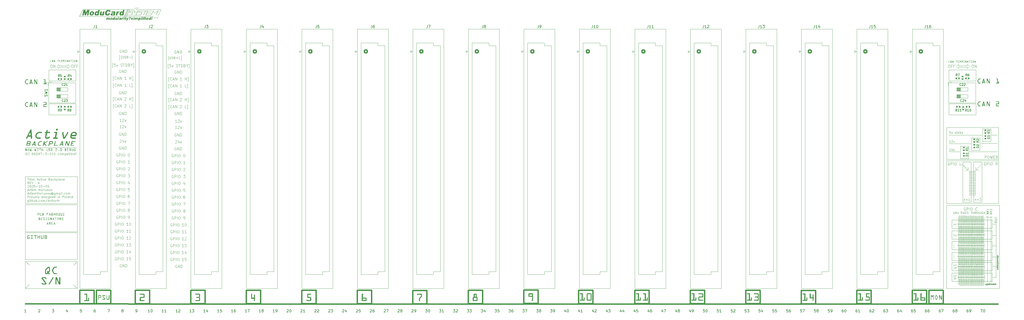
<source format=gbr>
%TF.GenerationSoftware,KiCad,Pcbnew,9.0.3*%
%TF.CreationDate,2025-10-05T23:38:32+02:00*%
%TF.ProjectId,ModuCard-System-ActiveBackplane,4d6f6475-4361-4726-942d-53797374656d,A*%
%TF.SameCoordinates,Original*%
%TF.FileFunction,Legend,Top*%
%TF.FilePolarity,Positive*%
%FSLAX46Y46*%
G04 Gerber Fmt 4.6, Leading zero omitted, Abs format (unit mm)*
G04 Created by KiCad (PCBNEW 9.0.3) date 2025-10-05 23:38:32*
%MOMM*%
%LPD*%
G01*
G04 APERTURE LIST*
G04 Aperture macros list*
%AMRoundRect*
0 Rectangle with rounded corners*
0 $1 Rounding radius*
0 $2 $3 $4 $5 $6 $7 $8 $9 X,Y pos of 4 corners*
0 Add a 4 corners polygon primitive as box body*
4,1,4,$2,$3,$4,$5,$6,$7,$8,$9,$2,$3,0*
0 Add four circle primitives for the rounded corners*
1,1,$1+$1,$2,$3*
1,1,$1+$1,$4,$5*
1,1,$1+$1,$6,$7*
1,1,$1+$1,$8,$9*
0 Add four rect primitives between the rounded corners*
20,1,$1+$1,$2,$3,$4,$5,0*
20,1,$1+$1,$4,$5,$6,$7,0*
20,1,$1+$1,$6,$7,$8,$9,0*
20,1,$1+$1,$8,$9,$2,$3,0*%
G04 Aperture macros list end*
%ADD10C,0.150000*%
%ADD11C,0.500000*%
%ADD12C,0.100000*%
%ADD13C,0.200000*%
%ADD14C,0.300000*%
%ADD15C,0.750000*%
%ADD16C,0.120000*%
%ADD17C,4.700000*%
%ADD18RoundRect,0.140000X-0.170000X0.140000X-0.170000X-0.140000X0.170000X-0.140000X0.170000X0.140000X0*%
%ADD19C,2.850000*%
%ADD20RoundRect,0.249999X-0.525001X-0.525001X0.525001X-0.525001X0.525001X0.525001X-0.525001X0.525001X0*%
%ADD21C,1.550000*%
%ADD22RoundRect,0.135000X-0.185000X0.135000X-0.185000X-0.135000X0.185000X-0.135000X0.185000X0.135000X0*%
%ADD23R,1.600000X1.600000*%
%ADD24O,1.600000X1.600000*%
%ADD25RoundRect,0.135000X-0.135000X-0.185000X0.135000X-0.185000X0.135000X0.185000X-0.135000X0.185000X0*%
%ADD26RoundRect,0.135000X0.135000X0.185000X-0.135000X0.185000X-0.135000X-0.185000X0.135000X-0.185000X0*%
%ADD27RoundRect,0.140000X0.170000X-0.140000X0.170000X0.140000X-0.170000X0.140000X-0.170000X-0.140000X0*%
%ADD28RoundRect,0.147500X0.172500X-0.147500X0.172500X0.147500X-0.172500X0.147500X-0.172500X-0.147500X0*%
G04 APERTURE END LIST*
D10*
X462781228Y-234898684D02*
X463381228Y-234898684D01*
X462809800Y-234898684D02*
X462781228Y-234841541D01*
X462781228Y-234841541D02*
X462781228Y-234727255D01*
X462781228Y-234727255D02*
X462809800Y-234670112D01*
X462809800Y-234670112D02*
X462838371Y-234641541D01*
X462838371Y-234641541D02*
X462895514Y-234612969D01*
X462895514Y-234612969D02*
X463066942Y-234612969D01*
X463066942Y-234612969D02*
X463124085Y-234641541D01*
X463124085Y-234641541D02*
X463152657Y-234670112D01*
X463152657Y-234670112D02*
X463181228Y-234727255D01*
X463181228Y-234727255D02*
X463181228Y-234841541D01*
X463181228Y-234841541D02*
X463152657Y-234898684D01*
X462781228Y-235270112D02*
X462809800Y-235212969D01*
X462809800Y-235212969D02*
X462838371Y-235184398D01*
X462838371Y-235184398D02*
X462895514Y-235155826D01*
X462895514Y-235155826D02*
X463066942Y-235155826D01*
X463066942Y-235155826D02*
X463124085Y-235184398D01*
X463124085Y-235184398D02*
X463152657Y-235212969D01*
X463152657Y-235212969D02*
X463181228Y-235270112D01*
X463181228Y-235270112D02*
X463181228Y-235355826D01*
X463181228Y-235355826D02*
X463152657Y-235412969D01*
X463152657Y-235412969D02*
X463124085Y-235441541D01*
X463124085Y-235441541D02*
X463066942Y-235470112D01*
X463066942Y-235470112D02*
X462895514Y-235470112D01*
X462895514Y-235470112D02*
X462838371Y-235441541D01*
X462838371Y-235441541D02*
X462809800Y-235412969D01*
X462809800Y-235412969D02*
X462781228Y-235355826D01*
X462781228Y-235355826D02*
X462781228Y-235270112D01*
X463181228Y-235670112D02*
X462781228Y-235784398D01*
X462781228Y-235784398D02*
X463066942Y-235898683D01*
X463066942Y-235898683D02*
X462781228Y-236012969D01*
X462781228Y-236012969D02*
X463181228Y-236127255D01*
X463181228Y-236355826D02*
X462781228Y-236355826D01*
X463124085Y-236355826D02*
X463152657Y-236384397D01*
X463152657Y-236384397D02*
X463181228Y-236441540D01*
X463181228Y-236441540D02*
X463181228Y-236527254D01*
X463181228Y-236527254D02*
X463152657Y-236584397D01*
X463152657Y-236584397D02*
X463095514Y-236612969D01*
X463095514Y-236612969D02*
X462781228Y-236612969D01*
X462809800Y-236870111D02*
X462781228Y-236927254D01*
X462781228Y-236927254D02*
X462781228Y-237041540D01*
X462781228Y-237041540D02*
X462809800Y-237098683D01*
X462809800Y-237098683D02*
X462866942Y-237127254D01*
X462866942Y-237127254D02*
X462895514Y-237127254D01*
X462895514Y-237127254D02*
X462952657Y-237098683D01*
X462952657Y-237098683D02*
X462981228Y-237041540D01*
X462981228Y-237041540D02*
X462981228Y-236955826D01*
X462981228Y-236955826D02*
X463009800Y-236898683D01*
X463009800Y-236898683D02*
X463066942Y-236870111D01*
X463066942Y-236870111D02*
X463095514Y-236870111D01*
X463095514Y-236870111D02*
X463152657Y-236898683D01*
X463152657Y-236898683D02*
X463181228Y-236955826D01*
X463181228Y-236955826D02*
X463181228Y-237041540D01*
X463181228Y-237041540D02*
X463152657Y-237098683D01*
X463181228Y-237298682D02*
X463181228Y-237527254D01*
X463381228Y-237384397D02*
X462866942Y-237384397D01*
X462866942Y-237384397D02*
X462809800Y-237412968D01*
X462809800Y-237412968D02*
X462781228Y-237470111D01*
X462781228Y-237470111D02*
X462781228Y-237527254D01*
X462781228Y-237727254D02*
X463181228Y-237727254D01*
X463066942Y-237727254D02*
X463124085Y-237755825D01*
X463124085Y-237755825D02*
X463152657Y-237784397D01*
X463152657Y-237784397D02*
X463181228Y-237841539D01*
X463181228Y-237841539D02*
X463181228Y-237898682D01*
X462809800Y-238327254D02*
X462781228Y-238270111D01*
X462781228Y-238270111D02*
X462781228Y-238155826D01*
X462781228Y-238155826D02*
X462809800Y-238098683D01*
X462809800Y-238098683D02*
X462866942Y-238070111D01*
X462866942Y-238070111D02*
X463095514Y-238070111D01*
X463095514Y-238070111D02*
X463152657Y-238098683D01*
X463152657Y-238098683D02*
X463181228Y-238155826D01*
X463181228Y-238155826D02*
X463181228Y-238270111D01*
X463181228Y-238270111D02*
X463152657Y-238327254D01*
X463152657Y-238327254D02*
X463095514Y-238355826D01*
X463095514Y-238355826D02*
X463038371Y-238355826D01*
X463038371Y-238355826D02*
X462981228Y-238070111D01*
X462781228Y-238870112D02*
X463095514Y-238870112D01*
X463095514Y-238870112D02*
X463152657Y-238841540D01*
X463152657Y-238841540D02*
X463181228Y-238784397D01*
X463181228Y-238784397D02*
X463181228Y-238670112D01*
X463181228Y-238670112D02*
X463152657Y-238612969D01*
X462809800Y-238870112D02*
X462781228Y-238812969D01*
X462781228Y-238812969D02*
X462781228Y-238670112D01*
X462781228Y-238670112D02*
X462809800Y-238612969D01*
X462809800Y-238612969D02*
X462866942Y-238584397D01*
X462866942Y-238584397D02*
X462924085Y-238584397D01*
X462924085Y-238584397D02*
X462981228Y-238612969D01*
X462981228Y-238612969D02*
X463009800Y-238670112D01*
X463009800Y-238670112D02*
X463009800Y-238812969D01*
X463009800Y-238812969D02*
X463038371Y-238870112D01*
X462781228Y-239155826D02*
X463181228Y-239155826D01*
X463124085Y-239155826D02*
X463152657Y-239184397D01*
X463152657Y-239184397D02*
X463181228Y-239241540D01*
X463181228Y-239241540D02*
X463181228Y-239327254D01*
X463181228Y-239327254D02*
X463152657Y-239384397D01*
X463152657Y-239384397D02*
X463095514Y-239412969D01*
X463095514Y-239412969D02*
X462781228Y-239412969D01*
X463095514Y-239412969D02*
X463152657Y-239441540D01*
X463152657Y-239441540D02*
X463181228Y-239498683D01*
X463181228Y-239498683D02*
X463181228Y-239584397D01*
X463181228Y-239584397D02*
X463152657Y-239641540D01*
X463152657Y-239641540D02*
X463095514Y-239670111D01*
X463095514Y-239670111D02*
X462781228Y-239670111D01*
X458798684Y-244918771D02*
X458798684Y-245318771D01*
X458541541Y-244918771D02*
X458541541Y-245233057D01*
X458541541Y-245233057D02*
X458570112Y-245290200D01*
X458570112Y-245290200D02*
X458627255Y-245318771D01*
X458627255Y-245318771D02*
X458712969Y-245318771D01*
X458712969Y-245318771D02*
X458770112Y-245290200D01*
X458770112Y-245290200D02*
X458798684Y-245261628D01*
X459084398Y-244918771D02*
X459084398Y-245518771D01*
X459084398Y-244947342D02*
X459141541Y-244918771D01*
X459141541Y-244918771D02*
X459255826Y-244918771D01*
X459255826Y-244918771D02*
X459312969Y-244947342D01*
X459312969Y-244947342D02*
X459341541Y-244975914D01*
X459341541Y-244975914D02*
X459370112Y-245033057D01*
X459370112Y-245033057D02*
X459370112Y-245204485D01*
X459370112Y-245204485D02*
X459341541Y-245261628D01*
X459341541Y-245261628D02*
X459312969Y-245290200D01*
X459312969Y-245290200D02*
X459255826Y-245318771D01*
X459255826Y-245318771D02*
X459141541Y-245318771D01*
X459141541Y-245318771D02*
X459084398Y-245290200D01*
X459598683Y-245290200D02*
X459655826Y-245318771D01*
X459655826Y-245318771D02*
X459770112Y-245318771D01*
X459770112Y-245318771D02*
X459827255Y-245290200D01*
X459827255Y-245290200D02*
X459855826Y-245233057D01*
X459855826Y-245233057D02*
X459855826Y-245204485D01*
X459855826Y-245204485D02*
X459827255Y-245147342D01*
X459827255Y-245147342D02*
X459770112Y-245118771D01*
X459770112Y-245118771D02*
X459684398Y-245118771D01*
X459684398Y-245118771D02*
X459627255Y-245090200D01*
X459627255Y-245090200D02*
X459598683Y-245033057D01*
X459598683Y-245033057D02*
X459598683Y-245004485D01*
X459598683Y-245004485D02*
X459627255Y-244947342D01*
X459627255Y-244947342D02*
X459684398Y-244918771D01*
X459684398Y-244918771D02*
X459770112Y-244918771D01*
X459770112Y-244918771D02*
X459827255Y-244947342D01*
X460027254Y-244918771D02*
X460255826Y-244918771D01*
X460112969Y-244718771D02*
X460112969Y-245233057D01*
X460112969Y-245233057D02*
X460141540Y-245290200D01*
X460141540Y-245290200D02*
X460198683Y-245318771D01*
X460198683Y-245318771D02*
X460255826Y-245318771D01*
X460455826Y-245318771D02*
X460455826Y-244918771D01*
X460455826Y-245033057D02*
X460484397Y-244975914D01*
X460484397Y-244975914D02*
X460512969Y-244947342D01*
X460512969Y-244947342D02*
X460570111Y-244918771D01*
X460570111Y-244918771D02*
X460627254Y-244918771D01*
X461055826Y-245290200D02*
X460998683Y-245318771D01*
X460998683Y-245318771D02*
X460884398Y-245318771D01*
X460884398Y-245318771D02*
X460827255Y-245290200D01*
X460827255Y-245290200D02*
X460798683Y-245233057D01*
X460798683Y-245233057D02*
X460798683Y-245004485D01*
X460798683Y-245004485D02*
X460827255Y-244947342D01*
X460827255Y-244947342D02*
X460884398Y-244918771D01*
X460884398Y-244918771D02*
X460998683Y-244918771D01*
X460998683Y-244918771D02*
X461055826Y-244947342D01*
X461055826Y-244947342D02*
X461084398Y-245004485D01*
X461084398Y-245004485D02*
X461084398Y-245061628D01*
X461084398Y-245061628D02*
X460798683Y-245118771D01*
X461598684Y-245318771D02*
X461598684Y-245004485D01*
X461598684Y-245004485D02*
X461570112Y-244947342D01*
X461570112Y-244947342D02*
X461512969Y-244918771D01*
X461512969Y-244918771D02*
X461398684Y-244918771D01*
X461398684Y-244918771D02*
X461341541Y-244947342D01*
X461598684Y-245290200D02*
X461541541Y-245318771D01*
X461541541Y-245318771D02*
X461398684Y-245318771D01*
X461398684Y-245318771D02*
X461341541Y-245290200D01*
X461341541Y-245290200D02*
X461312969Y-245233057D01*
X461312969Y-245233057D02*
X461312969Y-245175914D01*
X461312969Y-245175914D02*
X461341541Y-245118771D01*
X461341541Y-245118771D02*
X461398684Y-245090200D01*
X461398684Y-245090200D02*
X461541541Y-245090200D01*
X461541541Y-245090200D02*
X461598684Y-245061628D01*
X461884398Y-245318771D02*
X461884398Y-244918771D01*
X461884398Y-244975914D02*
X461912969Y-244947342D01*
X461912969Y-244947342D02*
X461970112Y-244918771D01*
X461970112Y-244918771D02*
X462055826Y-244918771D01*
X462055826Y-244918771D02*
X462112969Y-244947342D01*
X462112969Y-244947342D02*
X462141541Y-245004485D01*
X462141541Y-245004485D02*
X462141541Y-245318771D01*
X462141541Y-245004485D02*
X462170112Y-244947342D01*
X462170112Y-244947342D02*
X462227255Y-244918771D01*
X462227255Y-244918771D02*
X462312969Y-244918771D01*
X462312969Y-244918771D02*
X462370112Y-244947342D01*
X462370112Y-244947342D02*
X462398683Y-245004485D01*
X462398683Y-245004485D02*
X462398683Y-245318771D01*
D11*
X254039745Y-249689375D02*
X254039745Y-252229375D01*
D12*
X454142075Y-231851093D02*
X454142075Y-233971723D01*
X455413630Y-241657299D02*
G75*
G02*
X455191786Y-241657299I-110922J0D01*
G01*
X455191786Y-241657299D02*
G75*
G02*
X455413630Y-241657299I110922J0D01*
G01*
X449395923Y-230910183D02*
G75*
G02*
X448974539Y-230910183I-210692J0D01*
G01*
X448974539Y-230910183D02*
G75*
G02*
X449395923Y-230910183I210692J0D01*
G01*
X115613245Y-178856155D02*
X115613245Y-182920155D01*
X148231245Y-144689000D02*
X147977245Y-145197000D01*
X155597245Y-144689000D02*
X154835245Y-146213000D01*
X448959620Y-245537572D02*
X448959620Y-245537572D01*
X452526385Y-220080516D02*
G75*
G02*
X452304541Y-220080516I-110922J0D01*
G01*
X452304541Y-220080516D02*
G75*
G02*
X452526385Y-220080516I110922J0D01*
G01*
X449027169Y-226082057D02*
G75*
G02*
X448805325Y-226082057I-110922J0D01*
G01*
X448805325Y-226082057D02*
G75*
G02*
X449027169Y-226082057I110922J0D01*
G01*
X455301342Y-231847744D02*
X455301342Y-233968374D01*
X450674059Y-220075019D02*
X450674059Y-222195649D01*
X451926441Y-233947649D02*
G75*
G02*
X451704597Y-233947649I-110922J0D01*
G01*
X451704597Y-233947649D02*
G75*
G02*
X451926441Y-233947649I110922J0D01*
G01*
D11*
X274405745Y-249653375D02*
X274405745Y-252193375D01*
D12*
X454941332Y-209960559D02*
G75*
G02*
X454719488Y-209960559I-110922J0D01*
G01*
X454719488Y-209960559D02*
G75*
G02*
X454941332Y-209960559I110922J0D01*
G01*
X457713694Y-220088272D02*
G75*
G02*
X457491850Y-220088272I-110922J0D01*
G01*
X457491850Y-220088272D02*
G75*
G02*
X457713694Y-220088272I110922J0D01*
G01*
X458106564Y-238669000D02*
G75*
G02*
X457685180Y-238669000I-210692J0D01*
G01*
X457685180Y-238669000D02*
G75*
G02*
X458106564Y-238669000I210692J0D01*
G01*
X452730505Y-205898871D02*
X454851135Y-205898871D01*
X452849683Y-206472672D02*
G75*
G02*
X452627839Y-206472672I-110922J0D01*
G01*
X452627839Y-206472672D02*
G75*
G02*
X452849683Y-206472672I110922J0D01*
G01*
X451274863Y-243467563D02*
X451274863Y-245588193D01*
X457694135Y-230022728D02*
G75*
G02*
X457472291Y-230022728I-110922J0D01*
G01*
X457472291Y-230022728D02*
G75*
G02*
X457694135Y-230022728I110922J0D01*
G01*
X451173923Y-242594183D02*
G75*
G02*
X450752539Y-242594183I-210692J0D01*
G01*
X450752539Y-242594183D02*
G75*
G02*
X451173923Y-242594183I210692J0D01*
G01*
D11*
X416645745Y-249653375D02*
X416645745Y-252193375D01*
X213445745Y-249653375D02*
X213445745Y-252193375D01*
D12*
X450190923Y-239506656D02*
G75*
G02*
X449969079Y-239506656I-110922J0D01*
G01*
X449969079Y-239506656D02*
G75*
G02*
X450190923Y-239506656I110922J0D01*
G01*
X444289245Y-216163955D02*
X463639245Y-216163955D01*
X463639245Y-246643954D01*
X444289245Y-246643954D01*
X444289245Y-216163955D01*
D11*
X254039745Y-252385000D02*
X325159745Y-252385000D01*
D12*
X144675245Y-144181000D02*
X143405245Y-146721000D01*
X449043151Y-227855657D02*
G75*
G02*
X448821307Y-227855657I-110922J0D01*
G01*
X448821307Y-227855657D02*
G75*
G02*
X449043151Y-227855657I110922J0D01*
G01*
X454747100Y-220113288D02*
X454747100Y-222233918D01*
X457142667Y-231823325D02*
G75*
G02*
X456920823Y-231823325I-110922J0D01*
G01*
X456920823Y-231823325D02*
G75*
G02*
X457142667Y-231823325I110922J0D01*
G01*
X450784981Y-222195649D02*
G75*
G02*
X450563137Y-222195649I-110922J0D01*
G01*
X450563137Y-222195649D02*
G75*
G02*
X450784981Y-222195649I110922J0D01*
G01*
X457694135Y-227902098D02*
G75*
G02*
X457472291Y-227902098I-110922J0D01*
G01*
X457472291Y-227902098D02*
G75*
G02*
X457694135Y-227902098I110922J0D01*
G01*
X456954710Y-238669868D02*
G75*
G02*
X456533326Y-238669868I-210692J0D01*
G01*
X456533326Y-238669868D02*
G75*
G02*
X456954710Y-238669868I210692J0D01*
G01*
X146453245Y-144689000D02*
X147088245Y-144689000D01*
X454838463Y-233976630D02*
G75*
G02*
X454616619Y-233976630I-110922J0D01*
G01*
X454616619Y-233976630D02*
G75*
G02*
X454838463Y-233976630I110922J0D01*
G01*
X446217788Y-233328150D02*
X460949788Y-233328150D01*
X460949788Y-236376150D01*
X446217788Y-236376150D01*
X446217788Y-233328150D01*
X454838463Y-227927114D02*
G75*
G02*
X454616619Y-227927114I-110922J0D01*
G01*
X454616619Y-227927114D02*
G75*
G02*
X454838463Y-227927114I110922J0D01*
G01*
D11*
X126971245Y-247367375D02*
X132165745Y-247367375D01*
X132165745Y-252250625D01*
X126971245Y-252250625D01*
X126971245Y-247367375D01*
D12*
X457144033Y-241632880D02*
G75*
G02*
X456922189Y-241632880I-110922J0D01*
G01*
X456922189Y-241632880D02*
G75*
G02*
X457144033Y-241632880I110922J0D01*
G01*
X453045056Y-235782603D02*
X453045056Y-237903233D01*
X453155978Y-235782603D02*
G75*
G02*
X452934134Y-235782603I-110922J0D01*
G01*
X452934134Y-235782603D02*
G75*
G02*
X453155978Y-235782603I110922J0D01*
G01*
X445151745Y-178856155D02*
X445151745Y-182920155D01*
X451273497Y-235778638D02*
X451273497Y-237899268D01*
X452320045Y-238669000D02*
G75*
G02*
X451898661Y-238669000I-210692J0D01*
G01*
X451898661Y-238669000D02*
G75*
G02*
X452320045Y-238669000I210692J0D01*
G01*
D11*
X325159745Y-252385000D02*
X396279745Y-252385000D01*
D12*
X454143441Y-239540018D02*
X454143441Y-241660648D01*
X455925994Y-235788795D02*
X455925994Y-237909425D01*
X450173575Y-226115245D02*
G75*
G02*
X449951731Y-226115245I-110922J0D01*
G01*
X449951731Y-226115245D02*
G75*
G02*
X450173575Y-226115245I110922J0D01*
G01*
X452395904Y-227894342D02*
X452395904Y-230014972D01*
D11*
X254039745Y-249689375D02*
X254039745Y-252229375D01*
D12*
X450689709Y-243458275D02*
X450689709Y-245578905D01*
X456367485Y-223039404D02*
G75*
G02*
X455946101Y-223039404I-210692J0D01*
G01*
X455946101Y-223039404D02*
G75*
G02*
X456367485Y-223039404I210692J0D01*
G01*
X462369556Y-238560751D02*
X461180113Y-238560751D01*
X144104872Y-145287309D02*
X143793566Y-145287309D01*
X452121260Y-203244105D02*
X452121260Y-202228105D01*
X448966072Y-235736162D02*
X448966072Y-237856792D01*
D11*
X274405745Y-249653375D02*
X274405745Y-252193375D01*
D12*
X456367485Y-234977404D02*
G75*
G02*
X455946101Y-234977404I-210692J0D01*
G01*
X455946101Y-234977404D02*
G75*
G02*
X456367485Y-234977404I210692J0D01*
G01*
X455057745Y-182920155D02*
X455057745Y-178856155D01*
X451130418Y-238668132D02*
G75*
G02*
X450709034Y-238668132I-210692J0D01*
G01*
X450709034Y-238668132D02*
G75*
G02*
X451130418Y-238668132I210692J0D01*
G01*
X454945297Y-203617000D02*
G75*
G02*
X454723453Y-203617000I-110922J0D01*
G01*
X454723453Y-203617000D02*
G75*
G02*
X454945297Y-203617000I110922J0D01*
G01*
X456501859Y-235782602D02*
X456501859Y-237903232D01*
X451259213Y-220084307D02*
X451259213Y-222204937D01*
X454237015Y-226148607D02*
G75*
G02*
X454015171Y-226148607I-110922J0D01*
G01*
X454015171Y-226148607D02*
G75*
G02*
X454237015Y-226148607I110922J0D01*
G01*
X453299868Y-220333605D02*
X453299868Y-245225605D01*
X450585550Y-242595051D02*
G75*
G02*
X450164166Y-242595051I-210692J0D01*
G01*
X450164166Y-242595051D02*
G75*
G02*
X450585550Y-242595051I210692J0D01*
G01*
D11*
X132165745Y-249653375D02*
X132165745Y-252193375D01*
D12*
X455447473Y-245608918D02*
G75*
G02*
X455225629Y-245608918I-110922J0D01*
G01*
X455225629Y-245608918D02*
G75*
G02*
X455447473Y-245608918I110922J0D01*
G01*
X453157344Y-245592158D02*
G75*
G02*
X452935500Y-245592158I-110922J0D01*
G01*
X452935500Y-245592158D02*
G75*
G02*
X453157344Y-245592158I110922J0D01*
G01*
X126768245Y-146721000D02*
X128038245Y-144181000D01*
X451370135Y-220084307D02*
G75*
G02*
X451148291Y-220084307I-110922J0D01*
G01*
X451148291Y-220084307D02*
G75*
G02*
X451370135Y-220084307I110922J0D01*
G01*
X453030772Y-220088272D02*
X453030772Y-222208902D01*
X452671245Y-196469000D02*
X462831245Y-196469000D01*
D11*
X152485745Y-249653375D02*
X152485745Y-252193375D01*
D12*
X455788773Y-226986835D02*
G75*
G02*
X455367389Y-226986835I-210692J0D01*
G01*
X455367389Y-226986835D02*
G75*
G02*
X455788773Y-226986835I210692J0D01*
G01*
X453122135Y-233951614D02*
G75*
G02*
X452900291Y-233951614I-110922J0D01*
G01*
X452900291Y-233951614D02*
G75*
G02*
X453122135Y-233951614I110922J0D01*
G01*
X452844776Y-207058138D02*
G75*
G02*
X452622932Y-207058138I-110922J0D01*
G01*
X452622932Y-207058138D02*
G75*
G02*
X452844776Y-207058138I110922J0D01*
G01*
X450766788Y-241627286D02*
G75*
G02*
X450544944Y-241627286I-110922J0D01*
G01*
X450544944Y-241627286D02*
G75*
G02*
X450766788Y-241627286I110922J0D01*
G01*
X450062653Y-223994615D02*
X450062653Y-226115245D01*
X454649551Y-226985967D02*
G75*
G02*
X454228167Y-226985967I-210692J0D01*
G01*
X454228167Y-226985967D02*
G75*
G02*
X454649551Y-226985967I210692J0D01*
G01*
X458150069Y-242595051D02*
G75*
G02*
X457728685Y-242595051I-210692J0D01*
G01*
X457728685Y-242595051D02*
G75*
G02*
X458150069Y-242595051I210692J0D01*
G01*
D11*
X213445745Y-249653375D02*
X213445745Y-252193375D01*
D12*
X452490844Y-226120742D02*
G75*
G02*
X452269000Y-226120742I-110922J0D01*
G01*
X452269000Y-226120742D02*
G75*
G02*
X452490844Y-226120742I110922J0D01*
G01*
X452390745Y-164886155D02*
X451882745Y-164378155D01*
D11*
X208251245Y-247367375D02*
X213445745Y-247367375D01*
X213445745Y-252250625D01*
X208251245Y-252250625D01*
X208251245Y-247367375D01*
D12*
X457126685Y-224000209D02*
G75*
G02*
X456904841Y-224000209I-110922J0D01*
G01*
X456904841Y-224000209D02*
G75*
G02*
X457126685Y-224000209I110922J0D01*
G01*
X454956117Y-207624715D02*
G75*
G02*
X454734273Y-207624715I-110922J0D01*
G01*
X454734273Y-207624715D02*
G75*
G02*
X454956117Y-207624715I110922J0D01*
G01*
X456003073Y-230028920D02*
G75*
G02*
X455781229Y-230028920I-110922J0D01*
G01*
X455781229Y-230028920D02*
G75*
G02*
X456003073Y-230028920I110922J0D01*
G01*
X452908418Y-238668132D02*
G75*
G02*
X452487034Y-238668132I-210692J0D01*
G01*
X452487034Y-238668132D02*
G75*
G02*
X452908418Y-238668132I210692J0D01*
G01*
X453046422Y-243471528D02*
X453046422Y-245592158D01*
X450542045Y-238669000D02*
G75*
G02*
X450120661Y-238669000I-210692J0D01*
G01*
X450120661Y-238669000D02*
G75*
G02*
X450542045Y-238669000I210692J0D01*
G01*
D11*
X147291245Y-247367375D02*
X152485745Y-247367375D01*
X152485745Y-252250625D01*
X147291245Y-252250625D01*
X147291245Y-247367375D01*
D12*
X454126093Y-224027977D02*
X454126093Y-226148607D01*
D11*
X213445745Y-252193375D02*
X213445745Y-249653375D01*
D12*
X452914334Y-230910184D02*
G75*
G02*
X452492950Y-230910184I-210692J0D01*
G01*
X452492950Y-230910184D02*
G75*
G02*
X452914334Y-230910184I210692J0D01*
G01*
X149755245Y-145197000D02*
X149247245Y-146213000D01*
X118507745Y-165140155D02*
X119269745Y-165902155D01*
X456960626Y-230911920D02*
G75*
G02*
X456539242Y-230911920I-210692J0D01*
G01*
X456539242Y-230911920D02*
G75*
G02*
X456960626Y-230911920I210692J0D01*
G01*
X453576864Y-239530729D02*
X453576864Y-241651359D01*
X457497245Y-188062000D02*
X460545245Y-188062000D01*
X460545245Y-192634000D01*
X457497245Y-192634000D01*
X457497245Y-188062000D01*
X450948166Y-220329517D02*
X450948166Y-245221517D01*
X453721629Y-243482348D02*
G75*
G02*
X453499785Y-243482348I-110922J0D01*
G01*
X453499785Y-243482348D02*
G75*
G02*
X453721629Y-243482348I110922J0D01*
G01*
X450189557Y-230009475D02*
G75*
G02*
X449967713Y-230009475I-110922J0D01*
G01*
X449967713Y-230009475D02*
G75*
G02*
X450189557Y-230009475I110922J0D01*
G01*
X457142667Y-227894439D02*
G75*
G02*
X456920823Y-227894439I-110922J0D01*
G01*
X456920823Y-227894439D02*
G75*
G02*
X457142667Y-227894439I110922J0D01*
G01*
X147977245Y-145197000D02*
X148231245Y-144689000D01*
X451961650Y-243467563D02*
G75*
G02*
X451739806Y-243467563I-110922J0D01*
G01*
X451739806Y-243467563D02*
G75*
G02*
X451961650Y-243467563I110922J0D01*
G01*
X453488036Y-223040272D02*
G75*
G02*
X453066652Y-223040272I-210692J0D01*
G01*
X453066652Y-223040272D02*
G75*
G02*
X453488036Y-223040272I210692J0D01*
G01*
X449207755Y-220329516D02*
X449207755Y-245221516D01*
X153819245Y-144689000D02*
X153057245Y-146213000D01*
D11*
X309597245Y-247367375D02*
X314791745Y-247367375D01*
X314791745Y-252250625D01*
X309597245Y-252250625D01*
X309597245Y-247367375D01*
D12*
X449508094Y-231793831D02*
X449508094Y-233914461D01*
X148324816Y-144689000D02*
G75*
G02*
X148137674Y-144689000I-93571J0D01*
G01*
X148137674Y-144689000D02*
G75*
G02*
X148324816Y-144689000I93571J0D01*
G01*
X450557622Y-226983615D02*
G75*
G02*
X450136238Y-226983615I-210692J0D01*
G01*
X450136238Y-226983615D02*
G75*
G02*
X450557622Y-226983615I210692J0D01*
G01*
X456772458Y-220331253D02*
X456772458Y-245223253D01*
X452923995Y-226982747D02*
G75*
G02*
X452502611Y-226982747I-210692J0D01*
G01*
X452502611Y-226982747D02*
G75*
G02*
X452923995Y-226982747I210692J0D01*
G01*
X457176510Y-235774944D02*
G75*
G02*
X456954666Y-235774944I-110922J0D01*
G01*
X456954666Y-235774944D02*
G75*
G02*
X457176510Y-235774944I110922J0D01*
G01*
X453488036Y-230914272D02*
G75*
G02*
X453066652Y-230914272I-210692J0D01*
G01*
X453066652Y-230914272D02*
G75*
G02*
X453488036Y-230914272I210692J0D01*
G01*
X108401032Y-245108956D02*
X107004032Y-246632956D01*
X453687786Y-241651359D02*
G75*
G02*
X453465942Y-241651359I-110922J0D01*
G01*
X453465942Y-241651359D02*
G75*
G02*
X453687786Y-241651359I110922J0D01*
G01*
X143618456Y-146196165D02*
X143307150Y-146196165D01*
X150009245Y-144689000D02*
X150263245Y-144689000D01*
X150009245Y-144689000D02*
X148739245Y-144689000D01*
D11*
X416645745Y-252349000D02*
X416645745Y-249809000D01*
D12*
X449654225Y-243434375D02*
G75*
G02*
X449432381Y-243434375I-110922J0D01*
G01*
X449432381Y-243434375D02*
G75*
G02*
X449654225Y-243434375I110922J0D01*
G01*
X453575498Y-231841804D02*
X453575498Y-233962434D01*
X452914334Y-223036184D02*
G75*
G02*
X452492950Y-223036184I-210692J0D01*
G01*
X452492950Y-223036184D02*
G75*
G02*
X452914334Y-223036184I210692J0D01*
G01*
X451926441Y-227898133D02*
G75*
G02*
X451704597Y-227898133I-110922J0D01*
G01*
X451704597Y-227898133D02*
G75*
G02*
X451926441Y-227898133I110922J0D01*
G01*
X453609341Y-235793423D02*
X453609341Y-237914053D01*
X450080001Y-239506656D02*
X450080001Y-241627286D01*
X454762750Y-243496544D02*
X454762750Y-245617174D01*
X452841427Y-205898871D02*
G75*
G02*
X452619583Y-205898871I-110922J0D01*
G01*
X452619583Y-205898871D02*
G75*
G02*
X452841427Y-205898871I110922J0D01*
G01*
X445305245Y-196479323D02*
X449115245Y-196479323D01*
X454252997Y-233971723D02*
G75*
G02*
X454031153Y-233971723I-110922J0D01*
G01*
X454031153Y-233971723D02*
G75*
G02*
X454252997Y-233971723I110922J0D01*
G01*
X449619016Y-229985575D02*
G75*
G02*
X449397172Y-229985575I-110922J0D01*
G01*
X449397172Y-229985575D02*
G75*
G02*
X449619016Y-229985575I110922J0D01*
G01*
D11*
X208251245Y-247367375D02*
X213445745Y-247367375D01*
X213445745Y-252250625D01*
X208251245Y-252250625D01*
X208251245Y-247367375D01*
D12*
X454727541Y-231856000D02*
X454727541Y-233976630D01*
X455893517Y-239526101D02*
X455893517Y-241646731D01*
X456578938Y-227902097D02*
G75*
G02*
X456357094Y-227902097I-110922J0D01*
G01*
X456357094Y-227902097D02*
G75*
G02*
X456578938Y-227902097I110922J0D01*
G01*
X457729344Y-243471528D02*
G75*
G02*
X457507500Y-243471528I-110922J0D01*
G01*
X457507500Y-243471528D02*
G75*
G02*
X457729344Y-243471528I110922J0D01*
G01*
X452490844Y-224000112D02*
G75*
G02*
X452269000Y-224000112I-110922J0D01*
G01*
X452269000Y-224000112D02*
G75*
G02*
X452490844Y-224000112I110922J0D01*
G01*
X453670438Y-224018688D02*
G75*
G02*
X453448594Y-224018688I-110922J0D01*
G01*
X453448594Y-224018688D02*
G75*
G02*
X453670438Y-224018688I110922J0D01*
G01*
X452811414Y-211121578D02*
G75*
G02*
X452589570Y-211121578I-110922J0D01*
G01*
X452589570Y-211121578D02*
G75*
G02*
X452811414Y-211121578I110922J0D01*
G01*
X453011213Y-231830984D02*
X453011213Y-233951614D01*
X453705979Y-220099092D02*
G75*
G02*
X453484135Y-220099092I-110922J0D01*
G01*
X453484135Y-220099092D02*
G75*
G02*
X453705979Y-220099092I110922J0D01*
G01*
X455447473Y-243488288D02*
G75*
G02*
X455225629Y-243488288I-110922J0D01*
G01*
X455225629Y-243488288D02*
G75*
G02*
X455447473Y-243488288I110922J0D01*
G01*
X145183245Y-144181000D02*
X143913245Y-146721000D01*
X450223400Y-235769350D02*
G75*
G02*
X450001556Y-235769350I-110922J0D01*
G01*
X450001556Y-235769350D02*
G75*
G02*
X450223400Y-235769350I110922J0D01*
G01*
X456998215Y-242595919D02*
G75*
G02*
X456576831Y-242595919I-210692J0D01*
G01*
X456576831Y-242595919D02*
G75*
G02*
X456998215Y-242595919I210692J0D01*
G01*
X453686420Y-230033548D02*
G75*
G02*
X453464576Y-230033548I-110922J0D01*
G01*
X453464576Y-230033548D02*
G75*
G02*
X453686420Y-230033548I110922J0D01*
G01*
D11*
X314791745Y-252349000D02*
X314791745Y-249809000D01*
D12*
X449044517Y-241594098D02*
G75*
G02*
X448822673Y-241594098I-110922J0D01*
G01*
X448822673Y-241594098D02*
G75*
G02*
X449044517Y-241594098I110922J0D01*
G01*
X451385785Y-243467563D02*
G75*
G02*
X451163941Y-243467563I-110922J0D01*
G01*
X451163941Y-243467563D02*
G75*
G02*
X451385785Y-243467563I110922J0D01*
G01*
X454932044Y-210545713D02*
G75*
G02*
X454710200Y-210545713I-110922J0D01*
G01*
X454710200Y-210545713D02*
G75*
G02*
X454932044Y-210545713I110922J0D01*
G01*
X455215631Y-230914272D02*
G75*
G02*
X454794247Y-230914272I-210692J0D01*
G01*
X454794247Y-230914272D02*
G75*
G02*
X455215631Y-230914272I210692J0D01*
G01*
X143913245Y-146721000D02*
X153819245Y-146721000D01*
D11*
X350491245Y-247367375D02*
X355685745Y-247367375D01*
X355685745Y-252250625D01*
X350491245Y-252250625D01*
X350491245Y-247367375D01*
D12*
X450655866Y-239506656D02*
X450655866Y-241627286D01*
X455779112Y-223040272D02*
G75*
G02*
X455357728Y-223040272I-210692J0D01*
G01*
X455357728Y-223040272D02*
G75*
G02*
X455779112Y-223040272I210692J0D01*
G01*
D11*
X437867245Y-247367375D02*
X443061745Y-247367375D01*
X443061745Y-252250625D01*
X437867245Y-252250625D01*
X437867245Y-247367375D01*
D12*
X452137793Y-220330385D02*
X452137793Y-245222385D01*
D11*
X167611245Y-247367375D02*
X172805745Y-247367375D01*
X172805745Y-252250625D01*
X167611245Y-252250625D01*
X167611245Y-247367375D01*
X147291245Y-247367375D02*
X152485745Y-247367375D01*
X152485745Y-252250625D01*
X147291245Y-252250625D01*
X147291245Y-247367375D01*
D12*
X458112480Y-234975052D02*
G75*
G02*
X457691096Y-234975052I-210692J0D01*
G01*
X457691096Y-234975052D02*
G75*
G02*
X458112480Y-234975052I210692J0D01*
G01*
D11*
X233765745Y-252193375D02*
X233765745Y-249653375D01*
D12*
X450765422Y-227888845D02*
G75*
G02*
X450543578Y-227888845I-110922J0D01*
G01*
X450543578Y-227888845D02*
G75*
G02*
X450765422Y-227888845I110922J0D01*
G01*
X449978564Y-238669000D02*
G75*
G02*
X449557180Y-238669000I-210692J0D01*
G01*
X449557180Y-238669000D02*
G75*
G02*
X449978564Y-238669000I210692J0D01*
G01*
X452778226Y-212267984D02*
G75*
G02*
X452556382Y-212267984I-110922J0D01*
G01*
X452556382Y-212267984D02*
G75*
G02*
X452778226Y-212267984I110922J0D01*
G01*
X449984480Y-223037052D02*
G75*
G02*
X449563096Y-223037052I-210692J0D01*
G01*
X449563096Y-223037052D02*
G75*
G02*
X449984480Y-223037052I210692J0D01*
G01*
X455396282Y-226145258D02*
G75*
G02*
X455174438Y-226145258I-110922J0D01*
G01*
X455174438Y-226145258D02*
G75*
G02*
X455396282Y-226145258I110922J0D01*
G01*
X454838463Y-230047744D02*
G75*
G02*
X454616619Y-230047744I-110922J0D01*
G01*
X454616619Y-230047744D02*
G75*
G02*
X454838463Y-230047744I110922J0D01*
G01*
X454970313Y-206472672D02*
G75*
G02*
X454748469Y-206472672I-110922J0D01*
G01*
X454748469Y-206472672D02*
G75*
G02*
X454970313Y-206472672I110922J0D01*
G01*
X151787245Y-144689000D02*
X153311245Y-144689000D01*
D11*
X335365745Y-252349000D02*
X335365745Y-249809000D01*
X187931245Y-247367375D02*
X193125745Y-247367375D01*
X193125745Y-252250625D01*
X187931245Y-252250625D01*
X187931245Y-247367375D01*
D12*
X452325961Y-234975052D02*
G75*
G02*
X451904577Y-234975052I-210692J0D01*
G01*
X451904577Y-234975052D02*
G75*
G02*
X452325961Y-234975052I210692J0D01*
G01*
X444289245Y-199778659D02*
X463339245Y-199778659D01*
X463339245Y-215526659D01*
X444289245Y-215526659D01*
X444289245Y-199778659D01*
X452817008Y-204168468D02*
G75*
G02*
X452595164Y-204168468I-110922J0D01*
G01*
X452595164Y-204168468D02*
G75*
G02*
X452817008Y-204168468I110922J0D01*
G01*
X453157344Y-243471528D02*
G75*
G02*
X452935500Y-243471528I-110922J0D01*
G01*
X452935500Y-243471528D02*
G75*
G02*
X453157344Y-243471528I110922J0D01*
G01*
X454908144Y-211692119D02*
G75*
G02*
X454686300Y-211692119I-110922J0D01*
G01*
X454686300Y-211692119D02*
G75*
G02*
X454908144Y-211692119I110922J0D01*
G01*
X452914334Y-234974184D02*
G75*
G02*
X452492950Y-234974184I-210692J0D01*
G01*
X452492950Y-234974184D02*
G75*
G02*
X452914334Y-234974184I210692J0D01*
G01*
X454639890Y-230913404D02*
G75*
G02*
X454218506Y-230913404I-210692J0D01*
G01*
X454218506Y-230913404D02*
G75*
G02*
X454639890Y-230913404I210692J0D01*
G01*
X452700492Y-211121578D02*
X454821122Y-211121578D01*
X147469245Y-146213000D02*
X146199245Y-146213000D01*
X453687786Y-239530729D02*
G75*
G02*
X453465942Y-239530729I-110922J0D01*
G01*
X453465942Y-239530729D02*
G75*
G02*
X453687786Y-239530729I110922J0D01*
G01*
X449652859Y-235745450D02*
G75*
G02*
X449431015Y-235745450I-110922J0D01*
G01*
X449431015Y-235745450D02*
G75*
G02*
X449652859Y-235745450I110922J0D01*
G01*
X454175918Y-235802712D02*
X454175918Y-237923342D01*
X457142667Y-230015069D02*
G75*
G02*
X456920823Y-230015069I-110922J0D01*
G01*
X456920823Y-230015069D02*
G75*
G02*
X457142667Y-230015069I110922J0D01*
G01*
X148739245Y-144689000D02*
X148485245Y-145197000D01*
D11*
X254039745Y-252229375D02*
X254039745Y-249689375D01*
D12*
X449509460Y-239482756D02*
X449509460Y-241603386D01*
X123079745Y-164886155D02*
X122571745Y-164378155D01*
X454962057Y-205898871D02*
G75*
G02*
X454740213Y-205898871I-110922J0D01*
G01*
X454740213Y-205898871D02*
G75*
G02*
X454962057Y-205898871I110922J0D01*
G01*
X451092948Y-203244105D02*
X452121260Y-203244105D01*
X452431113Y-243463772D02*
X452431113Y-245584402D01*
X456970287Y-226984483D02*
G75*
G02*
X456548903Y-226984483I-210692J0D01*
G01*
X456548903Y-226984483D02*
G75*
G02*
X456970287Y-226984483I210692J0D01*
G01*
D11*
X228571245Y-247367375D02*
X233765745Y-247367375D01*
X233765745Y-252250625D01*
X228571245Y-252250625D01*
X228571245Y-247367375D01*
D12*
X451946000Y-222204937D02*
G75*
G02*
X451724156Y-222204937I-110922J0D01*
G01*
X451724156Y-222204937D02*
G75*
G02*
X451946000Y-222204937I110922J0D01*
G01*
X451241020Y-239515944D02*
X451241020Y-241636574D01*
X450765422Y-230009475D02*
G75*
G02*
X450543578Y-230009475I-110922J0D01*
G01*
X450543578Y-230009475D02*
G75*
G02*
X450765422Y-230009475I110922J0D01*
G01*
X452542035Y-245584402D02*
G75*
G02*
X452320191Y-245584402I-110922J0D01*
G01*
X452320191Y-245584402D02*
G75*
G02*
X452542035Y-245584402I110922J0D01*
G01*
X449620382Y-239482756D02*
G75*
G02*
X449398538Y-239482756I-110922J0D01*
G01*
X449398538Y-239482756D02*
G75*
G02*
X449620382Y-239482756I110922J0D01*
G01*
D11*
X132165745Y-252193375D02*
X132165745Y-249653375D01*
D12*
X450547961Y-234975052D02*
G75*
G02*
X450126577Y-234975052I-210692J0D01*
G01*
X450126577Y-234975052D02*
G75*
G02*
X450547961Y-234975052I210692J0D01*
G01*
X451762480Y-234975052D02*
G75*
G02*
X451341096Y-234975052I-210692J0D01*
G01*
X451341096Y-234975052D02*
G75*
G02*
X451762480Y-234975052I210692J0D01*
G01*
X451926441Y-230018763D02*
G75*
G02*
X451704597Y-230018763I-110922J0D01*
G01*
X451704597Y-230018763D02*
G75*
G02*
X451926441Y-230018763I110922J0D01*
G01*
X451136334Y-230910184D02*
G75*
G02*
X450714950Y-230910184I-210692J0D01*
G01*
X450714950Y-230910184D02*
G75*
G02*
X451136334Y-230910184I210692J0D01*
G01*
X453686420Y-231841804D02*
G75*
G02*
X453464576Y-231841804I-110922J0D01*
G01*
X453464576Y-231841804D02*
G75*
G02*
X453686420Y-231841804I110922J0D01*
G01*
X450766788Y-239506656D02*
G75*
G02*
X450544944Y-239506656I-110922J0D01*
G01*
X450544944Y-239506656D02*
G75*
G02*
X450766788Y-239506656I110922J0D01*
G01*
X125995687Y-236744099D02*
X124598687Y-238268099D01*
X457031745Y-227894439D02*
X457031745Y-230015069D01*
X456004439Y-239526101D02*
G75*
G02*
X455782595Y-239526101I-110922J0D01*
G01*
X455782595Y-239526101D02*
G75*
G02*
X456004439Y-239526101I110922J0D01*
G01*
X456452034Y-224007867D02*
X456452034Y-226128497D01*
X451574312Y-220330385D02*
X451574312Y-245222385D01*
X145056245Y-145197000D02*
X146326245Y-145197000D01*
X451350576Y-233947649D02*
G75*
G02*
X451128732Y-233947649I-110922J0D01*
G01*
X451128732Y-233947649D02*
G75*
G02*
X451350576Y-233947649I110922J0D01*
G01*
X453123501Y-239519909D02*
G75*
G02*
X452901657Y-239519909I-110922J0D01*
G01*
X452901657Y-239519909D02*
G75*
G02*
X453123501Y-239519909I110922J0D01*
G01*
X125519245Y-166410155D02*
X115613245Y-166410155D01*
X453011213Y-227902098D02*
X453011213Y-230022728D01*
X454252997Y-231851093D02*
G75*
G02*
X454031153Y-231851093I-110922J0D01*
G01*
X454031153Y-231851093D02*
G75*
G02*
X454252997Y-231851093I110922J0D01*
G01*
X446217788Y-225462346D02*
X460949788Y-225462346D01*
X460949788Y-228510346D01*
X446217788Y-228510346D01*
X446217788Y-225462346D01*
X456960626Y-223037920D02*
G75*
G02*
X456539242Y-223037920I-210692J0D01*
G01*
X456539242Y-223037920D02*
G75*
G02*
X456960626Y-223037920I210692J0D01*
G01*
X452995231Y-224007868D02*
X452995231Y-226128498D01*
X458122141Y-226983615D02*
G75*
G02*
X457700757Y-226983615I-210692J0D01*
G01*
X457700757Y-226983615D02*
G75*
G02*
X458122141Y-226983615I210692J0D01*
G01*
D11*
X167611245Y-247367375D02*
X172805745Y-247367375D01*
X172805745Y-252250625D01*
X167611245Y-252250625D01*
X167611245Y-247367375D01*
X133067245Y-247367375D02*
X138261745Y-247367375D01*
X138261745Y-252250625D01*
X133067245Y-252250625D01*
X133067245Y-247367375D01*
D12*
X453482120Y-238672220D02*
G75*
G02*
X453060736Y-238672220I-210692J0D01*
G01*
X453060736Y-238672220D02*
G75*
G02*
X453482120Y-238672220I210692J0D01*
G01*
X452526385Y-222201146D02*
G75*
G02*
X452304541Y-222201146I-110922J0D01*
G01*
X452304541Y-222201146D02*
G75*
G02*
X452526385Y-222201146I110922J0D01*
G01*
X457694135Y-233951614D02*
G75*
G02*
X457472291Y-233951614I-110922J0D01*
G01*
X457472291Y-233951614D02*
G75*
G02*
X457694135Y-233951614I110922J0D01*
G01*
X452540669Y-235774847D02*
G75*
G02*
X452318825Y-235774847I-110922J0D01*
G01*
X452318825Y-235774847D02*
G75*
G02*
X452540669Y-235774847I110922J0D01*
G01*
X451384419Y-235778638D02*
G75*
G02*
X451162575Y-235778638I-110922J0D01*
G01*
X451162575Y-235778638D02*
G75*
G02*
X451384419Y-235778638I110922J0D01*
G01*
X454822481Y-224032884D02*
G75*
G02*
X454600637Y-224032884I-110922J0D01*
G01*
X454600637Y-224032884D02*
G75*
G02*
X454822481Y-224032884I110922J0D01*
G01*
X450749440Y-226115245D02*
G75*
G02*
X450527596Y-226115245I-110922J0D01*
G01*
X450527596Y-226115245D02*
G75*
G02*
X450749440Y-226115245I110922J0D01*
G01*
X452709780Y-209960559D02*
X454830410Y-209960559D01*
X451350576Y-231827019D02*
G75*
G02*
X451128732Y-231827019I-110922J0D01*
G01*
X451128732Y-231827019D02*
G75*
G02*
X451350576Y-231827019I110922J0D01*
G01*
X456038282Y-243477720D02*
G75*
G02*
X455816438Y-243477720I-110922J0D01*
G01*
X455816438Y-243477720D02*
G75*
G02*
X456038282Y-243477720I110922J0D01*
G01*
X452709780Y-209384694D02*
X454830410Y-209384694D01*
X451799537Y-224003903D02*
X451799537Y-226124533D01*
D11*
X152485745Y-252193375D02*
X152485745Y-249653375D01*
D12*
X449027169Y-223961427D02*
G75*
G02*
X448805325Y-223961427I-110922J0D01*
G01*
X448805325Y-223961427D02*
G75*
G02*
X449027169Y-223961427I110922J0D01*
G01*
X455779112Y-234978272D02*
G75*
G02*
X455357728Y-234978272I-210692J0D01*
G01*
X455357728Y-234978272D02*
G75*
G02*
X455779112Y-234978272I210692J0D01*
G01*
X452830859Y-205308062D02*
G75*
G02*
X452609015Y-205308062I-110922J0D01*
G01*
X452609015Y-205308062D02*
G75*
G02*
X452830859Y-205308062I110922J0D01*
G01*
X457618422Y-243471528D02*
X457618422Y-245592158D01*
X451384419Y-237899268D02*
G75*
G02*
X451162575Y-237899268I-110922J0D01*
G01*
X451162575Y-237899268D02*
G75*
G02*
X451384419Y-237899268I110922J0D01*
G01*
X449043151Y-231784543D02*
G75*
G02*
X448821307Y-231784543I-110922J0D01*
G01*
X448821307Y-231784543D02*
G75*
G02*
X449043151Y-231784543I110922J0D01*
G01*
X456598497Y-220088271D02*
G75*
G02*
X456376653Y-220088271I-110922J0D01*
G01*
X456376653Y-220088271D02*
G75*
G02*
X456598497Y-220088271I110922J0D01*
G01*
X454677479Y-242597403D02*
G75*
G02*
X454256095Y-242597403I-210692J0D01*
G01*
X454256095Y-242597403D02*
G75*
G02*
X454677479Y-242597403I210692J0D01*
G01*
X143780595Y-145893213D02*
X143469289Y-145893213D01*
X457033111Y-239512250D02*
X457033111Y-241632880D01*
D11*
X193125745Y-249653375D02*
X193125745Y-252193375D01*
D12*
X153819245Y-144689000D02*
X154327245Y-145451000D01*
X456405074Y-242597403D02*
G75*
G02*
X455983690Y-242597403I-210692J0D01*
G01*
X455983690Y-242597403D02*
G75*
G02*
X456405074Y-242597403I210692J0D01*
G01*
X452506826Y-227894342D02*
G75*
G02*
X452284982Y-227894342I-110922J0D01*
G01*
X452284982Y-227894342D02*
G75*
G02*
X452506826Y-227894342I110922J0D01*
G01*
X448959620Y-243416942D02*
X448959620Y-245537572D01*
X450688343Y-235769350D02*
X450688343Y-237889980D01*
X452540669Y-237895477D02*
G75*
G02*
X452318825Y-237895477I-110922J0D01*
G01*
X452318825Y-237895477D02*
G75*
G02*
X452540669Y-237895477I110922J0D01*
G01*
X455412264Y-227918858D02*
G75*
G02*
X455190420Y-227918858I-110922J0D01*
G01*
X455190420Y-227918858D02*
G75*
G02*
X455412264Y-227918858I110922J0D01*
G01*
X452738761Y-206472672D02*
X454859391Y-206472672D01*
X454873672Y-243496544D02*
G75*
G02*
X454651828Y-243496544I-110922J0D01*
G01*
X454651828Y-243496544D02*
G75*
G02*
X454873672Y-243496544I110922J0D01*
G01*
D11*
X182919745Y-252385000D02*
X254039745Y-252385000D01*
D12*
X451772141Y-226983615D02*
G75*
G02*
X451350757Y-226983615I-210692J0D01*
G01*
X451350757Y-226983615D02*
G75*
G02*
X451772141Y-226983615I210692J0D01*
G01*
X456038282Y-245598350D02*
G75*
G02*
X455816438Y-245598350I-110922J0D01*
G01*
X455816438Y-245598350D02*
G75*
G02*
X456038282Y-245598350I110922J0D01*
G01*
X454822481Y-226153514D02*
G75*
G02*
X454600637Y-226153514I-110922J0D01*
G01*
X454600637Y-226153514D02*
G75*
G02*
X454822481Y-226153514I110922J0D01*
G01*
X449984480Y-230911052D02*
G75*
G02*
X449563096Y-230911052I-210692J0D01*
G01*
X449563096Y-230911052D02*
G75*
G02*
X449984480Y-230911052I210692J0D01*
G01*
X451882745Y-164378155D02*
X451882745Y-164886155D01*
X451334594Y-226124533D02*
G75*
G02*
X451112750Y-226124533I-110922J0D01*
G01*
X451112750Y-226124533D02*
G75*
G02*
X451334594Y-226124533I110922J0D01*
G01*
X455446107Y-235799363D02*
G75*
G02*
X455224263Y-235799363I-110922J0D01*
G01*
X455224263Y-235799363D02*
G75*
G02*
X455446107Y-235799363I110922J0D01*
G01*
X456578938Y-230022727D02*
G75*
G02*
X456357094Y-230022727I-110922J0D01*
G01*
X456357094Y-230022727D02*
G75*
G02*
X456578938Y-230022727I110922J0D01*
G01*
X455057745Y-166410155D02*
X445151745Y-166410155D01*
X451835078Y-220084307D02*
X451835078Y-222204937D01*
X452415463Y-220080516D02*
X452415463Y-222201146D01*
X451815519Y-231827019D02*
X451815519Y-233947649D01*
X457583213Y-231830984D02*
X457583213Y-233951614D01*
X449062710Y-222162461D02*
G75*
G02*
X448840866Y-222162461I-110922J0D01*
G01*
X448840866Y-222162461D02*
G75*
G02*
X449062710Y-222162461I110922J0D01*
G01*
X453686420Y-233962434D02*
G75*
G02*
X453464576Y-233962434I-110922J0D01*
G01*
X453464576Y-233962434D02*
G75*
G02*
X453686420Y-233962434I110922J0D01*
G01*
X454932044Y-211121578D02*
G75*
G02*
X454710200Y-211121578I-110922J0D01*
G01*
X454710200Y-211121578D02*
G75*
G02*
X454932044Y-211121578I110922J0D01*
G01*
D11*
X269211245Y-247367375D02*
X274405745Y-247367375D01*
X274405745Y-252250625D01*
X269211245Y-252250625D01*
X269211245Y-247367375D01*
D12*
X457694135Y-231830984D02*
G75*
G02*
X457472291Y-231830984I-110922J0D01*
G01*
X457472291Y-231830984D02*
G75*
G02*
X457694135Y-231830984I110922J0D01*
G01*
X449652859Y-237866080D02*
G75*
G02*
X449431015Y-237866080I-110922J0D01*
G01*
X449431015Y-237866080D02*
G75*
G02*
X449652859Y-237866080I110922J0D01*
G01*
X454286840Y-235802712D02*
G75*
G02*
X454064996Y-235802712I-110922J0D01*
G01*
X454064996Y-235802712D02*
G75*
G02*
X454286840Y-235802712I110922J0D01*
G01*
X454051517Y-234978272D02*
G75*
G02*
X453630133Y-234978272I-210692J0D01*
G01*
X453630133Y-234978272D02*
G75*
G02*
X454051517Y-234978272I210692J0D01*
G01*
X456612781Y-237903232D02*
G75*
G02*
X456390937Y-237903232I-110922J0D01*
G01*
X456390937Y-237903232D02*
G75*
G02*
X456612781Y-237903232I110922J0D01*
G01*
X456179317Y-220332737D02*
X456179317Y-245224737D01*
X452395904Y-231823228D02*
X452395904Y-233943858D01*
D11*
X187931245Y-247367375D02*
X193125745Y-247367375D01*
X193125745Y-252250625D01*
X187931245Y-252250625D01*
X187931245Y-247367375D01*
D12*
X448580745Y-164378155D02*
X447818745Y-165140155D01*
X456468016Y-231830983D02*
X456468016Y-233951613D01*
X452713745Y-203617000D02*
X454834375Y-203617000D01*
X457177876Y-245584499D02*
G75*
G02*
X456956032Y-245584499I-110922J0D01*
G01*
X456956032Y-245584499D02*
G75*
G02*
X457177876Y-245584499I110922J0D01*
G01*
X450654500Y-227888845D02*
X450654500Y-230009475D01*
D11*
X330171245Y-247367375D02*
X335365745Y-247367375D01*
X335365745Y-252250625D01*
X330171245Y-252250625D01*
X330171245Y-247367375D01*
D12*
X122571745Y-164378155D02*
X122571745Y-164886155D01*
X454873672Y-245617174D02*
G75*
G02*
X454651828Y-245617174I-110922J0D01*
G01*
X454651828Y-245617174D02*
G75*
G02*
X454873672Y-245617174I110922J0D01*
G01*
X451351942Y-239515944D02*
G75*
G02*
X451130098Y-239515944I-110922J0D01*
G01*
X451130098Y-239515944D02*
G75*
G02*
X451351942Y-239515944I110922J0D01*
G01*
X449390007Y-238668131D02*
G75*
G02*
X448968623Y-238668131I-210692J0D01*
G01*
X448968623Y-238668131D02*
G75*
G02*
X449390007Y-238668131I210692J0D01*
G01*
X445151745Y-182920155D02*
X455057745Y-182920155D01*
D11*
X233765745Y-249653375D02*
X233765745Y-252193375D01*
D12*
X454898856Y-212267984D02*
G75*
G02*
X454677012Y-212267984I-110922J0D01*
G01*
X454677012Y-212267984D02*
G75*
G02*
X454898856Y-212267984I110922J0D01*
G01*
X454045601Y-238672220D02*
G75*
G02*
X453624217Y-238672220I-210692J0D01*
G01*
X453624217Y-238672220D02*
G75*
G02*
X454045601Y-238672220I210692J0D01*
G01*
X452951923Y-242594183D02*
G75*
G02*
X452530539Y-242594183I-210692J0D01*
G01*
X452530539Y-242594183D02*
G75*
G02*
X452951923Y-242594183I210692J0D01*
G01*
D11*
X152485745Y-249653375D02*
X152485745Y-252193375D01*
D12*
X452363550Y-242595051D02*
G75*
G02*
X451942166Y-242595051I-210692J0D01*
G01*
X451942166Y-242595051D02*
G75*
G02*
X452363550Y-242595051I210692J0D01*
G01*
X455320901Y-220105032D02*
X455320901Y-222225662D01*
X452713744Y-204732197D02*
X454834374Y-204732197D01*
X455590944Y-220333605D02*
X455590944Y-245225605D01*
X452325961Y-223037052D02*
G75*
G02*
X451904577Y-223037052I-210692J0D01*
G01*
X451904577Y-223037052D02*
G75*
G02*
X452325961Y-223037052I210692J0D01*
G01*
X449603034Y-223970715D02*
G75*
G02*
X449381190Y-223970715I-110922J0D01*
G01*
X449381190Y-223970715D02*
G75*
G02*
X449603034Y-223970715I110922J0D01*
G01*
X154327245Y-145451000D02*
X155597245Y-144689000D01*
X144246439Y-144984357D02*
X143935133Y-144984357D01*
X451882745Y-165902155D02*
X452644745Y-165140155D01*
X449638575Y-220051119D02*
G75*
G02*
X449416731Y-220051119I-110922J0D01*
G01*
X449416731Y-220051119D02*
G75*
G02*
X449638575Y-220051119I110922J0D01*
G01*
X455779112Y-230914272D02*
G75*
G02*
X455357728Y-230914272I-210692J0D01*
G01*
X455357728Y-230914272D02*
G75*
G02*
X455779112Y-230914272I210692J0D01*
G01*
X454858022Y-220113288D02*
G75*
G02*
X454636178Y-220113288I-110922J0D01*
G01*
X454636178Y-220113288D02*
G75*
G02*
X454858022Y-220113288I110922J0D01*
G01*
X457126685Y-226120839D02*
G75*
G02*
X456904841Y-226120839I-110922J0D01*
G01*
X456904841Y-226120839D02*
G75*
G02*
X457126685Y-226120839I110922J0D01*
G01*
X457031745Y-231823325D02*
X457031745Y-233943955D01*
X457162226Y-220080613D02*
G75*
G02*
X456940382Y-220080613I-110922J0D01*
G01*
X456940382Y-220080613D02*
G75*
G02*
X457162226Y-220080613I110922J0D01*
G01*
X450765422Y-231817731D02*
G75*
G02*
X450543578Y-231817731I-110922J0D01*
G01*
X450543578Y-231817731D02*
G75*
G02*
X450765422Y-231817731I110922J0D01*
G01*
X155494171Y-147229000D02*
G75*
G02*
X155307029Y-147229000I-93571J0D01*
G01*
X155307029Y-147229000D02*
G75*
G02*
X155494171Y-147229000I93571J0D01*
G01*
X451882745Y-165394155D02*
X451882745Y-165902155D01*
X451882745Y-164886155D02*
X448580745Y-164886155D01*
D11*
X172805745Y-249653375D02*
X172805745Y-252193375D01*
X335365745Y-249653375D02*
X335365745Y-252193375D01*
D12*
X147469245Y-144181000D02*
X156613245Y-144181000D01*
X455057745Y-170474155D02*
X455057745Y-166410155D01*
D11*
X193125745Y-252193375D02*
X193125745Y-249653375D01*
D12*
X128038245Y-144181000D02*
X144929245Y-144181000D01*
X156613245Y-144181000D02*
X155597245Y-146721000D01*
D11*
X228571245Y-247367375D02*
X233765745Y-247367375D01*
X233765745Y-252250625D01*
X228571245Y-252250625D01*
X228571245Y-247367375D01*
D12*
X115613245Y-170474155D02*
X125519245Y-170474155D01*
D11*
X172805745Y-252193375D02*
X172805745Y-249653375D01*
D12*
X106977245Y-226187000D02*
X126027245Y-226187000D01*
X126027245Y-236093000D01*
X106977245Y-236093000D01*
X106977245Y-226187000D01*
X106977245Y-236728000D02*
X126027245Y-236728000D01*
X126027245Y-246634000D01*
X106977245Y-246634000D01*
X106977245Y-236728000D01*
X445151745Y-166410155D02*
X445151745Y-170474155D01*
X448801634Y-238668999D02*
G75*
G02*
X448380250Y-238668999I-210692J0D01*
G01*
X448380250Y-238668999D02*
G75*
G02*
X448801634Y-238668999I210692J0D01*
G01*
X455215631Y-234978272D02*
G75*
G02*
X454794247Y-234978272I-210692J0D01*
G01*
X454794247Y-234978272D02*
G75*
G02*
X455215631Y-234978272I210692J0D01*
G01*
X144398849Y-144681405D02*
X144087543Y-144681405D01*
X449984480Y-234975052D02*
G75*
G02*
X449563096Y-234975052I-210692J0D01*
G01*
X449563096Y-234975052D02*
G75*
G02*
X449984480Y-234975052I210692J0D01*
G01*
X449603034Y-226091345D02*
G75*
G02*
X449381190Y-226091345I-110922J0D01*
G01*
X449381190Y-226091345D02*
G75*
G02*
X449603034Y-226091345I110922J0D01*
G01*
X457727978Y-235782603D02*
G75*
G02*
X457506134Y-235782603I-110922J0D01*
G01*
X457506134Y-235782603D02*
G75*
G02*
X457727978Y-235782603I110922J0D01*
G01*
D11*
X294725745Y-252095000D02*
X294725745Y-249555000D01*
D12*
X450547961Y-230911052D02*
G75*
G02*
X450126577Y-230911052I-210692J0D01*
G01*
X450126577Y-230911052D02*
G75*
G02*
X450547961Y-230911052I210692J0D01*
G01*
X457729344Y-245592158D02*
G75*
G02*
X457507500Y-245592158I-110922J0D01*
G01*
X457507500Y-245592158D02*
G75*
G02*
X457729344Y-245592158I110922J0D01*
G01*
X449369245Y-194412000D02*
X452417245Y-194412000D01*
X452417245Y-198984000D01*
X449369245Y-198984000D01*
X449369245Y-194412000D01*
D11*
X376005745Y-249653375D02*
X376005745Y-252193375D01*
D12*
X124502476Y-245243749D02*
X126026476Y-246640749D01*
X457415183Y-200658274D02*
X454930712Y-203142745D01*
X452506826Y-230014972D02*
G75*
G02*
X452284982Y-230014972I-110922J0D01*
G01*
X452284982Y-230014972D02*
G75*
G02*
X452506826Y-230014972I110922J0D01*
G01*
X449043151Y-233905173D02*
G75*
G02*
X448821307Y-233905173I-110922J0D01*
G01*
X448821307Y-233905173D02*
G75*
G02*
X449043151Y-233905173I110922J0D01*
G01*
X454254363Y-239540018D02*
G75*
G02*
X454032519Y-239540018I-110922J0D01*
G01*
X454032519Y-239540018D02*
G75*
G02*
X454254363Y-239540018I110922J0D01*
G01*
X455927360Y-243477720D02*
X455927360Y-245598350D01*
X151406245Y-145451000D02*
X152803245Y-145451000D01*
X456578938Y-233951613D02*
G75*
G02*
X456357094Y-233951613I-110922J0D01*
G01*
X456357094Y-233951613D02*
G75*
G02*
X456578938Y-233951613I110922J0D01*
G01*
X452811414Y-210545713D02*
G75*
G02*
X452589570Y-210545713I-110922J0D01*
G01*
X452589570Y-210545713D02*
G75*
G02*
X452811414Y-210545713I110922J0D01*
G01*
D11*
X436965745Y-249653375D02*
X436965745Y-252193375D01*
D12*
X450638518Y-223994615D02*
X450638518Y-226115245D01*
X455446107Y-237919993D02*
G75*
G02*
X455224263Y-237919993I-110922J0D01*
G01*
X455224263Y-237919993D02*
G75*
G02*
X455446107Y-237919993I110922J0D01*
G01*
X115613245Y-182920155D02*
X125519245Y-182920155D01*
X455396282Y-224024628D02*
G75*
G02*
X455174438Y-224024628I-110922J0D01*
G01*
X455174438Y-224024628D02*
G75*
G02*
X455396282Y-224024628I110922J0D01*
G01*
D11*
X396325745Y-249689375D02*
X396325745Y-252229375D01*
D12*
X122571745Y-165902155D02*
X123333745Y-165140155D01*
X450173575Y-223994615D02*
G75*
G02*
X449951731Y-223994615I-110922J0D01*
G01*
X449951731Y-223994615D02*
G75*
G02*
X450173575Y-223994615I110922J0D01*
G01*
X457567231Y-224007868D02*
X457567231Y-226128498D01*
X153819245Y-146721000D02*
X154327245Y-147229000D01*
X451926441Y-231827019D02*
G75*
G02*
X451704597Y-231827019I-110922J0D01*
G01*
X451704597Y-231827019D02*
G75*
G02*
X451926441Y-231827019I110922J0D01*
G01*
X164127245Y-161163000D02*
X164127245Y-163195000D01*
X147977245Y-145197000D02*
X147469245Y-146213000D01*
X444289245Y-187554000D02*
X463339245Y-187554000D01*
X463339245Y-199238000D01*
X444289245Y-199238000D01*
X444289245Y-187554000D01*
X451239654Y-227898133D02*
X451239654Y-230018763D01*
X454945296Y-204732197D02*
G75*
G02*
X454723452Y-204732197I-110922J0D01*
G01*
X454723452Y-204732197D02*
G75*
G02*
X454945296Y-204732197I110922J0D01*
G01*
D11*
X107019745Y-252349000D02*
X182919745Y-252385000D01*
D12*
X125519245Y-178856155D02*
X115613245Y-178856155D01*
D11*
X248845245Y-247403375D02*
X254039745Y-247403375D01*
X254039745Y-252286625D01*
X248845245Y-252286625D01*
X248845245Y-247403375D01*
X314791745Y-249653375D02*
X314791745Y-252193375D01*
X233765745Y-249653375D02*
X233765745Y-252193375D01*
D12*
X457142667Y-233943955D02*
G75*
G02*
X456920823Y-233943955I-110922J0D01*
G01*
X456920823Y-233943955D02*
G75*
G02*
X457142667Y-233943955I110922J0D01*
G01*
X454727541Y-227927114D02*
X454727541Y-230047744D01*
X106977245Y-215900000D02*
X126027245Y-215900000D01*
X126027245Y-225806000D01*
X106977245Y-225806000D01*
X106977245Y-215900000D01*
X454728907Y-239544925D02*
X454728907Y-241665555D01*
X456580304Y-239519908D02*
G75*
G02*
X456358460Y-239519908I-110922J0D01*
G01*
X456358460Y-239519908D02*
G75*
G02*
X456580304Y-239519908I110922J0D01*
G01*
X451927807Y-239515944D02*
G75*
G02*
X451705963Y-239515944I-110922J0D01*
G01*
X451705963Y-239515944D02*
G75*
G02*
X451927807Y-239515944I110922J0D01*
G01*
X125773245Y-194945000D02*
X106977245Y-194945000D01*
X148485245Y-145197000D02*
X149755245Y-145197000D01*
X456361569Y-238671352D02*
G75*
G02*
X455940185Y-238671352I-210692J0D01*
G01*
X455940185Y-238671352D02*
G75*
G02*
X456361569Y-238671352I210692J0D01*
G01*
X151787245Y-144689000D02*
X151025245Y-146213000D01*
X462353291Y-235014133D02*
X461163848Y-235014133D01*
X454945297Y-208189000D02*
G75*
G02*
X454723453Y-208189000I-110922J0D01*
G01*
X454723453Y-208189000D02*
G75*
G02*
X454945297Y-208189000I110922J0D01*
G01*
X456022632Y-222215094D02*
G75*
G02*
X455800788Y-222215094I-110922J0D01*
G01*
X455800788Y-222215094D02*
G75*
G02*
X456022632Y-222215094I110922J0D01*
G01*
X457678153Y-224007868D02*
G75*
G02*
X457456309Y-224007868I-110922J0D01*
G01*
X457456309Y-224007868D02*
G75*
G02*
X457678153Y-224007868I110922J0D01*
G01*
X452824667Y-203617000D02*
G75*
G02*
X452602823Y-203617000I-110922J0D01*
G01*
X452602823Y-203617000D02*
G75*
G02*
X452824667Y-203617000I110922J0D01*
G01*
X106977245Y-205613000D02*
X126027245Y-205613000D01*
X126027245Y-215519000D01*
X106977245Y-215519000D01*
X106977245Y-205613000D01*
X454142075Y-227922207D02*
X454142075Y-230042837D01*
X450765422Y-233938361D02*
G75*
G02*
X450543578Y-233938361I-110922J0D01*
G01*
X450543578Y-233938361D02*
G75*
G02*
X450765422Y-233938361I110922J0D01*
G01*
X107010724Y-236775913D02*
X108534724Y-238172913D01*
X456580304Y-241640538D02*
G75*
G02*
X456358460Y-241640538I-110922J0D01*
G01*
X456358460Y-241640538D02*
G75*
G02*
X456580304Y-241640538I110922J0D01*
G01*
X122571745Y-165394155D02*
X122571745Y-165902155D01*
X454872306Y-237928249D02*
G75*
G02*
X454650462Y-237928249I-110922J0D01*
G01*
X454650462Y-237928249D02*
G75*
G02*
X454872306Y-237928249I110922J0D01*
G01*
X455987091Y-224014060D02*
G75*
G02*
X455765247Y-224014060I-110922J0D01*
G01*
X455765247Y-224014060D02*
G75*
G02*
X455987091Y-224014060I110922J0D01*
G01*
X457144033Y-239512250D02*
G75*
G02*
X456922189Y-239512250I-110922J0D01*
G01*
X456922189Y-239512250D02*
G75*
G02*
X457144033Y-239512250I110922J0D01*
G01*
X453721629Y-245602978D02*
G75*
G02*
X453499785Y-245602978I-110922J0D01*
G01*
X453499785Y-245602978D02*
G75*
G02*
X453721629Y-245602978I110922J0D01*
G01*
X452397270Y-239512153D02*
X452397270Y-241632783D01*
X448932229Y-227855657D02*
X448932229Y-229976287D01*
X462349980Y-231023142D02*
X461160537Y-231023142D01*
X452726166Y-220329517D02*
X452726166Y-245221517D01*
D11*
X436965745Y-252349000D02*
X436965745Y-249809000D01*
D12*
X451815519Y-227898133D02*
X451815519Y-230018763D01*
X456022632Y-220094464D02*
G75*
G02*
X455800788Y-220094464I-110922J0D01*
G01*
X455800788Y-220094464D02*
G75*
G02*
X456022632Y-220094464I110922J0D01*
G01*
D11*
X355685745Y-252349000D02*
X355685745Y-249809000D01*
D12*
X454254363Y-241660648D02*
G75*
G02*
X454032519Y-241660648I-110922J0D01*
G01*
X454032519Y-241660648D02*
G75*
G02*
X454254363Y-241660648I110922J0D01*
G01*
X155690816Y-144689000D02*
G75*
G02*
X155503674Y-144689000I-93571J0D01*
G01*
X155503674Y-144689000D02*
G75*
G02*
X155690816Y-144689000I93571J0D01*
G01*
X462342488Y-227159389D02*
X461153045Y-227159389D01*
X457335939Y-220331253D02*
X457335939Y-245223253D01*
X453610707Y-243482348D02*
X453610707Y-245602978D01*
X457015763Y-224000209D02*
X457015763Y-226120839D01*
X457695501Y-241640539D02*
G75*
G02*
X457473657Y-241640539I-110922J0D01*
G01*
X457473657Y-241640539D02*
G75*
G02*
X457695501Y-241640539I110922J0D01*
G01*
X451334594Y-224003903D02*
G75*
G02*
X451112750Y-224003903I-110922J0D01*
G01*
X451112750Y-224003903D02*
G75*
G02*
X451334594Y-224003903I110922J0D01*
G01*
X452713745Y-208189000D02*
X454834375Y-208189000D01*
X145818245Y-146213000D02*
X144548245Y-146213000D01*
X455225292Y-226986835D02*
G75*
G02*
X454803908Y-226986835I-210692J0D01*
G01*
X454803908Y-226986835D02*
G75*
G02*
X455225292Y-226986835I210692J0D01*
G01*
X455412264Y-230039488D02*
G75*
G02*
X455190420Y-230039488I-110922J0D01*
G01*
X455190420Y-230039488D02*
G75*
G02*
X455412264Y-230039488I110922J0D01*
G01*
X454951489Y-205308062D02*
G75*
G02*
X454729645Y-205308062I-110922J0D01*
G01*
X454729645Y-205308062D02*
G75*
G02*
X454951489Y-205308062I110922J0D01*
G01*
D11*
X126971245Y-247367375D02*
X132165745Y-247367375D01*
X132165745Y-252250625D01*
X126971245Y-252250625D01*
X126971245Y-247367375D01*
D12*
X455336551Y-243488288D02*
X455336551Y-245608918D01*
X454451722Y-220332737D02*
X454451722Y-245224737D01*
X456003073Y-227908290D02*
G75*
G02*
X455781229Y-227908290I-110922J0D01*
G01*
X455781229Y-227908290D02*
G75*
G02*
X456003073Y-227908290I110922J0D01*
G01*
X454272556Y-220108381D02*
G75*
G02*
X454050712Y-220108381I-110922J0D01*
G01*
X454050712Y-220108381D02*
G75*
G02*
X454272556Y-220108381I110922J0D01*
G01*
X453433245Y-191364000D02*
X456481245Y-191364000D01*
X456481245Y-195936000D01*
X453433245Y-195936000D01*
X453433245Y-191364000D01*
X449638575Y-222171749D02*
G75*
G02*
X449416731Y-222171749I-110922J0D01*
G01*
X449416731Y-222171749D02*
G75*
G02*
X449638575Y-222171749I110922J0D01*
G01*
X119269745Y-165394155D02*
X122571745Y-165394155D01*
X449076994Y-237856792D02*
G75*
G02*
X448855150Y-237856792I-110922J0D01*
G01*
X448855150Y-237856792D02*
G75*
G02*
X449076994Y-237856792I110922J0D01*
G01*
X456468016Y-227902097D02*
X456468016Y-230022727D01*
X451946000Y-220084307D02*
G75*
G02*
X451724156Y-220084307I-110922J0D01*
G01*
X451724156Y-220084307D02*
G75*
G02*
X451946000Y-220084307I110922J0D01*
G01*
X455285360Y-224024628D02*
X455285360Y-226145258D01*
X452676592Y-211692119D02*
X454797222Y-211692119D01*
X456469382Y-239519908D02*
X456469382Y-241640538D01*
X453123501Y-241640539D02*
G75*
G02*
X452901657Y-241640539I-110922J0D01*
G01*
X452901657Y-241640539D02*
G75*
G02*
X453123501Y-241640539I110922J0D01*
G01*
X455027463Y-220333605D02*
X455027463Y-245225605D01*
X450022069Y-242595051D02*
G75*
G02*
X449600685Y-242595051I-210692J0D01*
G01*
X449600685Y-242595051D02*
G75*
G02*
X450022069Y-242595051I210692J0D01*
G01*
X457602772Y-220088272D02*
X457602772Y-222208902D01*
X455253220Y-242598271D02*
G75*
G02*
X454831836Y-242598271I-210692J0D01*
G01*
X454831836Y-242598271D02*
G75*
G02*
X455253220Y-242598271I210692J0D01*
G01*
X449619016Y-231793831D02*
G75*
G02*
X449397172Y-231793831I-110922J0D01*
G01*
X449397172Y-231793831D02*
G75*
G02*
X449619016Y-231793831I110922J0D01*
G01*
X450078635Y-231817731D02*
X450078635Y-233938361D01*
X143913245Y-146721000D02*
X139087245Y-146721000D01*
X454252997Y-227922207D02*
G75*
G02*
X454031153Y-227922207I-110922J0D01*
G01*
X454031153Y-227922207D02*
G75*
G02*
X454252997Y-227922207I110922J0D01*
G01*
D11*
X396325745Y-252385000D02*
X396325745Y-249845000D01*
D12*
X123333745Y-165140155D02*
X123079745Y-164886155D01*
X149247245Y-146213000D02*
X147977245Y-146213000D01*
X456960626Y-234975920D02*
G75*
G02*
X456539242Y-234975920I-210692J0D01*
G01*
X456539242Y-234975920D02*
G75*
G02*
X456960626Y-234975920I210692J0D01*
G01*
X448845139Y-242595050D02*
G75*
G02*
X448423755Y-242595050I-210692J0D01*
G01*
X448423755Y-242595050D02*
G75*
G02*
X448845139Y-242595050I210692J0D01*
G01*
X446218312Y-241020415D02*
X460950312Y-241020415D01*
X460950312Y-244068415D01*
X446218312Y-244068415D01*
X446218312Y-241020415D01*
X454838463Y-231856000D02*
G75*
G02*
X454616619Y-231856000I-110922J0D01*
G01*
X454616619Y-231856000D02*
G75*
G02*
X454838463Y-231856000I110922J0D01*
G01*
X146834245Y-145197000D02*
X147977245Y-145197000D01*
D11*
X274405745Y-252349000D02*
X274405745Y-249809000D01*
D12*
X450190923Y-241627286D02*
G75*
G02*
X449969079Y-241627286I-110922J0D01*
G01*
X449969079Y-241627286D02*
G75*
G02*
X450190923Y-241627286I110922J0D01*
G01*
X449796312Y-220330385D02*
X449796312Y-245222385D01*
X145310245Y-144689000D02*
X145056245Y-145197000D01*
X454272556Y-222229011D02*
G75*
G02*
X454050712Y-222229011I-110922J0D01*
G01*
X454050712Y-222229011D02*
G75*
G02*
X454272556Y-222229011I110922J0D01*
G01*
X452824666Y-204732197D02*
G75*
G02*
X452602822Y-204732197I-110922J0D01*
G01*
X452602822Y-204732197D02*
G75*
G02*
X452824666Y-204732197I110922J0D01*
G01*
X452506826Y-231823228D02*
G75*
G02*
X452284982Y-231823228I-110922J0D01*
G01*
X452284982Y-231823228D02*
G75*
G02*
X452506826Y-231823228I110922J0D01*
G01*
X452706086Y-204168468D02*
X454826716Y-204168468D01*
X450799265Y-235769350D02*
G75*
G02*
X450577421Y-235769350I-110922J0D01*
G01*
X450577421Y-235769350D02*
G75*
G02*
X450799265Y-235769350I110922J0D01*
G01*
D11*
X431771245Y-247367375D02*
X436965745Y-247367375D01*
X436965745Y-252250625D01*
X431771245Y-252250625D01*
X431771245Y-247367375D01*
D12*
X456614147Y-245592157D02*
G75*
G02*
X456392303Y-245592157I-110922J0D01*
G01*
X456392303Y-245592157D02*
G75*
G02*
X456614147Y-245592157I110922J0D01*
G01*
D11*
X289531245Y-247269000D02*
X294725745Y-247269000D01*
X294725745Y-252152250D01*
X289531245Y-252152250D01*
X289531245Y-247269000D01*
D12*
X144528560Y-144378453D02*
X144217254Y-144378453D01*
X143484996Y-146499123D02*
X143173690Y-146499123D01*
X454252997Y-230042837D02*
G75*
G02*
X454031153Y-230042837I-110922J0D01*
G01*
X454031153Y-230042837D02*
G75*
G02*
X454252997Y-230042837I110922J0D01*
G01*
X460799245Y-190373000D02*
X462831245Y-190373000D01*
X146580245Y-144689000D02*
X145310245Y-144689000D01*
X454941332Y-209384694D02*
G75*
G02*
X454719488Y-209384694I-110922J0D01*
G01*
X454719488Y-209384694D02*
G75*
G02*
X454941332Y-209384694I110922J0D01*
G01*
X459264858Y-221005051D02*
X459264858Y-244373051D01*
D11*
X391131245Y-247403375D02*
X396325745Y-247403375D01*
X396325745Y-252286625D01*
X391131245Y-252286625D01*
X391131245Y-247403375D01*
D12*
X450800631Y-243458275D02*
G75*
G02*
X450578787Y-243458275I-110922J0D01*
G01*
X450578787Y-243458275D02*
G75*
G02*
X450800631Y-243458275I110922J0D01*
G01*
X451136334Y-223036184D02*
G75*
G02*
X450714950Y-223036184I-210692J0D01*
G01*
X450714950Y-223036184D02*
G75*
G02*
X451136334Y-223036184I210692J0D01*
G01*
X452820702Y-209384694D02*
G75*
G02*
X452598858Y-209384694I-110922J0D01*
G01*
X452598858Y-209384694D02*
G75*
G02*
X452820702Y-209384694I110922J0D01*
G01*
X152803245Y-145451000D02*
G75*
G02*
X152616103Y-145451000I-93571J0D01*
G01*
X152616103Y-145451000D02*
G75*
G02*
X152803245Y-145451000I93571J0D01*
G01*
X450223400Y-237889980D02*
G75*
G02*
X450001556Y-237889980I-110922J0D01*
G01*
X450001556Y-237889980D02*
G75*
G02*
X450223400Y-237889980I110922J0D01*
G01*
X154327245Y-147229000D02*
X155400600Y-147229000D01*
X452508192Y-239512153D02*
G75*
G02*
X452286348Y-239512153I-110922J0D01*
G01*
X452286348Y-239512153D02*
G75*
G02*
X452508192Y-239512153I110922J0D01*
G01*
X143939490Y-145590261D02*
X143628184Y-145590261D01*
X125519245Y-170474155D02*
X125519245Y-166410155D01*
X453525625Y-242598271D02*
G75*
G02*
X453104241Y-242598271I-210692J0D01*
G01*
X453104241Y-242598271D02*
G75*
G02*
X453525625Y-242598271I210692J0D01*
G01*
X449636789Y-200759634D02*
X452121260Y-203244105D01*
X141521245Y-160909000D02*
X141521245Y-162941000D01*
X454161634Y-220108381D02*
X454161634Y-222229011D01*
X457162226Y-222201243D02*
G75*
G02*
X456940382Y-222201243I-110922J0D01*
G01*
X456940382Y-222201243D02*
G75*
G02*
X457162226Y-222201243I110922J0D01*
G01*
X451927807Y-241636574D02*
G75*
G02*
X451705963Y-241636574I-110922J0D01*
G01*
X451705963Y-241636574D02*
G75*
G02*
X451927807Y-241636574I110922J0D01*
G01*
D11*
X370811245Y-247367375D02*
X376005745Y-247367375D01*
X376005745Y-252250625D01*
X370811245Y-252250625D01*
X370811245Y-247367375D01*
D12*
X139087245Y-146721000D02*
X126768245Y-146721000D01*
X454237015Y-224027977D02*
G75*
G02*
X454015171Y-224027977I-110922J0D01*
G01*
X454015171Y-224027977D02*
G75*
G02*
X454237015Y-224027977I110922J0D01*
G01*
D11*
X132165745Y-249653375D02*
X132165745Y-252193375D01*
D12*
X455302708Y-239536669D02*
X455302708Y-241657299D01*
X449508094Y-227864945D02*
X449508094Y-229985575D01*
X119269745Y-165902155D02*
X119269745Y-165394155D01*
X457176510Y-237895574D02*
G75*
G02*
X456954666Y-237895574I-110922J0D01*
G01*
X456954666Y-237895574D02*
G75*
G02*
X457176510Y-237895574I110922J0D01*
G01*
X453686420Y-227912918D02*
G75*
G02*
X453464576Y-227912918I-110922J0D01*
G01*
X453464576Y-227912918D02*
G75*
G02*
X453686420Y-227912918I110922J0D01*
G01*
X454168223Y-200234443D02*
X457216223Y-200234443D01*
X457216223Y-214966443D01*
X454168223Y-214966443D01*
X454168223Y-200234443D01*
D11*
X274405745Y-252193375D02*
X274405745Y-249653375D01*
D12*
X146326245Y-145197000D02*
X145818245Y-146213000D01*
X456487575Y-220088271D02*
X456487575Y-222208901D01*
X453122135Y-227902098D02*
G75*
G02*
X452900291Y-227902098I-110922J0D01*
G01*
X452900291Y-227902098D02*
G75*
G02*
X453122135Y-227902098I110922J0D01*
G01*
X451239654Y-231827019D02*
X451239654Y-233947649D01*
X457051304Y-220080613D02*
X457051304Y-222201243D01*
D11*
X248845245Y-247403375D02*
X254039745Y-247403375D01*
X254039745Y-252286625D01*
X248845245Y-252286625D01*
X248845245Y-247403375D01*
X133067245Y-247367375D02*
X138261745Y-247367375D01*
X138261745Y-252250625D01*
X133067245Y-252250625D01*
X133067245Y-247367375D01*
D12*
X450209116Y-220075019D02*
G75*
G02*
X449987272Y-220075019I-110922J0D01*
G01*
X449987272Y-220075019D02*
G75*
G02*
X450209116Y-220075019I110922J0D01*
G01*
X450654500Y-231817731D02*
X450654500Y-233938361D01*
D11*
X437867245Y-247367375D02*
X443061745Y-247367375D01*
X443061745Y-252250625D01*
X437867245Y-252250625D01*
X437867245Y-247367375D01*
D12*
X456612781Y-235782602D02*
G75*
G02*
X456390937Y-235782602I-110922J0D01*
G01*
X456390937Y-235782602D02*
G75*
G02*
X456612781Y-235782602I110922J0D01*
G01*
X454051517Y-223040272D02*
G75*
G02*
X453630133Y-223040272I-210692J0D01*
G01*
X453630133Y-223040272D02*
G75*
G02*
X454051517Y-223040272I210692J0D01*
G01*
X449619016Y-233914461D02*
G75*
G02*
X449397172Y-233914461I-110922J0D01*
G01*
X449397172Y-233914461D02*
G75*
G02*
X449619016Y-233914461I110922J0D01*
G01*
X454633974Y-238671352D02*
G75*
G02*
X454212590Y-238671352I-210692J0D01*
G01*
X454212590Y-238671352D02*
G75*
G02*
X454633974Y-238671352I210692J0D01*
G01*
X455959024Y-203142745D02*
X454930712Y-203142745D01*
X449433512Y-242594182D02*
G75*
G02*
X449012128Y-242594182I-210692J0D01*
G01*
X449012128Y-242594182D02*
G75*
G02*
X449433512Y-242594182I210692J0D01*
G01*
X455215631Y-223040272D02*
G75*
G02*
X454794247Y-223040272I-210692J0D01*
G01*
X454794247Y-223040272D02*
G75*
G02*
X455215631Y-223040272I210692J0D01*
G01*
X448817211Y-226983614D02*
G75*
G02*
X448395827Y-226983614I-210692J0D01*
G01*
X448395827Y-226983614D02*
G75*
G02*
X448817211Y-226983614I210692J0D01*
G01*
X457533768Y-226984483D02*
G75*
G02*
X457112384Y-226984483I-210692J0D01*
G01*
X457112384Y-226984483D02*
G75*
G02*
X457533768Y-226984483I210692J0D01*
G01*
X454965406Y-207058138D02*
G75*
G02*
X454743562Y-207058138I-110922J0D01*
G01*
X454743562Y-207058138D02*
G75*
G02*
X454965406Y-207058138I110922J0D01*
G01*
X460534858Y-244373051D02*
X460534858Y-221005051D01*
X454051517Y-230914272D02*
G75*
G02*
X453630133Y-230914272I-210692J0D01*
G01*
X453630133Y-230914272D02*
G75*
G02*
X454051517Y-230914272I210692J0D01*
G01*
X456004439Y-241646731D02*
G75*
G02*
X455782595Y-241646731I-110922J0D01*
G01*
X455782595Y-241646731D02*
G75*
G02*
X456004439Y-241646731I110922J0D01*
G01*
X457066954Y-243463869D02*
X457066954Y-245584499D01*
X452335622Y-226983615D02*
G75*
G02*
X451914238Y-226983615I-210692J0D01*
G01*
X451914238Y-226983615D02*
G75*
G02*
X452335622Y-226983615I210692J0D01*
G01*
X450799265Y-237889980D02*
G75*
G02*
X450577421Y-237889980I-110922J0D01*
G01*
X450577421Y-237889980D02*
G75*
G02*
X450799265Y-237889980I110922J0D01*
G01*
X454761384Y-235807619D02*
X454761384Y-237928249D01*
X455987091Y-226134690D02*
G75*
G02*
X455765247Y-226134690I-110922J0D01*
G01*
X455765247Y-226134690D02*
G75*
G02*
X455987091Y-226134690I110922J0D01*
G01*
X455892151Y-231837176D02*
X455892151Y-233957806D01*
X452667304Y-212267984D02*
X454787934Y-212267984D01*
X451136334Y-234974184D02*
G75*
G02*
X450714950Y-234974184I-210692J0D01*
G01*
X450714950Y-234974184D02*
G75*
G02*
X451136334Y-234974184I210692J0D01*
G01*
X151025245Y-144689000D02*
X150263245Y-146213000D01*
X454288206Y-243491637D02*
G75*
G02*
X454066362Y-243491637I-110922J0D01*
G01*
X454066362Y-243491637D02*
G75*
G02*
X454288206Y-243491637I110922J0D01*
G01*
X456036916Y-237909425D02*
G75*
G02*
X455815072Y-237909425I-110922J0D01*
G01*
X455815072Y-237909425D02*
G75*
G02*
X456036916Y-237909425I110922J0D01*
G01*
X146707245Y-144181000D02*
X147215245Y-143673000D01*
X455057745Y-178856155D02*
X445151745Y-178856155D01*
X449078360Y-243425087D02*
G75*
G02*
X448856516Y-243425087I-110922J0D01*
G01*
X448856516Y-243425087D02*
G75*
G02*
X449078360Y-243425087I110922J0D01*
G01*
X449395923Y-234974183D02*
G75*
G02*
X448974539Y-234974183I-210692J0D01*
G01*
X448974539Y-234974183D02*
G75*
G02*
X449395923Y-234974183I210692J0D01*
G01*
X451960284Y-235778638D02*
G75*
G02*
X451738440Y-235778638I-110922J0D01*
G01*
X451738440Y-235778638D02*
G75*
G02*
X451960284Y-235778638I110922J0D01*
G01*
X450189557Y-233938361D02*
G75*
G02*
X449967713Y-233938361I-110922J0D01*
G01*
X449967713Y-233938361D02*
G75*
G02*
X450189557Y-233938361I110922J0D01*
G01*
X456503225Y-243471527D02*
X456503225Y-245592157D01*
X454858022Y-222233918D02*
G75*
G02*
X454636178Y-222233918I-110922J0D01*
G01*
X454636178Y-222233918D02*
G75*
G02*
X454858022Y-222233918I110922J0D01*
G01*
X119269745Y-164886155D02*
X119269745Y-164378155D01*
X450113844Y-243458275D02*
X450113844Y-245578905D01*
X462374065Y-222995575D02*
X461184622Y-222995575D01*
X449076994Y-235736162D02*
G75*
G02*
X448855150Y-235736162I-110922J0D01*
G01*
X448855150Y-235736162D02*
G75*
G02*
X449076994Y-235736162I110922J0D01*
G01*
X147215245Y-143673000D02*
X148231245Y-143673000D01*
X448807550Y-230911051D02*
G75*
G02*
X448386166Y-230911051I-210692J0D01*
G01*
X448386166Y-230911051D02*
G75*
G02*
X448807550Y-230911051I210692J0D01*
G01*
X151025245Y-146213000D02*
X153057245Y-146213000D01*
X450224766Y-243458275D02*
G75*
G02*
X450002922Y-243458275I-110922J0D01*
G01*
X450002922Y-243458275D02*
G75*
G02*
X450224766Y-243458275I110922J0D01*
G01*
X455431823Y-220105032D02*
G75*
G02*
X455209979Y-220105032I-110922J0D01*
G01*
X455209979Y-220105032D02*
G75*
G02*
X455431823Y-220105032I110922J0D01*
G01*
X457177876Y-243463869D02*
G75*
G02*
X456956032Y-243463869I-110922J0D01*
G01*
X456956032Y-243463869D02*
G75*
G02*
X457177876Y-243463869I110922J0D01*
G01*
X455412264Y-233968374D02*
G75*
G02*
X455190420Y-233968374I-110922J0D01*
G01*
X455190420Y-233968374D02*
G75*
G02*
X455412264Y-233968374I110922J0D01*
G01*
X454930712Y-203142745D02*
X454930712Y-202126745D01*
X452508192Y-241632783D02*
G75*
G02*
X452286348Y-241632783I-110922J0D01*
G01*
X452286348Y-241632783D02*
G75*
G02*
X452508192Y-241632783I110922J0D01*
G01*
X452506826Y-233943858D02*
G75*
G02*
X452284982Y-233943858I-110922J0D01*
G01*
X452284982Y-233943858D02*
G75*
G02*
X452506826Y-233943858I110922J0D01*
G01*
X449994141Y-226983615D02*
G75*
G02*
X449572757Y-226983615I-210692J0D01*
G01*
X449572757Y-226983615D02*
G75*
G02*
X449994141Y-226983615I210692J0D01*
G01*
X462372867Y-242551742D02*
X461183424Y-242551742D01*
X457678153Y-226128498D02*
G75*
G02*
X457456309Y-226128498I-110922J0D01*
G01*
X457456309Y-226128498D02*
G75*
G02*
X457678153Y-226128498I110922J0D01*
G01*
X452719937Y-205308062D02*
X454840567Y-205308062D01*
X449527653Y-220051119D02*
X449527653Y-222171749D01*
X454639890Y-223039404D02*
G75*
G02*
X454218506Y-223039404I-210692J0D01*
G01*
X454218506Y-223039404D02*
G75*
G02*
X454639890Y-223039404I210692J0D01*
G01*
X447818745Y-165140155D02*
X448580745Y-165902155D01*
X448580745Y-164886155D02*
X448580745Y-164378155D01*
X449062710Y-220041831D02*
G75*
G02*
X448840866Y-220041831I-110922J0D01*
G01*
X448840866Y-220041831D02*
G75*
G02*
X449062710Y-220041831I110922J0D01*
G01*
X445117750Y-190348000D02*
X457243245Y-190348000D01*
X457583213Y-227902098D02*
X457583213Y-230022728D01*
X445151745Y-170474155D02*
X455057745Y-170474155D01*
X457727978Y-237903233D02*
G75*
G02*
X457506134Y-237903233I-110922J0D01*
G01*
X457506134Y-237903233D02*
G75*
G02*
X457727978Y-237903233I110922J0D01*
G01*
X454937638Y-204168468D02*
G75*
G02*
X454715794Y-204168468I-110922J0D01*
G01*
X454715794Y-204168468D02*
G75*
G02*
X454937638Y-204168468I110922J0D01*
G01*
X454177284Y-243491637D02*
X454177284Y-245612267D01*
X449395923Y-223036183D02*
G75*
G02*
X448974539Y-223036183I-210692J0D01*
G01*
X448974539Y-223036183D02*
G75*
G02*
X449395923Y-223036183I210692J0D01*
G01*
X452325961Y-230911052D02*
G75*
G02*
X451904577Y-230911052I-210692J0D01*
G01*
X451904577Y-230911052D02*
G75*
G02*
X452325961Y-230911052I210692J0D01*
G01*
D11*
X294725745Y-249555000D02*
X294725745Y-252095000D01*
D12*
X115613245Y-166410155D02*
X115613245Y-170474155D01*
X454872306Y-235807619D02*
G75*
G02*
X454650462Y-235807619I-110922J0D01*
G01*
X454650462Y-235807619D02*
G75*
G02*
X454872306Y-235807619I110922J0D01*
G01*
X455431823Y-222225662D02*
G75*
G02*
X455209979Y-222225662I-110922J0D01*
G01*
X455209979Y-222225662D02*
G75*
G02*
X455431823Y-222225662I110922J0D01*
G01*
X451961650Y-245588193D02*
G75*
G02*
X451739806Y-245588193I-110922J0D01*
G01*
X451739806Y-245588193D02*
G75*
G02*
X451961650Y-245588193I110922J0D01*
G01*
X449405584Y-226982746D02*
G75*
G02*
X448984200Y-226982746I-210692J0D01*
G01*
X448984200Y-226982746D02*
G75*
G02*
X449405584Y-226982746I210692J0D01*
G01*
X457524107Y-230911920D02*
G75*
G02*
X457102723Y-230911920I-210692J0D01*
G01*
X457102723Y-230911920D02*
G75*
G02*
X457524107Y-230911920I210692J0D01*
G01*
X450209116Y-222195649D02*
G75*
G02*
X449987272Y-222195649I-110922J0D01*
G01*
X449987272Y-222195649D02*
G75*
G02*
X450209116Y-222195649I110922J0D01*
G01*
X451762480Y-230911052D02*
G75*
G02*
X451341096Y-230911052I-210692J0D01*
G01*
X451341096Y-230911052D02*
G75*
G02*
X451762480Y-230911052I210692J0D01*
G01*
X144675245Y-146213000D02*
X144167245Y-146213000D01*
X450749440Y-223994615D02*
G75*
G02*
X450527596Y-223994615I-110922J0D01*
G01*
X450527596Y-223994615D02*
G75*
G02*
X450749440Y-223994615I110922J0D01*
G01*
X454839829Y-239544925D02*
G75*
G02*
X454617985Y-239544925I-110922J0D01*
G01*
X454617985Y-239544925D02*
G75*
G02*
X454839829Y-239544925I110922J0D01*
G01*
X452724565Y-207624715D02*
X454845195Y-207624715D01*
X457617056Y-235782603D02*
X457617056Y-237903233D01*
X452816911Y-208804309D02*
G75*
G02*
X452595067Y-208804309I-110922J0D01*
G01*
X452595067Y-208804309D02*
G75*
G02*
X452816911Y-208804309I110922J0D01*
G01*
D11*
X193125745Y-249653375D02*
X193125745Y-252193375D01*
D12*
X456367485Y-230913404D02*
G75*
G02*
X455946101Y-230913404I-210692J0D01*
G01*
X455946101Y-230913404D02*
G75*
G02*
X456367485Y-230913404I210692J0D01*
G01*
X456598497Y-222208901D02*
G75*
G02*
X456376653Y-222208901I-110922J0D01*
G01*
X456376653Y-222208901D02*
G75*
G02*
X456598497Y-222208901I110922J0D01*
G01*
X457584579Y-239519909D02*
X457584579Y-241640539D01*
X453863349Y-220333605D02*
X453863349Y-245225605D01*
X453559516Y-224018688D02*
X453559516Y-226139318D01*
X449543303Y-243434375D02*
X449543303Y-245555005D01*
X457561696Y-242595919D02*
G75*
G02*
X457140312Y-242595919I-210692J0D01*
G01*
X457140312Y-242595919D02*
G75*
G02*
X457561696Y-242595919I210692J0D01*
G01*
X449044517Y-239473468D02*
G75*
G02*
X448822673Y-239473468I-110922J0D01*
G01*
X448822673Y-239473468D02*
G75*
G02*
X449044517Y-239473468I110922J0D01*
G01*
X144929245Y-144181000D02*
X146707245Y-144181000D01*
X119269745Y-164378155D02*
X118507745Y-165140155D01*
X455301342Y-227918858D02*
X455301342Y-230039488D01*
X456562956Y-226128497D02*
G75*
G02*
X456341112Y-226128497I-110922J0D01*
G01*
X456341112Y-226128497D02*
G75*
G02*
X456562956Y-226128497I110922J0D01*
G01*
X451351942Y-241636574D02*
G75*
G02*
X451130098Y-241636574I-110922J0D01*
G01*
X451130098Y-241636574D02*
G75*
G02*
X451351942Y-241636574I110922J0D01*
G01*
D11*
X172805745Y-249653375D02*
X172805745Y-252193375D01*
D12*
X455876169Y-224014060D02*
X455876169Y-226134690D01*
X453595057Y-220099092D02*
X453595057Y-222219722D01*
X445318125Y-193464714D02*
X453179245Y-193464714D01*
X451816885Y-239515944D02*
X451816885Y-241636574D01*
X448580745Y-165902155D02*
X448580745Y-165394155D01*
X457524107Y-223037920D02*
G75*
G02*
X457102723Y-223037920I-210692J0D01*
G01*
X457102723Y-223037920D02*
G75*
G02*
X457524107Y-223037920I210692J0D01*
G01*
X457065588Y-235774944D02*
X457065588Y-237895574D01*
X452824667Y-208189000D02*
G75*
G02*
X452602823Y-208189000I-110922J0D01*
G01*
X452602823Y-208189000D02*
G75*
G02*
X452824667Y-208189000I110922J0D01*
G01*
X450098194Y-220075019D02*
X450098194Y-222195649D01*
X450078635Y-227888845D02*
X450078635Y-230009475D01*
X452700492Y-210545713D02*
X454821122Y-210545713D01*
X453497697Y-226986835D02*
G75*
G02*
X453076313Y-226986835I-210692J0D01*
G01*
X453076313Y-226986835D02*
G75*
G02*
X453497697Y-226986835I210692J0D01*
G01*
X450224766Y-245578905D02*
G75*
G02*
X450002922Y-245578905I-110922J0D01*
G01*
X450002922Y-245578905D02*
G75*
G02*
X450224766Y-245578905I110922J0D01*
G01*
X451350576Y-227898133D02*
G75*
G02*
X451128732Y-227898133I-110922J0D01*
G01*
X451128732Y-227898133D02*
G75*
G02*
X451350576Y-227898133I110922J0D01*
G01*
X456036916Y-235788795D02*
G75*
G02*
X455815072Y-235788795I-110922J0D01*
G01*
X455815072Y-235788795D02*
G75*
G02*
X456036916Y-235788795I110922J0D01*
G01*
D11*
X411451245Y-247367375D02*
X416645745Y-247367375D01*
X416645745Y-252250625D01*
X411451245Y-252250625D01*
X411451245Y-247367375D01*
D12*
X450784981Y-220075019D02*
G75*
G02*
X450563137Y-220075019I-110922J0D01*
G01*
X450563137Y-220075019D02*
G75*
G02*
X450784981Y-220075019I110922J0D01*
G01*
X452733854Y-207058138D02*
X454854484Y-207058138D01*
X457524107Y-234975920D02*
G75*
G02*
X457102723Y-234975920I-210692J0D01*
G01*
X457102723Y-234975920D02*
G75*
G02*
X457524107Y-234975920I210692J0D01*
G01*
X452379922Y-224000112D02*
X452379922Y-226120742D01*
X449541937Y-235745450D02*
X449541937Y-237866080D01*
X451370135Y-222204937D02*
G75*
G02*
X451148291Y-222204937I-110922J0D01*
G01*
X451148291Y-222204937D02*
G75*
G02*
X451370135Y-222204937I110922J0D01*
G01*
X457936093Y-220516292D02*
X457953228Y-245239538D01*
X449043151Y-229976287D02*
G75*
G02*
X448821307Y-229976287I-110922J0D01*
G01*
X448821307Y-229976287D02*
G75*
G02*
X449043151Y-229976287I110922J0D01*
G01*
X453106153Y-224007868D02*
G75*
G02*
X452884309Y-224007868I-110922J0D01*
G01*
X452884309Y-224007868D02*
G75*
G02*
X453106153Y-224007868I110922J0D01*
G01*
X457713694Y-222208902D02*
G75*
G02*
X457491850Y-222208902I-110922J0D01*
G01*
X457491850Y-222208902D02*
G75*
G02*
X457713694Y-222208902I110922J0D01*
G01*
X453106153Y-226128498D02*
G75*
G02*
X452884309Y-226128498I-110922J0D01*
G01*
X452884309Y-226128498D02*
G75*
G02*
X453106153Y-226128498I110922J0D01*
G01*
X454937541Y-208804309D02*
G75*
G02*
X454715697Y-208804309I-110922J0D01*
G01*
X454715697Y-208804309D02*
G75*
G02*
X454937541Y-208804309I110922J0D01*
G01*
X453141694Y-220088272D02*
G75*
G02*
X452919850Y-220088272I-110922J0D01*
G01*
X452919850Y-220088272D02*
G75*
G02*
X453141694Y-220088272I110922J0D01*
G01*
X455911710Y-220094464D02*
X455911710Y-222215094D01*
X448951788Y-220041831D02*
X448951788Y-222162461D01*
X450800631Y-245578905D02*
G75*
G02*
X450578787Y-245578905I-110922J0D01*
G01*
X450578787Y-245578905D02*
G75*
G02*
X450800631Y-245578905I110922J0D01*
G01*
X458112480Y-230911052D02*
G75*
G02*
X457691096Y-230911052I-210692J0D01*
G01*
X457691096Y-230911052D02*
G75*
G02*
X458112480Y-230911052I210692J0D01*
G01*
X453012579Y-239519909D02*
X453012579Y-241640539D01*
X454286840Y-237923342D02*
G75*
G02*
X454064996Y-237923342I-110922J0D01*
G01*
X454064996Y-237923342D02*
G75*
G02*
X454286840Y-237923342I110922J0D01*
G01*
X456377146Y-226985967D02*
G75*
G02*
X455955762Y-226985967I-210692J0D01*
G01*
X455955762Y-226985967D02*
G75*
G02*
X456377146Y-226985967I210692J0D01*
G01*
X452542035Y-243463772D02*
G75*
G02*
X452320191Y-243463772I-110922J0D01*
G01*
X452320191Y-243463772D02*
G75*
G02*
X452542035Y-243463772I110922J0D01*
G01*
X451762480Y-223037052D02*
G75*
G02*
X451341096Y-223037052I-210692J0D01*
G01*
X451341096Y-223037052D02*
G75*
G02*
X451762480Y-223037052I210692J0D01*
G01*
X458112480Y-223037052D02*
G75*
G02*
X457691096Y-223037052I-210692J0D01*
G01*
X457691096Y-223037052D02*
G75*
G02*
X458112480Y-223037052I210692J0D01*
G01*
X451910459Y-224003903D02*
G75*
G02*
X451688615Y-224003903I-110922J0D01*
G01*
X451688615Y-224003903D02*
G75*
G02*
X451910459Y-224003903I110922J0D01*
G01*
X452820702Y-209960559D02*
G75*
G02*
X452598858Y-209960559I-110922J0D01*
G01*
X452598858Y-209960559D02*
G75*
G02*
X452820702Y-209960559I110922J0D01*
G01*
X446217788Y-221529444D02*
X460949788Y-221529444D01*
X460949788Y-224577444D01*
X446217788Y-224577444D01*
X446217788Y-221529444D01*
D11*
X396279745Y-252385000D02*
X463127745Y-252385000D01*
D12*
X450112478Y-235769350D02*
X450112478Y-237889980D01*
X453122135Y-231830984D02*
G75*
G02*
X452900291Y-231830984I-110922J0D01*
G01*
X452900291Y-231830984D02*
G75*
G02*
X453122135Y-231830984I110922J0D01*
G01*
X451850728Y-243467563D02*
X451850728Y-245588193D01*
X454089106Y-242598271D02*
G75*
G02*
X453667722Y-242598271I-210692J0D01*
G01*
X453667722Y-242598271D02*
G75*
G02*
X454089106Y-242598271I210692J0D01*
G01*
X452835487Y-207624715D02*
G75*
G02*
X452613643Y-207624715I-110922J0D01*
G01*
X452613643Y-207624715D02*
G75*
G02*
X452835487Y-207624715I110922J0D01*
G01*
X148324816Y-143673000D02*
G75*
G02*
X148137674Y-143673000I-93571J0D01*
G01*
X148137674Y-143673000D02*
G75*
G02*
X148324816Y-143673000I93571J0D01*
G01*
X455209715Y-238672220D02*
G75*
G02*
X454788331Y-238672220I-210692J0D01*
G01*
X454788331Y-238672220D02*
G75*
G02*
X455209715Y-238672220I210692J0D01*
G01*
X453575498Y-227912918D02*
X453575498Y-230033548D01*
X448580745Y-165394155D02*
X451882745Y-165394155D01*
X455335185Y-235799363D02*
X455335185Y-237919993D01*
X451849362Y-235778638D02*
X451849362Y-237899268D01*
X453670438Y-226139318D02*
G75*
G02*
X453448594Y-226139318I-110922J0D01*
G01*
X453448594Y-226139318D02*
G75*
G02*
X453670438Y-226139318I110922J0D01*
G01*
X456003073Y-231837176D02*
G75*
G02*
X455781229Y-231837176I-110922J0D01*
G01*
X455781229Y-231837176D02*
G75*
G02*
X456003073Y-231837176I110922J0D01*
G01*
X454711559Y-224032884D02*
X454711559Y-226153514D01*
X449620382Y-241603386D02*
G75*
G02*
X449398538Y-241603386I-110922J0D01*
G01*
X449398538Y-241603386D02*
G75*
G02*
X449620382Y-241603386I110922J0D01*
G01*
X150263245Y-144689000D02*
X151787245Y-144689000D01*
X451756564Y-238669000D02*
G75*
G02*
X451335180Y-238669000I-210692J0D01*
G01*
X451335180Y-238669000D02*
G75*
G02*
X451756564Y-238669000I210692J0D01*
G01*
X450359793Y-220330385D02*
X450359793Y-245222385D01*
X451223672Y-224003903D02*
X451223672Y-226124533D01*
X453141694Y-222208902D02*
G75*
G02*
X452919850Y-222208902I-110922J0D01*
G01*
X452919850Y-222208902D02*
G75*
G02*
X453141694Y-222208902I110922J0D01*
G01*
X455892151Y-227908290D02*
X455892151Y-230028920D01*
X448603483Y-220365205D02*
X448603483Y-245257205D01*
X455816701Y-242598271D02*
G75*
G02*
X455395317Y-242598271I-210692J0D01*
G01*
X455395317Y-242598271D02*
G75*
G02*
X455816701Y-242598271I210692J0D01*
G01*
X457695501Y-239519909D02*
G75*
G02*
X457473657Y-239519909I-110922J0D01*
G01*
X457473657Y-239519909D02*
G75*
G02*
X457695501Y-239519909I110922J0D01*
G01*
D11*
X269211245Y-247367375D02*
X274405745Y-247367375D01*
X274405745Y-252250625D01*
X269211245Y-252250625D01*
X269211245Y-247367375D01*
D12*
X448933595Y-239473468D02*
X448933595Y-241594098D01*
X452705989Y-208804309D02*
X454826619Y-208804309D01*
X448932229Y-231784543D02*
X448932229Y-233905173D01*
X454839829Y-241665555D02*
G75*
G02*
X454617985Y-241665555I-110922J0D01*
G01*
X454617985Y-241665555D02*
G75*
G02*
X454839829Y-241665555I110922J0D01*
G01*
X448807550Y-234975051D02*
G75*
G02*
X448386166Y-234975051I-210692J0D01*
G01*
X448386166Y-234975051D02*
G75*
G02*
X448807550Y-234975051I210692J0D01*
G01*
X454288206Y-245612267D02*
G75*
G02*
X454066362Y-245612267I-110922J0D01*
G01*
X454066362Y-245612267D02*
G75*
G02*
X454288206Y-245612267I110922J0D01*
G01*
D11*
X355685745Y-249653375D02*
X355685745Y-252193375D01*
D12*
X453705979Y-222219722D02*
G75*
G02*
X453484135Y-222219722I-110922J0D01*
G01*
X453484135Y-222219722D02*
G75*
G02*
X453705979Y-222219722I110922J0D01*
G01*
X450189557Y-231817731D02*
G75*
G02*
X449967713Y-231817731I-110922J0D01*
G01*
X449967713Y-231817731D02*
G75*
G02*
X450189557Y-231817731I110922J0D01*
G01*
X122571745Y-164886155D02*
X119269745Y-164886155D01*
X453720263Y-237914053D02*
G75*
G02*
X453498419Y-237914053I-110922J0D01*
G01*
X453498419Y-237914053D02*
G75*
G02*
X453720263Y-237914053I110922J0D01*
G01*
D11*
X376005745Y-252349000D02*
X376005745Y-249809000D01*
D12*
X453720263Y-235793423D02*
G75*
G02*
X453498419Y-235793423I-110922J0D01*
G01*
X453498419Y-235793423D02*
G75*
G02*
X453720263Y-235793423I110922J0D01*
G01*
X456562956Y-224007867D02*
G75*
G02*
X456341112Y-224007867I-110922J0D01*
G01*
X456341112Y-224007867D02*
G75*
G02*
X456562956Y-224007867I110922J0D01*
G01*
X451145995Y-226982747D02*
G75*
G02*
X450724611Y-226982747I-210692J0D01*
G01*
X450724611Y-226982747D02*
G75*
G02*
X451145995Y-226982747I210692J0D01*
G01*
X449492112Y-223970715D02*
X449492112Y-226091345D01*
X449654225Y-245555005D02*
G75*
G02*
X449432381Y-245555005I-110922J0D01*
G01*
X449432381Y-245555005D02*
G75*
G02*
X449654225Y-245555005I110922J0D01*
G01*
X456614147Y-243471527D02*
G75*
G02*
X456392303Y-243471527I-110922J0D01*
G01*
X456392303Y-243471527D02*
G75*
G02*
X456614147Y-243471527I110922J0D01*
G01*
X456578938Y-231830983D02*
G75*
G02*
X456357094Y-231830983I-110922J0D01*
G01*
X456357094Y-231830983D02*
G75*
G02*
X456578938Y-231830983I110922J0D01*
G01*
X453155978Y-237903233D02*
G75*
G02*
X452934134Y-237903233I-110922J0D01*
G01*
X452934134Y-237903233D02*
G75*
G02*
X453155978Y-237903233I110922J0D01*
G01*
X451385785Y-245588193D02*
G75*
G02*
X451163941Y-245588193I-110922J0D01*
G01*
X451163941Y-245588193D02*
G75*
G02*
X451385785Y-245588193I110922J0D01*
G01*
X147088245Y-144689000D02*
X146834245Y-145197000D01*
X446217788Y-229395248D02*
X460949788Y-229395248D01*
X460949788Y-232443248D01*
X446217788Y-232443248D01*
X446217788Y-229395248D01*
X449619016Y-227864945D02*
G75*
G02*
X449397172Y-227864945I-110922J0D01*
G01*
X449397172Y-227864945D02*
G75*
G02*
X449619016Y-227864945I110922J0D01*
G01*
X454639890Y-234977404D02*
G75*
G02*
X454218506Y-234977404I-210692J0D01*
G01*
X454218506Y-234977404D02*
G75*
G02*
X454639890Y-234977404I210692J0D01*
G01*
X457518191Y-238669868D02*
G75*
G02*
X457096807Y-238669868I-210692J0D01*
G01*
X457096807Y-238669868D02*
G75*
G02*
X457518191Y-238669868I210692J0D01*
G01*
X455773196Y-238672220D02*
G75*
G02*
X455351812Y-238672220I-210692J0D01*
G01*
X455351812Y-238672220D02*
G75*
G02*
X455773196Y-238672220I210692J0D01*
G01*
X450189557Y-227888845D02*
G75*
G02*
X449967713Y-227888845I-110922J0D01*
G01*
X449967713Y-227888845D02*
G75*
G02*
X450189557Y-227888845I110922J0D01*
G01*
X450547961Y-223037052D02*
G75*
G02*
X450126577Y-223037052I-210692J0D01*
G01*
X450126577Y-223037052D02*
G75*
G02*
X450547961Y-223037052I210692J0D01*
G01*
X452429747Y-235774847D02*
X452429747Y-237895477D01*
X451800069Y-242595051D02*
G75*
G02*
X451378685Y-242595051I-210692J0D01*
G01*
X451378685Y-242595051D02*
G75*
G02*
X451800069Y-242595051I210692J0D01*
G01*
X453122135Y-230022728D02*
G75*
G02*
X452900291Y-230022728I-110922J0D01*
G01*
X452900291Y-230022728D02*
G75*
G02*
X453122135Y-230022728I110922J0D01*
G01*
X456735245Y-193421000D02*
X462831245Y-193421000D01*
X452644745Y-165140155D02*
X452390745Y-164886155D01*
X448807550Y-223037051D02*
G75*
G02*
X448386166Y-223037051I-210692J0D01*
G01*
X448386166Y-223037051D02*
G75*
G02*
X448807550Y-223037051I210692J0D01*
G01*
X455412264Y-231847744D02*
G75*
G02*
X455190420Y-231847744I-110922J0D01*
G01*
X455190420Y-231847744D02*
G75*
G02*
X455412264Y-231847744I110922J0D01*
G01*
D11*
X254039745Y-252385000D02*
X254039745Y-249845000D01*
D12*
X451910459Y-226124533D02*
G75*
G02*
X451688615Y-226124533I-110922J0D01*
G01*
X451688615Y-226124533D02*
G75*
G02*
X451910459Y-226124533I110922J0D01*
G01*
X451350576Y-230018763D02*
G75*
G02*
X451128732Y-230018763I-110922J0D01*
G01*
X451128732Y-230018763D02*
G75*
G02*
X451350576Y-230018763I110922J0D01*
G01*
X454061178Y-226986835D02*
G75*
G02*
X453639794Y-226986835I-210692J0D01*
G01*
X453639794Y-226986835D02*
G75*
G02*
X454061178Y-226986835I210692J0D01*
G01*
X446218312Y-237087513D02*
X460950312Y-237087513D01*
X460950312Y-240135513D01*
X446218312Y-240135513D01*
X446218312Y-237087513D01*
X450235321Y-200234443D02*
X453283321Y-200234443D01*
X453283321Y-214966443D01*
X450235321Y-214966443D01*
X450235321Y-200234443D01*
X125519245Y-182920155D02*
X125519245Y-178856155D01*
X456003073Y-233957806D02*
G75*
G02*
X455781229Y-233957806I-110922J0D01*
G01*
X455781229Y-233957806D02*
G75*
G02*
X456003073Y-233957806I110922J0D01*
G01*
X451960284Y-237899268D02*
G75*
G02*
X451738440Y-237899268I-110922J0D01*
G01*
X451738440Y-237899268D02*
G75*
G02*
X451960284Y-237899268I110922J0D01*
G01*
X452787514Y-211692119D02*
G75*
G02*
X452565670Y-211692119I-110922J0D01*
G01*
X452565670Y-211692119D02*
G75*
G02*
X452787514Y-211692119I110922J0D01*
G01*
X147977245Y-146213000D02*
X147469245Y-146213000D01*
X453488036Y-234978272D02*
G75*
G02*
X453066652Y-234978272I-210692J0D01*
G01*
X453066652Y-234978272D02*
G75*
G02*
X453488036Y-234978272I210692J0D01*
G01*
X455413630Y-239536669D02*
G75*
G02*
X455191786Y-239536669I-110922J0D01*
G01*
X455191786Y-239536669D02*
G75*
G02*
X455413630Y-239536669I110922J0D01*
G01*
X448916247Y-223961427D02*
X448916247Y-226082057D01*
X139105343Y-165432752D02*
X138867248Y-165432752D01*
X138867248Y-165432752D02*
X138867248Y-164004180D01*
X138867248Y-164004180D02*
X139105343Y-164004180D01*
X139962486Y-164099419D02*
X139486296Y-164099419D01*
X139486296Y-164099419D02*
X139438677Y-164575609D01*
X139438677Y-164575609D02*
X139486296Y-164527990D01*
X139486296Y-164527990D02*
X139581534Y-164480371D01*
X139581534Y-164480371D02*
X139819629Y-164480371D01*
X139819629Y-164480371D02*
X139914867Y-164527990D01*
X139914867Y-164527990D02*
X139962486Y-164575609D01*
X139962486Y-164575609D02*
X140010105Y-164670847D01*
X140010105Y-164670847D02*
X140010105Y-164908942D01*
X140010105Y-164908942D02*
X139962486Y-165004180D01*
X139962486Y-165004180D02*
X139914867Y-165051800D01*
X139914867Y-165051800D02*
X139819629Y-165099419D01*
X139819629Y-165099419D02*
X139581534Y-165099419D01*
X139581534Y-165099419D02*
X139486296Y-165051800D01*
X139486296Y-165051800D02*
X139438677Y-165004180D01*
X140343439Y-164432752D02*
X140581534Y-165099419D01*
X140581534Y-165099419D02*
X140819629Y-164432752D01*
X141914868Y-165051800D02*
X142057725Y-165099419D01*
X142057725Y-165099419D02*
X142295820Y-165099419D01*
X142295820Y-165099419D02*
X142391058Y-165051800D01*
X142391058Y-165051800D02*
X142438677Y-165004180D01*
X142438677Y-165004180D02*
X142486296Y-164908942D01*
X142486296Y-164908942D02*
X142486296Y-164813704D01*
X142486296Y-164813704D02*
X142438677Y-164718466D01*
X142438677Y-164718466D02*
X142391058Y-164670847D01*
X142391058Y-164670847D02*
X142295820Y-164623228D01*
X142295820Y-164623228D02*
X142105344Y-164575609D01*
X142105344Y-164575609D02*
X142010106Y-164527990D01*
X142010106Y-164527990D02*
X141962487Y-164480371D01*
X141962487Y-164480371D02*
X141914868Y-164385133D01*
X141914868Y-164385133D02*
X141914868Y-164289895D01*
X141914868Y-164289895D02*
X141962487Y-164194657D01*
X141962487Y-164194657D02*
X142010106Y-164147038D01*
X142010106Y-164147038D02*
X142105344Y-164099419D01*
X142105344Y-164099419D02*
X142343439Y-164099419D01*
X142343439Y-164099419D02*
X142486296Y-164147038D01*
X142772011Y-164099419D02*
X143343439Y-164099419D01*
X143057725Y-165099419D02*
X143057725Y-164099419D01*
X143676773Y-165099419D02*
X143676773Y-164099419D01*
X143676773Y-164099419D02*
X143914868Y-164099419D01*
X143914868Y-164099419D02*
X144057725Y-164147038D01*
X144057725Y-164147038D02*
X144152963Y-164242276D01*
X144152963Y-164242276D02*
X144200582Y-164337514D01*
X144200582Y-164337514D02*
X144248201Y-164527990D01*
X144248201Y-164527990D02*
X144248201Y-164670847D01*
X144248201Y-164670847D02*
X144200582Y-164861323D01*
X144200582Y-164861323D02*
X144152963Y-164956561D01*
X144152963Y-164956561D02*
X144057725Y-165051800D01*
X144057725Y-165051800D02*
X143914868Y-165099419D01*
X143914868Y-165099419D02*
X143676773Y-165099419D01*
X145010106Y-164575609D02*
X145152963Y-164623228D01*
X145152963Y-164623228D02*
X145200582Y-164670847D01*
X145200582Y-164670847D02*
X145248201Y-164766085D01*
X145248201Y-164766085D02*
X145248201Y-164908942D01*
X145248201Y-164908942D02*
X145200582Y-165004180D01*
X145200582Y-165004180D02*
X145152963Y-165051800D01*
X145152963Y-165051800D02*
X145057725Y-165099419D01*
X145057725Y-165099419D02*
X144676773Y-165099419D01*
X144676773Y-165099419D02*
X144676773Y-164099419D01*
X144676773Y-164099419D02*
X145010106Y-164099419D01*
X145010106Y-164099419D02*
X145105344Y-164147038D01*
X145105344Y-164147038D02*
X145152963Y-164194657D01*
X145152963Y-164194657D02*
X145200582Y-164289895D01*
X145200582Y-164289895D02*
X145200582Y-164385133D01*
X145200582Y-164385133D02*
X145152963Y-164480371D01*
X145152963Y-164480371D02*
X145105344Y-164527990D01*
X145105344Y-164527990D02*
X145010106Y-164575609D01*
X145010106Y-164575609D02*
X144676773Y-164575609D01*
X145867249Y-164623228D02*
X145867249Y-165099419D01*
X145533916Y-164099419D02*
X145867249Y-164623228D01*
X145867249Y-164623228D02*
X146200582Y-164099419D01*
X146438678Y-165432752D02*
X146676773Y-165432752D01*
X146676773Y-165432752D02*
X146676773Y-164004180D01*
X146676773Y-164004180D02*
X146438678Y-164004180D01*
X141883438Y-181927038D02*
X141788200Y-181879419D01*
X141788200Y-181879419D02*
X141645343Y-181879419D01*
X141645343Y-181879419D02*
X141502486Y-181927038D01*
X141502486Y-181927038D02*
X141407248Y-182022276D01*
X141407248Y-182022276D02*
X141359629Y-182117514D01*
X141359629Y-182117514D02*
X141312010Y-182307990D01*
X141312010Y-182307990D02*
X141312010Y-182450847D01*
X141312010Y-182450847D02*
X141359629Y-182641323D01*
X141359629Y-182641323D02*
X141407248Y-182736561D01*
X141407248Y-182736561D02*
X141502486Y-182831800D01*
X141502486Y-182831800D02*
X141645343Y-182879419D01*
X141645343Y-182879419D02*
X141740581Y-182879419D01*
X141740581Y-182879419D02*
X141883438Y-182831800D01*
X141883438Y-182831800D02*
X141931057Y-182784180D01*
X141931057Y-182784180D02*
X141931057Y-182450847D01*
X141931057Y-182450847D02*
X141740581Y-182450847D01*
X142359629Y-182879419D02*
X142359629Y-181879419D01*
X142359629Y-181879419D02*
X142931057Y-182879419D01*
X142931057Y-182879419D02*
X142931057Y-181879419D01*
X143407248Y-182879419D02*
X143407248Y-181879419D01*
X143407248Y-181879419D02*
X143645343Y-181879419D01*
X143645343Y-181879419D02*
X143788200Y-181927038D01*
X143788200Y-181927038D02*
X143883438Y-182022276D01*
X143883438Y-182022276D02*
X143931057Y-182117514D01*
X143931057Y-182117514D02*
X143978676Y-182307990D01*
X143978676Y-182307990D02*
X143978676Y-182450847D01*
X143978676Y-182450847D02*
X143931057Y-182641323D01*
X143931057Y-182641323D02*
X143883438Y-182736561D01*
X143883438Y-182736561D02*
X143788200Y-182831800D01*
X143788200Y-182831800D02*
X143645343Y-182879419D01*
X143645343Y-182879419D02*
X143407248Y-182879419D01*
D10*
X233257840Y-254475057D02*
X233305459Y-254427438D01*
X233305459Y-254427438D02*
X233400697Y-254379819D01*
X233400697Y-254379819D02*
X233638792Y-254379819D01*
X233638792Y-254379819D02*
X233734030Y-254427438D01*
X233734030Y-254427438D02*
X233781649Y-254475057D01*
X233781649Y-254475057D02*
X233829268Y-254570295D01*
X233829268Y-254570295D02*
X233829268Y-254665533D01*
X233829268Y-254665533D02*
X233781649Y-254808390D01*
X233781649Y-254808390D02*
X233210221Y-255379819D01*
X233210221Y-255379819D02*
X233829268Y-255379819D01*
X234686411Y-254379819D02*
X234495935Y-254379819D01*
X234495935Y-254379819D02*
X234400697Y-254427438D01*
X234400697Y-254427438D02*
X234353078Y-254475057D01*
X234353078Y-254475057D02*
X234257840Y-254617914D01*
X234257840Y-254617914D02*
X234210221Y-254808390D01*
X234210221Y-254808390D02*
X234210221Y-255189342D01*
X234210221Y-255189342D02*
X234257840Y-255284580D01*
X234257840Y-255284580D02*
X234305459Y-255332200D01*
X234305459Y-255332200D02*
X234400697Y-255379819D01*
X234400697Y-255379819D02*
X234591173Y-255379819D01*
X234591173Y-255379819D02*
X234686411Y-255332200D01*
X234686411Y-255332200D02*
X234734030Y-255284580D01*
X234734030Y-255284580D02*
X234781649Y-255189342D01*
X234781649Y-255189342D02*
X234781649Y-254951247D01*
X234781649Y-254951247D02*
X234734030Y-254856009D01*
X234734030Y-254856009D02*
X234686411Y-254808390D01*
X234686411Y-254808390D02*
X234591173Y-254760771D01*
X234591173Y-254760771D02*
X234400697Y-254760771D01*
X234400697Y-254760771D02*
X234305459Y-254808390D01*
X234305459Y-254808390D02*
X234257840Y-254856009D01*
X234257840Y-254856009D02*
X234210221Y-254951247D01*
D12*
X162457438Y-187959419D02*
X161886010Y-187959419D01*
X162171724Y-187959419D02*
X162171724Y-186959419D01*
X162171724Y-186959419D02*
X162076486Y-187102276D01*
X162076486Y-187102276D02*
X161981248Y-187197514D01*
X161981248Y-187197514D02*
X161886010Y-187245133D01*
X162838391Y-187054657D02*
X162886010Y-187007038D01*
X162886010Y-187007038D02*
X162981248Y-186959419D01*
X162981248Y-186959419D02*
X163219343Y-186959419D01*
X163219343Y-186959419D02*
X163314581Y-187007038D01*
X163314581Y-187007038D02*
X163362200Y-187054657D01*
X163362200Y-187054657D02*
X163409819Y-187149895D01*
X163409819Y-187149895D02*
X163409819Y-187245133D01*
X163409819Y-187245133D02*
X163362200Y-187387990D01*
X163362200Y-187387990D02*
X162790772Y-187959419D01*
X162790772Y-187959419D02*
X163409819Y-187959419D01*
X163743153Y-187292752D02*
X163981248Y-187959419D01*
X163981248Y-187959419D02*
X164219343Y-187292752D01*
X446863941Y-223405921D02*
X446863941Y-222834493D01*
X446863941Y-223120207D02*
X447863941Y-223120207D01*
X447863941Y-223120207D02*
X447721084Y-223024969D01*
X447721084Y-223024969D02*
X447625846Y-222929731D01*
X447625846Y-222929731D02*
X447578227Y-222834493D01*
D13*
G36*
X107486388Y-171423681D02*
G01*
X107900257Y-171423681D01*
X107946314Y-171432224D01*
X107985620Y-171457875D01*
X108012669Y-171495739D01*
X108021646Y-171540918D01*
X108012673Y-171586118D01*
X107985620Y-171624083D01*
X107946239Y-171649648D01*
X107900257Y-171658155D01*
X107471245Y-171658155D01*
X107389138Y-171645889D01*
X107299786Y-171606375D01*
X107222325Y-171548636D01*
X107176810Y-171489138D01*
X106911684Y-170976106D01*
X106871291Y-170862230D01*
X106858073Y-170747251D01*
X106871437Y-170623771D01*
X106909120Y-170522914D01*
X107176932Y-170017697D01*
X107224943Y-169951782D01*
X107297100Y-169891546D01*
X107379794Y-169849839D01*
X107454881Y-169837080D01*
X107908440Y-169837080D01*
X107954257Y-169845991D01*
X107992581Y-169872739D01*
X108018555Y-169911734D01*
X108027142Y-169956881D01*
X108018518Y-170003308D01*
X107992581Y-170043099D01*
X107954209Y-170070326D01*
X107908440Y-170079369D01*
X107471245Y-170079369D01*
X107425531Y-170092478D01*
X107385882Y-170139575D01*
X107131747Y-170612551D01*
X107109940Y-170670956D01*
X107102194Y-170742732D01*
X107110569Y-170818723D01*
X107134556Y-170883050D01*
X107377822Y-171352973D01*
X107405185Y-171392787D01*
X107440511Y-171415666D01*
X107486388Y-171423681D01*
G37*
G36*
X109185569Y-169846152D02*
G01*
X109220823Y-169870970D01*
X109243105Y-169913161D01*
X109700694Y-171504282D01*
X109706311Y-171539452D01*
X109697782Y-171585320D01*
X109672361Y-171623594D01*
X109635418Y-171649730D01*
X109594448Y-171658155D01*
X109538804Y-171648124D01*
X109500759Y-171620268D01*
X109475990Y-171572059D01*
X109383911Y-171267366D01*
X108866482Y-171267366D01*
X108766220Y-171593797D01*
X108756186Y-171614998D01*
X108730561Y-171637638D01*
X108697971Y-171653048D01*
X108662784Y-171658155D01*
X108614731Y-171649182D01*
X108576566Y-171622861D01*
X108551279Y-171583903D01*
X108542738Y-171536766D01*
X108549699Y-171493413D01*
X108688633Y-171025077D01*
X108938534Y-171025077D01*
X109314668Y-171025077D01*
X109129898Y-170386260D01*
X108938534Y-171025077D01*
X108688633Y-171025077D01*
X109014249Y-169927450D01*
X109040799Y-169876226D01*
X109079144Y-169847271D01*
X109132829Y-169837080D01*
X109185569Y-169846152D01*
G37*
G36*
X111396472Y-169958346D02*
G01*
X111396472Y-171658155D01*
X111081276Y-171658155D01*
X110470181Y-170266092D01*
X110470181Y-171539697D01*
X110461493Y-171585381D01*
X110435498Y-171623594D01*
X110397294Y-171649493D01*
X110351601Y-171658155D01*
X110305781Y-171649492D01*
X110267459Y-171623594D01*
X110241560Y-171585390D01*
X110232899Y-171539697D01*
X110232899Y-169837080D01*
X110544064Y-169837080D01*
X111156503Y-171229264D01*
X111156503Y-169958469D01*
X111165418Y-169912543D01*
X111192407Y-169873106D01*
X111231955Y-169846017D01*
X111277892Y-169837080D01*
X111323528Y-169845900D01*
X111361789Y-169872373D01*
X111387748Y-169911380D01*
X111396472Y-169958346D01*
G37*
G36*
X113723740Y-171423681D02*
G01*
X114072274Y-171423681D01*
X114072274Y-170071553D01*
X113729113Y-170071553D01*
X113683265Y-170062971D01*
X113644971Y-170037359D01*
X113619062Y-169999527D01*
X113610411Y-169954316D01*
X113619062Y-169909106D01*
X113644971Y-169871274D01*
X113683265Y-169845662D01*
X113729113Y-169837080D01*
X114309556Y-169837080D01*
X114309556Y-171423681D01*
X114531329Y-171423681D01*
X114531329Y-170948507D01*
X114539910Y-170903738D01*
X114565889Y-170865098D01*
X114604278Y-170838531D01*
X114650031Y-170829683D01*
X114695724Y-170838344D01*
X114733928Y-170864243D01*
X114759923Y-170902456D01*
X114768611Y-170948141D01*
X114768611Y-171539697D01*
X114759923Y-171585381D01*
X114733928Y-171623594D01*
X114695707Y-171649488D01*
X114649908Y-171658155D01*
X113723740Y-171658155D01*
X113677912Y-171649270D01*
X113639598Y-171622617D01*
X113613645Y-171583672D01*
X113605038Y-171538231D01*
X113613655Y-171494198D01*
X113639598Y-171457143D01*
X113677834Y-171432103D01*
X113723740Y-171423681D01*
G37*
D12*
X142137438Y-159067038D02*
X142042200Y-159019419D01*
X142042200Y-159019419D02*
X141899343Y-159019419D01*
X141899343Y-159019419D02*
X141756486Y-159067038D01*
X141756486Y-159067038D02*
X141661248Y-159162276D01*
X141661248Y-159162276D02*
X141613629Y-159257514D01*
X141613629Y-159257514D02*
X141566010Y-159447990D01*
X141566010Y-159447990D02*
X141566010Y-159590847D01*
X141566010Y-159590847D02*
X141613629Y-159781323D01*
X141613629Y-159781323D02*
X141661248Y-159876561D01*
X141661248Y-159876561D02*
X141756486Y-159971800D01*
X141756486Y-159971800D02*
X141899343Y-160019419D01*
X141899343Y-160019419D02*
X141994581Y-160019419D01*
X141994581Y-160019419D02*
X142137438Y-159971800D01*
X142137438Y-159971800D02*
X142185057Y-159924180D01*
X142185057Y-159924180D02*
X142185057Y-159590847D01*
X142185057Y-159590847D02*
X141994581Y-159590847D01*
X142613629Y-160019419D02*
X142613629Y-159019419D01*
X142613629Y-159019419D02*
X143185057Y-160019419D01*
X143185057Y-160019419D02*
X143185057Y-159019419D01*
X143661248Y-160019419D02*
X143661248Y-159019419D01*
X143661248Y-159019419D02*
X143899343Y-159019419D01*
X143899343Y-159019419D02*
X144042200Y-159067038D01*
X144042200Y-159067038D02*
X144137438Y-159162276D01*
X144137438Y-159162276D02*
X144185057Y-159257514D01*
X144185057Y-159257514D02*
X144232676Y-159447990D01*
X144232676Y-159447990D02*
X144232676Y-159590847D01*
X144232676Y-159590847D02*
X144185057Y-159781323D01*
X144185057Y-159781323D02*
X144137438Y-159876561D01*
X144137438Y-159876561D02*
X144042200Y-159971800D01*
X144042200Y-159971800D02*
X143899343Y-160019419D01*
X143899343Y-160019419D02*
X143661248Y-160019419D01*
G36*
X460279351Y-217830538D02*
G01*
X460279351Y-217996086D01*
X460276045Y-218013921D01*
X460266113Y-218029156D01*
X460251466Y-218039610D01*
X460234020Y-218043078D01*
X460216570Y-218039601D01*
X460201878Y-218029107D01*
X460191982Y-218013882D01*
X460188689Y-217996086D01*
X460188689Y-217824480D01*
X460193545Y-217792066D01*
X460209205Y-217756728D01*
X460232021Y-217726044D01*
X460255464Y-217708074D01*
X460460628Y-217602073D01*
X460505834Y-217586026D01*
X460551487Y-217580775D01*
X460600501Y-217586071D01*
X460640489Y-217600998D01*
X460842575Y-217708123D01*
X460868626Y-217727097D01*
X460892450Y-217755653D01*
X460908953Y-217788361D01*
X460913992Y-217817935D01*
X460913992Y-217999358D01*
X460910540Y-218017056D01*
X460900168Y-218031892D01*
X460885097Y-218041950D01*
X460867635Y-218045276D01*
X460849660Y-218041935D01*
X460834271Y-218031892D01*
X460823707Y-218017036D01*
X460820203Y-217999358D01*
X460820203Y-217824480D01*
X460817931Y-217811348D01*
X460810129Y-217799706D01*
X460795290Y-217788968D01*
X460606100Y-217687314D01*
X460582382Y-217678445D01*
X460553294Y-217675297D01*
X460522520Y-217678696D01*
X460496434Y-217688437D01*
X460308514Y-217785695D01*
X460292095Y-217796998D01*
X460282658Y-217811590D01*
X460279351Y-217830538D01*
G37*
G36*
X460252582Y-218257377D02*
G01*
X460878968Y-218443196D01*
X460898825Y-218453489D01*
X460910045Y-218468339D01*
X460913992Y-218489114D01*
X460910492Y-218509512D01*
X460900927Y-218523125D01*
X460884683Y-218531710D01*
X460248235Y-218714746D01*
X460234606Y-218716944D01*
X460216855Y-218713641D01*
X460202073Y-218703804D01*
X460191949Y-218689554D01*
X460188689Y-218673762D01*
X460192572Y-218652203D01*
X460203352Y-218637473D01*
X460222003Y-218627893D01*
X460345004Y-218590719D01*
X460345004Y-218563950D01*
X460438793Y-218563950D01*
X460701403Y-218487991D01*
X460438793Y-218409296D01*
X460438793Y-218563950D01*
X460345004Y-218563950D01*
X460345004Y-218381403D01*
X460213259Y-218340956D01*
X460205262Y-218337138D01*
X460196602Y-218327279D01*
X460190659Y-218314699D01*
X460188689Y-218301096D01*
X460192154Y-218282501D01*
X460202317Y-218267732D01*
X460217413Y-218257947D01*
X460235681Y-218254641D01*
X460252582Y-218257377D01*
G37*
G36*
X460867049Y-219393008D02*
G01*
X460188689Y-219393008D01*
X460188689Y-219269519D01*
X460751424Y-219022492D01*
X460234508Y-219022492D01*
X460216819Y-219019138D01*
X460202024Y-219009107D01*
X460192032Y-218994316D01*
X460188689Y-218976623D01*
X460192034Y-218958887D01*
X460202024Y-218944090D01*
X460216819Y-218934059D01*
X460234508Y-218930705D01*
X460913992Y-218930705D01*
X460913992Y-219052582D01*
X460351257Y-219300147D01*
X460867000Y-219300147D01*
X460884782Y-219303602D01*
X460900070Y-219314069D01*
X460910537Y-219329357D01*
X460913992Y-219347139D01*
X460910574Y-219364806D01*
X460900314Y-219379624D01*
X460885243Y-219389638D01*
X460867049Y-219393008D01*
G37*
G36*
X460279351Y-220325478D02*
G01*
X460279351Y-220466455D01*
X460823329Y-220466455D01*
X460823329Y-220327628D01*
X460826642Y-220309881D01*
X460836518Y-220295095D01*
X460851164Y-220285060D01*
X460868661Y-220281710D01*
X460886149Y-220285061D01*
X460900754Y-220295095D01*
X460910668Y-220309884D01*
X460913992Y-220327628D01*
X460913992Y-220558242D01*
X460279351Y-220558242D01*
X460279351Y-220650077D01*
X460470984Y-220650077D01*
X460488304Y-220653399D01*
X460503273Y-220663462D01*
X460513531Y-220678286D01*
X460516951Y-220695995D01*
X460513597Y-220713685D01*
X460503566Y-220728479D01*
X460488812Y-220738508D01*
X460471131Y-220741864D01*
X460234508Y-220741864D01*
X460216819Y-220738510D01*
X460202024Y-220728479D01*
X460192034Y-220713682D01*
X460188689Y-220695946D01*
X460188689Y-220325478D01*
X460192119Y-220307773D01*
X460202415Y-220292945D01*
X460217506Y-220282893D01*
X460235095Y-220279561D01*
X460252078Y-220282895D01*
X460266407Y-220292945D01*
X460276092Y-220307712D01*
X460279351Y-220325478D01*
G37*
D10*
X289090221Y-254379819D02*
X289709268Y-254379819D01*
X289709268Y-254379819D02*
X289375935Y-254760771D01*
X289375935Y-254760771D02*
X289518792Y-254760771D01*
X289518792Y-254760771D02*
X289614030Y-254808390D01*
X289614030Y-254808390D02*
X289661649Y-254856009D01*
X289661649Y-254856009D02*
X289709268Y-254951247D01*
X289709268Y-254951247D02*
X289709268Y-255189342D01*
X289709268Y-255189342D02*
X289661649Y-255284580D01*
X289661649Y-255284580D02*
X289614030Y-255332200D01*
X289614030Y-255332200D02*
X289518792Y-255379819D01*
X289518792Y-255379819D02*
X289233078Y-255379819D01*
X289233078Y-255379819D02*
X289137840Y-255332200D01*
X289137840Y-255332200D02*
X289090221Y-255284580D01*
X290042602Y-254379819D02*
X290709268Y-254379819D01*
X290709268Y-254379819D02*
X290280697Y-255379819D01*
X253530221Y-254379819D02*
X254149268Y-254379819D01*
X254149268Y-254379819D02*
X253815935Y-254760771D01*
X253815935Y-254760771D02*
X253958792Y-254760771D01*
X253958792Y-254760771D02*
X254054030Y-254808390D01*
X254054030Y-254808390D02*
X254101649Y-254856009D01*
X254101649Y-254856009D02*
X254149268Y-254951247D01*
X254149268Y-254951247D02*
X254149268Y-255189342D01*
X254149268Y-255189342D02*
X254101649Y-255284580D01*
X254101649Y-255284580D02*
X254054030Y-255332200D01*
X254054030Y-255332200D02*
X253958792Y-255379819D01*
X253958792Y-255379819D02*
X253673078Y-255379819D01*
X253673078Y-255379819D02*
X253577840Y-255332200D01*
X253577840Y-255332200D02*
X253530221Y-255284580D01*
X254768316Y-254379819D02*
X254863554Y-254379819D01*
X254863554Y-254379819D02*
X254958792Y-254427438D01*
X254958792Y-254427438D02*
X255006411Y-254475057D01*
X255006411Y-254475057D02*
X255054030Y-254570295D01*
X255054030Y-254570295D02*
X255101649Y-254760771D01*
X255101649Y-254760771D02*
X255101649Y-254998866D01*
X255101649Y-254998866D02*
X255054030Y-255189342D01*
X255054030Y-255189342D02*
X255006411Y-255284580D01*
X255006411Y-255284580D02*
X254958792Y-255332200D01*
X254958792Y-255332200D02*
X254863554Y-255379819D01*
X254863554Y-255379819D02*
X254768316Y-255379819D01*
X254768316Y-255379819D02*
X254673078Y-255332200D01*
X254673078Y-255332200D02*
X254625459Y-255284580D01*
X254625459Y-255284580D02*
X254577840Y-255189342D01*
X254577840Y-255189342D02*
X254530221Y-254998866D01*
X254530221Y-254998866D02*
X254530221Y-254760771D01*
X254530221Y-254760771D02*
X254577840Y-254570295D01*
X254577840Y-254570295D02*
X254625459Y-254475057D01*
X254625459Y-254475057D02*
X254673078Y-254427438D01*
X254673078Y-254427438D02*
X254768316Y-254379819D01*
D12*
X142137438Y-187705419D02*
X141566010Y-187705419D01*
X141851724Y-187705419D02*
X141851724Y-186705419D01*
X141851724Y-186705419D02*
X141756486Y-186848276D01*
X141756486Y-186848276D02*
X141661248Y-186943514D01*
X141661248Y-186943514D02*
X141566010Y-186991133D01*
X142518391Y-186800657D02*
X142566010Y-186753038D01*
X142566010Y-186753038D02*
X142661248Y-186705419D01*
X142661248Y-186705419D02*
X142899343Y-186705419D01*
X142899343Y-186705419D02*
X142994581Y-186753038D01*
X142994581Y-186753038D02*
X143042200Y-186800657D01*
X143042200Y-186800657D02*
X143089819Y-186895895D01*
X143089819Y-186895895D02*
X143089819Y-186991133D01*
X143089819Y-186991133D02*
X143042200Y-187133990D01*
X143042200Y-187133990D02*
X142470772Y-187705419D01*
X142470772Y-187705419D02*
X143089819Y-187705419D01*
X143423153Y-187038752D02*
X143661248Y-187705419D01*
X143661248Y-187705419D02*
X143899343Y-187038752D01*
X446864465Y-238398637D02*
X446864465Y-237827209D01*
X446864465Y-238112923D02*
X447864465Y-238112923D01*
X447864465Y-238112923D02*
X447721608Y-238017685D01*
X447721608Y-238017685D02*
X447626370Y-237922447D01*
X447626370Y-237922447D02*
X447578751Y-237827209D01*
X447864465Y-239303399D02*
X447864465Y-238827209D01*
X447864465Y-238827209D02*
X447388275Y-238779590D01*
X447388275Y-238779590D02*
X447435894Y-238827209D01*
X447435894Y-238827209D02*
X447483513Y-238922447D01*
X447483513Y-238922447D02*
X447483513Y-239160542D01*
X447483513Y-239160542D02*
X447435894Y-239255780D01*
X447435894Y-239255780D02*
X447388275Y-239303399D01*
X447388275Y-239303399D02*
X447293037Y-239351018D01*
X447293037Y-239351018D02*
X447054942Y-239351018D01*
X447054942Y-239351018D02*
X446959704Y-239303399D01*
X446959704Y-239303399D02*
X446912085Y-239255780D01*
X446912085Y-239255780D02*
X446864465Y-239160542D01*
X446864465Y-239160542D02*
X446864465Y-238922447D01*
X446864465Y-238922447D02*
X446912085Y-238827209D01*
X446912085Y-238827209D02*
X446959704Y-238779590D01*
D10*
X132610221Y-254379819D02*
X132419745Y-254379819D01*
X132419745Y-254379819D02*
X132324507Y-254427438D01*
X132324507Y-254427438D02*
X132276888Y-254475057D01*
X132276888Y-254475057D02*
X132181650Y-254617914D01*
X132181650Y-254617914D02*
X132134031Y-254808390D01*
X132134031Y-254808390D02*
X132134031Y-255189342D01*
X132134031Y-255189342D02*
X132181650Y-255284580D01*
X132181650Y-255284580D02*
X132229269Y-255332200D01*
X132229269Y-255332200D02*
X132324507Y-255379819D01*
X132324507Y-255379819D02*
X132514983Y-255379819D01*
X132514983Y-255379819D02*
X132610221Y-255332200D01*
X132610221Y-255332200D02*
X132657840Y-255284580D01*
X132657840Y-255284580D02*
X132705459Y-255189342D01*
X132705459Y-255189342D02*
X132705459Y-254951247D01*
X132705459Y-254951247D02*
X132657840Y-254856009D01*
X132657840Y-254856009D02*
X132610221Y-254808390D01*
X132610221Y-254808390D02*
X132514983Y-254760771D01*
X132514983Y-254760771D02*
X132324507Y-254760771D01*
X132324507Y-254760771D02*
X132229269Y-254808390D01*
X132229269Y-254808390D02*
X132181650Y-254856009D01*
X132181650Y-254856009D02*
X132134031Y-254951247D01*
D13*
G36*
X310187274Y-250823665D02*
G01*
X310710076Y-250823665D01*
X310710076Y-248795472D01*
X310195334Y-248795472D01*
X310126562Y-248782599D01*
X310069122Y-248744181D01*
X310030257Y-248687433D01*
X310017281Y-248619617D01*
X310030257Y-248551802D01*
X310069122Y-248495053D01*
X310126562Y-248456636D01*
X310195334Y-248443762D01*
X311065999Y-248443762D01*
X311065999Y-250823665D01*
X311398658Y-250823665D01*
X311398658Y-250110903D01*
X311411530Y-250043749D01*
X311450498Y-249985790D01*
X311508081Y-249945940D01*
X311576711Y-249932667D01*
X311645251Y-249945658D01*
X311702557Y-249984507D01*
X311741549Y-250041827D01*
X311754581Y-250110354D01*
X311754581Y-250997688D01*
X311741549Y-251066214D01*
X311702557Y-251123534D01*
X311645226Y-251162375D01*
X311576527Y-251175375D01*
X310187274Y-251175375D01*
X310118533Y-251162047D01*
X310061062Y-251122068D01*
X310022132Y-251063651D01*
X310009221Y-250995490D01*
X310022148Y-250929439D01*
X310061062Y-250873857D01*
X310118416Y-250836297D01*
X310187274Y-250823665D01*
G37*
G36*
X314046539Y-248454860D02*
G01*
X314123899Y-248487668D01*
X314194933Y-248543780D01*
X314250423Y-248615351D01*
X314282991Y-248693623D01*
X314294034Y-248781184D01*
X314294034Y-250837953D01*
X314282908Y-250926930D01*
X314250266Y-251005520D01*
X314194933Y-251076456D01*
X314123897Y-251131686D01*
X314045241Y-251164269D01*
X313956247Y-251175375D01*
X312886280Y-251175375D01*
X312795982Y-251164196D01*
X312717007Y-251131546D01*
X312646494Y-251076456D01*
X312591820Y-251005598D01*
X312559514Y-250927002D01*
X312548492Y-250837953D01*
X312548492Y-250823665D01*
X312904598Y-250823665D01*
X313942142Y-250823665D01*
X313942142Y-248807196D01*
X312904598Y-248807196D01*
X312904598Y-250823665D01*
X312548492Y-250823665D01*
X312548492Y-248781184D01*
X312559622Y-248693682D01*
X312592468Y-248615416D01*
X312648509Y-248543780D01*
X312720262Y-248487742D01*
X312798651Y-248454894D01*
X312886280Y-248443762D01*
X313960277Y-248443762D01*
X314046539Y-248454860D01*
G37*
G36*
X108693600Y-192559734D02*
G01*
X108786504Y-192584267D01*
X108866227Y-192624157D01*
X108934949Y-192680607D01*
X108986304Y-192747643D01*
X109016463Y-192820647D01*
X109025804Y-192901557D01*
X109012618Y-192992804D01*
X108988438Y-193084688D01*
X108953096Y-193176984D01*
X108897588Y-193261720D01*
X108820734Y-193340152D01*
X108720113Y-193413012D01*
X108780558Y-193484766D01*
X108816349Y-193562209D01*
X108828521Y-193647446D01*
X108815514Y-193743191D01*
X108790308Y-193839252D01*
X108742897Y-193953635D01*
X108663659Y-194056902D01*
X108549387Y-194151101D01*
X108413797Y-194224794D01*
X108275722Y-194267158D01*
X108131732Y-194281155D01*
X107301697Y-194281155D01*
X107362139Y-194050980D01*
X107644321Y-194050980D01*
X108183902Y-194050980D01*
X108252594Y-194044260D01*
X108319657Y-194023768D01*
X108386721Y-193987868D01*
X108443400Y-193942089D01*
X108482437Y-193892070D01*
X108505570Y-193836816D01*
X108529310Y-193746324D01*
X108535362Y-193688485D01*
X108522519Y-193638695D01*
X108491501Y-193594460D01*
X108445870Y-193559472D01*
X108390540Y-193538556D01*
X108322388Y-193531231D01*
X107780901Y-193531231D01*
X107644321Y-194050980D01*
X107362139Y-194050980D01*
X107561013Y-193293632D01*
X107839959Y-193293632D01*
X108382764Y-193293632D01*
X108451449Y-193286901D01*
X108518510Y-193266374D01*
X108585584Y-193230403D01*
X108642328Y-193184536D01*
X108681418Y-193134366D01*
X108704579Y-193078887D01*
X108728026Y-192989556D01*
X108734176Y-192931472D01*
X108721417Y-192881532D01*
X108690510Y-192837227D01*
X108644864Y-192802177D01*
X108589488Y-192781222D01*
X108521250Y-192773883D01*
X107976540Y-192773883D01*
X107839959Y-193293632D01*
X107561013Y-193293632D01*
X107755988Y-192551134D01*
X108584118Y-192551134D01*
X108693600Y-192559734D01*
G37*
G36*
X110543134Y-192560042D02*
G01*
X110578003Y-192583598D01*
X110593846Y-192624223D01*
X110733944Y-194135671D01*
X110731746Y-194169200D01*
X110710805Y-194212095D01*
X110671515Y-194248554D01*
X110621276Y-194273434D01*
X110572011Y-194281155D01*
X110508081Y-194271332D01*
X110470712Y-194244973D01*
X110453455Y-194198668D01*
X110421508Y-193909905D01*
X109814516Y-193909905D01*
X109615067Y-194220594D01*
X109598115Y-194240466D01*
X109562604Y-194261780D01*
X109520307Y-194276449D01*
X109478487Y-194281155D01*
X109423436Y-194272339D01*
X109385430Y-194247278D01*
X109365301Y-194210653D01*
X109366819Y-194165023D01*
X109385723Y-194124070D01*
X109665286Y-193679731D01*
X109959450Y-193679731D01*
X110400699Y-193679731D01*
X110343253Y-193073435D01*
X109959450Y-193679731D01*
X109665286Y-193679731D01*
X110321711Y-192636405D01*
X110365926Y-192587631D01*
X110418518Y-192560353D01*
X110482471Y-192551134D01*
X110543134Y-192560042D01*
G37*
G36*
X112166281Y-194058405D02*
G01*
X112651934Y-194058405D01*
X112704788Y-194066806D01*
X112744258Y-194091237D01*
X112766544Y-194126820D01*
X112766093Y-194170592D01*
X112744701Y-194212866D01*
X112703518Y-194249018D01*
X112650490Y-194273352D01*
X112595367Y-194281155D01*
X112091836Y-194281155D01*
X111997318Y-194269181D01*
X111903085Y-194231732D01*
X111826493Y-194176960D01*
X111787314Y-194119893D01*
X111604279Y-193632629D01*
X111585241Y-193525547D01*
X111598417Y-193414984D01*
X111644286Y-193298817D01*
X111714041Y-193202212D01*
X112154411Y-192722256D01*
X112227233Y-192659758D01*
X112326602Y-192602760D01*
X112435256Y-192562885D01*
X112525025Y-192551134D01*
X113057426Y-192551134D01*
X113109774Y-192559883D01*
X113147845Y-192585358D01*
X113168659Y-192621950D01*
X113167775Y-192665757D01*
X113146428Y-192709178D01*
X113106079Y-192747083D01*
X113053828Y-192773021D01*
X112998954Y-192781308D01*
X112485751Y-192781308D01*
X112429336Y-192793395D01*
X112369833Y-192838968D01*
X111953644Y-193288295D01*
X111912942Y-193344464D01*
X111886086Y-193412316D01*
X111877020Y-193485266D01*
X111889164Y-193545501D01*
X112057398Y-193991928D01*
X112079313Y-194029253D01*
X112114246Y-194050650D01*
X112166281Y-194058405D01*
G37*
G36*
X113419247Y-194167808D02*
G01*
X113813748Y-192665525D01*
X113835262Y-192621583D01*
X113875298Y-192584430D01*
X113927342Y-192559225D01*
X113982276Y-192551134D01*
X114034922Y-192559658D01*
X114073134Y-192584314D01*
X114094048Y-192620144D01*
X114093064Y-192664481D01*
X113960441Y-193169495D01*
X114969554Y-192580369D01*
X115025370Y-192557543D01*
X115080929Y-192551134D01*
X115133018Y-192560033D01*
X115170322Y-192585938D01*
X115190448Y-192622892D01*
X115189373Y-192665757D01*
X115167612Y-192707720D01*
X115124893Y-192742791D01*
X113974216Y-193413012D01*
X114769813Y-194091469D01*
X114792663Y-194123374D01*
X114792674Y-194164907D01*
X114772188Y-194206218D01*
X114731271Y-194245190D01*
X114678271Y-194272446D01*
X114622094Y-194281155D01*
X114570159Y-194273306D01*
X114528745Y-194250178D01*
X113832506Y-193656760D01*
X113697831Y-194169432D01*
X113676717Y-194212155D01*
X113636721Y-194248554D01*
X113584963Y-194273201D01*
X113529889Y-194281155D01*
X113478805Y-194272762D01*
X113440057Y-194248090D01*
X113418475Y-194212110D01*
X113419247Y-194167808D01*
G37*
G36*
X116940379Y-192562501D02*
G01*
X117026329Y-192595023D01*
X117097545Y-192649515D01*
X117146120Y-192718339D01*
X117166299Y-192795274D01*
X117157189Y-192884098D01*
X117050210Y-193291544D01*
X117014758Y-193376857D01*
X116955346Y-193453761D01*
X116869519Y-193523806D01*
X116767705Y-193578479D01*
X116664063Y-193609936D01*
X116556058Y-193620331D01*
X115876672Y-193620331D01*
X115732618Y-194168968D01*
X115711380Y-194211911D01*
X115671362Y-194248438D01*
X115619594Y-194273176D01*
X115564530Y-194281155D01*
X115510574Y-194272629D01*
X115471473Y-194248090D01*
X115449891Y-194212110D01*
X115450664Y-194167808D01*
X115652927Y-193397582D01*
X115935144Y-193397582D01*
X116612478Y-193397582D01*
X116662881Y-193390178D01*
X116712276Y-193366838D01*
X116750842Y-193332341D01*
X116771041Y-193292008D01*
X116877873Y-192885258D01*
X116878681Y-192844397D01*
X116858968Y-192811588D01*
X116823516Y-192789018D01*
X116776316Y-192781308D01*
X116097077Y-192781308D01*
X115935144Y-193397582D01*
X115652927Y-193397582D01*
X115875207Y-192551134D01*
X116834935Y-192551134D01*
X116940379Y-192562501D01*
G37*
G36*
X117449108Y-194281155D02*
G01*
X117874090Y-192662856D01*
X117895009Y-192621247D01*
X117935786Y-192584430D01*
X117988243Y-192559153D01*
X118042032Y-192551134D01*
X118093072Y-192559716D01*
X118131571Y-192585010D01*
X118153059Y-192621394D01*
X118152381Y-192664713D01*
X117786456Y-194058405D01*
X118733434Y-194058405D01*
X118786076Y-194066766D01*
X118825612Y-194091121D01*
X118848005Y-194126729D01*
X118847593Y-194170592D01*
X118826172Y-194212857D01*
X118784872Y-194249018D01*
X118731864Y-194273357D01*
X118676868Y-194281155D01*
X117449108Y-194281155D01*
G37*
G36*
X120684097Y-192560042D02*
G01*
X120718966Y-192583598D01*
X120734809Y-192624223D01*
X120874907Y-194135671D01*
X120872709Y-194169200D01*
X120851768Y-194212095D01*
X120812478Y-194248554D01*
X120762239Y-194273434D01*
X120712974Y-194281155D01*
X120649044Y-194271332D01*
X120611675Y-194244973D01*
X120594418Y-194198668D01*
X120562471Y-193909905D01*
X119955479Y-193909905D01*
X119756030Y-194220594D01*
X119739078Y-194240466D01*
X119703567Y-194261780D01*
X119661270Y-194276449D01*
X119619450Y-194281155D01*
X119564399Y-194272339D01*
X119526393Y-194247278D01*
X119506264Y-194210653D01*
X119507782Y-194165023D01*
X119526686Y-194124070D01*
X119806249Y-193679731D01*
X120100413Y-193679731D01*
X120541662Y-193679731D01*
X120484216Y-193073435D01*
X120100413Y-193679731D01*
X119806249Y-193679731D01*
X120462674Y-192636405D01*
X120506889Y-192587631D01*
X120559481Y-192560353D01*
X120623434Y-192551134D01*
X120684097Y-192560042D01*
G37*
G36*
X123295402Y-192667149D02*
G01*
X122871592Y-194281155D01*
X122501711Y-194281155D01*
X122131683Y-192958579D01*
X121813679Y-194169432D01*
X121792565Y-194212155D01*
X121752569Y-194248554D01*
X121700852Y-194273212D01*
X121646030Y-194281155D01*
X121593371Y-194272655D01*
X121555172Y-194248090D01*
X121534255Y-194212162D01*
X121535242Y-194167808D01*
X121959785Y-192551134D01*
X122325123Y-192551134D01*
X122696616Y-193873709D01*
X123013888Y-192665757D01*
X123035337Y-192622719D01*
X123076903Y-192585126D01*
X123130482Y-192559331D01*
X123185639Y-192551134D01*
X123237928Y-192559799D01*
X123276058Y-192585010D01*
X123296737Y-192621580D01*
X123295402Y-192667149D01*
G37*
G36*
X125155360Y-192781308D02*
G01*
X124206477Y-192781308D01*
X124069896Y-193301057D01*
X124474802Y-193301057D01*
X124525930Y-193309719D01*
X124564488Y-193335281D01*
X124585933Y-193371920D01*
X124585151Y-193415680D01*
X124563477Y-193460073D01*
X124523309Y-193497587D01*
X124471233Y-193523065D01*
X124416330Y-193531231D01*
X124009519Y-193531231D01*
X123871034Y-194058405D01*
X124821090Y-194058405D01*
X124872424Y-194066764D01*
X124911069Y-194091237D01*
X124932799Y-194126776D01*
X124932171Y-194170592D01*
X124910750Y-194212857D01*
X124869450Y-194249018D01*
X124816442Y-194273357D01*
X124761445Y-194281155D01*
X123533686Y-194281155D01*
X123987977Y-192551134D01*
X125213832Y-192551134D01*
X125266263Y-192559962D01*
X125305570Y-192585938D01*
X125327479Y-192623372D01*
X125326672Y-192668309D01*
X125305410Y-192710415D01*
X125263804Y-192747664D01*
X125210398Y-192773187D01*
X125155360Y-192781308D01*
G37*
D10*
X396341649Y-254379819D02*
X395865459Y-254379819D01*
X395865459Y-254379819D02*
X395817840Y-254856009D01*
X395817840Y-254856009D02*
X395865459Y-254808390D01*
X395865459Y-254808390D02*
X395960697Y-254760771D01*
X395960697Y-254760771D02*
X396198792Y-254760771D01*
X396198792Y-254760771D02*
X396294030Y-254808390D01*
X396294030Y-254808390D02*
X396341649Y-254856009D01*
X396341649Y-254856009D02*
X396389268Y-254951247D01*
X396389268Y-254951247D02*
X396389268Y-255189342D01*
X396389268Y-255189342D02*
X396341649Y-255284580D01*
X396341649Y-255284580D02*
X396294030Y-255332200D01*
X396294030Y-255332200D02*
X396198792Y-255379819D01*
X396198792Y-255379819D02*
X395960697Y-255379819D01*
X395960697Y-255379819D02*
X395865459Y-255332200D01*
X395865459Y-255332200D02*
X395817840Y-255284580D01*
X396960697Y-254808390D02*
X396865459Y-254760771D01*
X396865459Y-254760771D02*
X396817840Y-254713152D01*
X396817840Y-254713152D02*
X396770221Y-254617914D01*
X396770221Y-254617914D02*
X396770221Y-254570295D01*
X396770221Y-254570295D02*
X396817840Y-254475057D01*
X396817840Y-254475057D02*
X396865459Y-254427438D01*
X396865459Y-254427438D02*
X396960697Y-254379819D01*
X396960697Y-254379819D02*
X397151173Y-254379819D01*
X397151173Y-254379819D02*
X397246411Y-254427438D01*
X397246411Y-254427438D02*
X397294030Y-254475057D01*
X397294030Y-254475057D02*
X397341649Y-254570295D01*
X397341649Y-254570295D02*
X397341649Y-254617914D01*
X397341649Y-254617914D02*
X397294030Y-254713152D01*
X397294030Y-254713152D02*
X397246411Y-254760771D01*
X397246411Y-254760771D02*
X397151173Y-254808390D01*
X397151173Y-254808390D02*
X396960697Y-254808390D01*
X396960697Y-254808390D02*
X396865459Y-254856009D01*
X396865459Y-254856009D02*
X396817840Y-254903628D01*
X396817840Y-254903628D02*
X396770221Y-254998866D01*
X396770221Y-254998866D02*
X396770221Y-255189342D01*
X396770221Y-255189342D02*
X396817840Y-255284580D01*
X396817840Y-255284580D02*
X396865459Y-255332200D01*
X396865459Y-255332200D02*
X396960697Y-255379819D01*
X396960697Y-255379819D02*
X397151173Y-255379819D01*
X397151173Y-255379819D02*
X397246411Y-255332200D01*
X397246411Y-255332200D02*
X397294030Y-255284580D01*
X397294030Y-255284580D02*
X397341649Y-255189342D01*
X397341649Y-255189342D02*
X397341649Y-254998866D01*
X397341649Y-254998866D02*
X397294030Y-254903628D01*
X397294030Y-254903628D02*
X397246411Y-254856009D01*
X397246411Y-254856009D02*
X397151173Y-254808390D01*
D13*
G36*
X210507466Y-250950050D02*
G01*
X211298812Y-250950050D01*
X211298812Y-250105947D01*
X210257788Y-250105947D01*
X210257788Y-248570147D01*
X211476865Y-248570147D01*
X211543977Y-248583139D01*
X211601979Y-248622538D01*
X211641829Y-248679846D01*
X211654919Y-248746002D01*
X211641903Y-248813804D01*
X211602895Y-248870566D01*
X211545607Y-248908978D01*
X211476865Y-248921857D01*
X210617924Y-248921857D01*
X210617924Y-249754237D01*
X211304674Y-249754237D01*
X211394932Y-249765814D01*
X211476048Y-249800061D01*
X211550688Y-249858651D01*
X211609163Y-249933394D01*
X211643357Y-250014634D01*
X211654919Y-250105031D01*
X211654919Y-250950966D01*
X211643369Y-251042721D01*
X211609386Y-251124293D01*
X211551604Y-251198445D01*
X211477682Y-251256224D01*
X211396297Y-251290207D01*
X211304674Y-251301760D01*
X210507466Y-251301760D01*
X210399310Y-251289606D01*
X210277755Y-251250469D01*
X210017637Y-251142757D01*
X209957332Y-251104111D01*
X209922005Y-251049749D01*
X209909376Y-250974413D01*
X209921677Y-250906009D01*
X209958102Y-250849300D01*
X210012431Y-250810510D01*
X210077171Y-250797642D01*
X210130759Y-250804775D01*
X210198437Y-250829150D01*
X210426133Y-250925870D01*
X210467042Y-250944184D01*
X210507466Y-250950050D01*
G37*
D12*
X141883438Y-194627038D02*
X141788200Y-194579419D01*
X141788200Y-194579419D02*
X141645343Y-194579419D01*
X141645343Y-194579419D02*
X141502486Y-194627038D01*
X141502486Y-194627038D02*
X141407248Y-194722276D01*
X141407248Y-194722276D02*
X141359629Y-194817514D01*
X141359629Y-194817514D02*
X141312010Y-195007990D01*
X141312010Y-195007990D02*
X141312010Y-195150847D01*
X141312010Y-195150847D02*
X141359629Y-195341323D01*
X141359629Y-195341323D02*
X141407248Y-195436561D01*
X141407248Y-195436561D02*
X141502486Y-195531800D01*
X141502486Y-195531800D02*
X141645343Y-195579419D01*
X141645343Y-195579419D02*
X141740581Y-195579419D01*
X141740581Y-195579419D02*
X141883438Y-195531800D01*
X141883438Y-195531800D02*
X141931057Y-195484180D01*
X141931057Y-195484180D02*
X141931057Y-195150847D01*
X141931057Y-195150847D02*
X141740581Y-195150847D01*
X142359629Y-195579419D02*
X142359629Y-194579419D01*
X142359629Y-194579419D02*
X142931057Y-195579419D01*
X142931057Y-195579419D02*
X142931057Y-194579419D01*
X143407248Y-195579419D02*
X143407248Y-194579419D01*
X143407248Y-194579419D02*
X143645343Y-194579419D01*
X143645343Y-194579419D02*
X143788200Y-194627038D01*
X143788200Y-194627038D02*
X143883438Y-194722276D01*
X143883438Y-194722276D02*
X143931057Y-194817514D01*
X143931057Y-194817514D02*
X143978676Y-195007990D01*
X143978676Y-195007990D02*
X143978676Y-195150847D01*
X143978676Y-195150847D02*
X143931057Y-195341323D01*
X143931057Y-195341323D02*
X143883438Y-195436561D01*
X143883438Y-195436561D02*
X143788200Y-195531800D01*
X143788200Y-195531800D02*
X143645343Y-195579419D01*
X143645343Y-195579419D02*
X143407248Y-195579419D01*
D10*
X315014030Y-254713152D02*
X315014030Y-255379819D01*
X314775935Y-254332200D02*
X314537840Y-255046485D01*
X314537840Y-255046485D02*
X315156887Y-255046485D01*
X315490221Y-254475057D02*
X315537840Y-254427438D01*
X315537840Y-254427438D02*
X315633078Y-254379819D01*
X315633078Y-254379819D02*
X315871173Y-254379819D01*
X315871173Y-254379819D02*
X315966411Y-254427438D01*
X315966411Y-254427438D02*
X316014030Y-254475057D01*
X316014030Y-254475057D02*
X316061649Y-254570295D01*
X316061649Y-254570295D02*
X316061649Y-254665533D01*
X316061649Y-254665533D02*
X316014030Y-254808390D01*
X316014030Y-254808390D02*
X315442602Y-255379819D01*
X315442602Y-255379819D02*
X316061649Y-255379819D01*
D12*
X161187438Y-199961038D02*
X161092200Y-199913419D01*
X161092200Y-199913419D02*
X160949343Y-199913419D01*
X160949343Y-199913419D02*
X160806486Y-199961038D01*
X160806486Y-199961038D02*
X160711248Y-200056276D01*
X160711248Y-200056276D02*
X160663629Y-200151514D01*
X160663629Y-200151514D02*
X160616010Y-200341990D01*
X160616010Y-200341990D02*
X160616010Y-200484847D01*
X160616010Y-200484847D02*
X160663629Y-200675323D01*
X160663629Y-200675323D02*
X160711248Y-200770561D01*
X160711248Y-200770561D02*
X160806486Y-200865800D01*
X160806486Y-200865800D02*
X160949343Y-200913419D01*
X160949343Y-200913419D02*
X161044581Y-200913419D01*
X161044581Y-200913419D02*
X161187438Y-200865800D01*
X161187438Y-200865800D02*
X161235057Y-200818180D01*
X161235057Y-200818180D02*
X161235057Y-200484847D01*
X161235057Y-200484847D02*
X161044581Y-200484847D01*
X161663629Y-200913419D02*
X161663629Y-199913419D01*
X161663629Y-199913419D02*
X162044581Y-199913419D01*
X162044581Y-199913419D02*
X162139819Y-199961038D01*
X162139819Y-199961038D02*
X162187438Y-200008657D01*
X162187438Y-200008657D02*
X162235057Y-200103895D01*
X162235057Y-200103895D02*
X162235057Y-200246752D01*
X162235057Y-200246752D02*
X162187438Y-200341990D01*
X162187438Y-200341990D02*
X162139819Y-200389609D01*
X162139819Y-200389609D02*
X162044581Y-200437228D01*
X162044581Y-200437228D02*
X161663629Y-200437228D01*
X162663629Y-200913419D02*
X162663629Y-199913419D01*
X163330295Y-199913419D02*
X163520771Y-199913419D01*
X163520771Y-199913419D02*
X163616009Y-199961038D01*
X163616009Y-199961038D02*
X163711247Y-200056276D01*
X163711247Y-200056276D02*
X163758866Y-200246752D01*
X163758866Y-200246752D02*
X163758866Y-200580085D01*
X163758866Y-200580085D02*
X163711247Y-200770561D01*
X163711247Y-200770561D02*
X163616009Y-200865800D01*
X163616009Y-200865800D02*
X163520771Y-200913419D01*
X163520771Y-200913419D02*
X163330295Y-200913419D01*
X163330295Y-200913419D02*
X163235057Y-200865800D01*
X163235057Y-200865800D02*
X163139819Y-200770561D01*
X163139819Y-200770561D02*
X163092200Y-200580085D01*
X163092200Y-200580085D02*
X163092200Y-200246752D01*
X163092200Y-200246752D02*
X163139819Y-200056276D01*
X163139819Y-200056276D02*
X163235057Y-199961038D01*
X163235057Y-199961038D02*
X163330295Y-199913419D01*
X165473152Y-200913419D02*
X164901724Y-200913419D01*
X165187438Y-200913419D02*
X165187438Y-199913419D01*
X165187438Y-199913419D02*
X165092200Y-200056276D01*
X165092200Y-200056276D02*
X164996962Y-200151514D01*
X164996962Y-200151514D02*
X164901724Y-200199133D01*
X139359343Y-172798752D02*
X139121248Y-172798752D01*
X139121248Y-172798752D02*
X139121248Y-171370180D01*
X139121248Y-171370180D02*
X139359343Y-171370180D01*
X140311724Y-172370180D02*
X140264105Y-172417800D01*
X140264105Y-172417800D02*
X140121248Y-172465419D01*
X140121248Y-172465419D02*
X140026010Y-172465419D01*
X140026010Y-172465419D02*
X139883153Y-172417800D01*
X139883153Y-172417800D02*
X139787915Y-172322561D01*
X139787915Y-172322561D02*
X139740296Y-172227323D01*
X139740296Y-172227323D02*
X139692677Y-172036847D01*
X139692677Y-172036847D02*
X139692677Y-171893990D01*
X139692677Y-171893990D02*
X139740296Y-171703514D01*
X139740296Y-171703514D02*
X139787915Y-171608276D01*
X139787915Y-171608276D02*
X139883153Y-171513038D01*
X139883153Y-171513038D02*
X140026010Y-171465419D01*
X140026010Y-171465419D02*
X140121248Y-171465419D01*
X140121248Y-171465419D02*
X140264105Y-171513038D01*
X140264105Y-171513038D02*
X140311724Y-171560657D01*
X140692677Y-172179704D02*
X141168867Y-172179704D01*
X140597439Y-172465419D02*
X140930772Y-171465419D01*
X140930772Y-171465419D02*
X141264105Y-172465419D01*
X141597439Y-172465419D02*
X141597439Y-171465419D01*
X141597439Y-171465419D02*
X142168867Y-172465419D01*
X142168867Y-172465419D02*
X142168867Y-171465419D01*
X143930772Y-172465419D02*
X143359344Y-172465419D01*
X143645058Y-172465419D02*
X143645058Y-171465419D01*
X143645058Y-171465419D02*
X143549820Y-171608276D01*
X143549820Y-171608276D02*
X143454582Y-171703514D01*
X143454582Y-171703514D02*
X143359344Y-171751133D01*
X145597439Y-172465419D02*
X145121249Y-172465419D01*
X145121249Y-172465419D02*
X145121249Y-171465419D01*
X145835535Y-172798752D02*
X146073630Y-172798752D01*
X146073630Y-172798752D02*
X146073630Y-171370180D01*
X146073630Y-171370180D02*
X145835535Y-171370180D01*
X462725298Y-220507272D02*
X462077679Y-220507272D01*
X462077679Y-220507272D02*
X462001489Y-220545367D01*
X462001489Y-220545367D02*
X461963394Y-220583462D01*
X461963394Y-220583462D02*
X461925298Y-220659653D01*
X461925298Y-220659653D02*
X461925298Y-220812034D01*
X461925298Y-220812034D02*
X461963394Y-220888224D01*
X461963394Y-220888224D02*
X462001489Y-220926319D01*
X462001489Y-220926319D02*
X462077679Y-220964415D01*
X462077679Y-220964415D02*
X462725298Y-220964415D01*
X461963394Y-221307271D02*
X461925298Y-221421557D01*
X461925298Y-221421557D02*
X461925298Y-221612033D01*
X461925298Y-221612033D02*
X461963394Y-221688224D01*
X461963394Y-221688224D02*
X462001489Y-221726319D01*
X462001489Y-221726319D02*
X462077679Y-221764414D01*
X462077679Y-221764414D02*
X462153870Y-221764414D01*
X462153870Y-221764414D02*
X462230060Y-221726319D01*
X462230060Y-221726319D02*
X462268155Y-221688224D01*
X462268155Y-221688224D02*
X462306251Y-221612033D01*
X462306251Y-221612033D02*
X462344346Y-221459652D01*
X462344346Y-221459652D02*
X462382441Y-221383462D01*
X462382441Y-221383462D02*
X462420536Y-221345367D01*
X462420536Y-221345367D02*
X462496727Y-221307271D01*
X462496727Y-221307271D02*
X462572917Y-221307271D01*
X462572917Y-221307271D02*
X462649108Y-221345367D01*
X462649108Y-221345367D02*
X462687203Y-221383462D01*
X462687203Y-221383462D02*
X462725298Y-221459652D01*
X462725298Y-221459652D02*
X462725298Y-221650129D01*
X462725298Y-221650129D02*
X462687203Y-221764414D01*
X462344346Y-222373938D02*
X462306251Y-222488224D01*
X462306251Y-222488224D02*
X462268155Y-222526319D01*
X462268155Y-222526319D02*
X462191965Y-222564415D01*
X462191965Y-222564415D02*
X462077679Y-222564415D01*
X462077679Y-222564415D02*
X462001489Y-222526319D01*
X462001489Y-222526319D02*
X461963394Y-222488224D01*
X461963394Y-222488224D02*
X461925298Y-222412034D01*
X461925298Y-222412034D02*
X461925298Y-222107272D01*
X461925298Y-222107272D02*
X462725298Y-222107272D01*
X462725298Y-222107272D02*
X462725298Y-222373938D01*
X462725298Y-222373938D02*
X462687203Y-222450129D01*
X462687203Y-222450129D02*
X462649108Y-222488224D01*
X462649108Y-222488224D02*
X462572917Y-222526319D01*
X462572917Y-222526319D02*
X462496727Y-222526319D01*
X462496727Y-222526319D02*
X462420536Y-222488224D01*
X462420536Y-222488224D02*
X462382441Y-222450129D01*
X462382441Y-222450129D02*
X462344346Y-222373938D01*
X462344346Y-222373938D02*
X462344346Y-222107272D01*
X116462105Y-164520574D02*
X116652581Y-164520574D01*
X116652581Y-164520574D02*
X116747819Y-164568193D01*
X116747819Y-164568193D02*
X116843057Y-164663431D01*
X116843057Y-164663431D02*
X116890676Y-164853907D01*
X116890676Y-164853907D02*
X116890676Y-165187240D01*
X116890676Y-165187240D02*
X116843057Y-165377716D01*
X116843057Y-165377716D02*
X116747819Y-165472955D01*
X116747819Y-165472955D02*
X116652581Y-165520574D01*
X116652581Y-165520574D02*
X116462105Y-165520574D01*
X116462105Y-165520574D02*
X116366867Y-165472955D01*
X116366867Y-165472955D02*
X116271629Y-165377716D01*
X116271629Y-165377716D02*
X116224010Y-165187240D01*
X116224010Y-165187240D02*
X116224010Y-164853907D01*
X116224010Y-164853907D02*
X116271629Y-164663431D01*
X116271629Y-164663431D02*
X116366867Y-164568193D01*
X116366867Y-164568193D02*
X116462105Y-164520574D01*
X117319248Y-165520574D02*
X117319248Y-164520574D01*
X117319248Y-164520574D02*
X117890676Y-165520574D01*
X117890676Y-165520574D02*
X117890676Y-164520574D01*
D10*
X157629268Y-255379819D02*
X157057840Y-255379819D01*
X157343554Y-255379819D02*
X157343554Y-254379819D01*
X157343554Y-254379819D02*
X157248316Y-254522676D01*
X157248316Y-254522676D02*
X157153078Y-254617914D01*
X157153078Y-254617914D02*
X157057840Y-254665533D01*
X158581649Y-255379819D02*
X158010221Y-255379819D01*
X158295935Y-255379819D02*
X158295935Y-254379819D01*
X158295935Y-254379819D02*
X158200697Y-254522676D01*
X158200697Y-254522676D02*
X158105459Y-254617914D01*
X158105459Y-254617914D02*
X158010221Y-254665533D01*
D12*
X140867438Y-204787038D02*
X140772200Y-204739419D01*
X140772200Y-204739419D02*
X140629343Y-204739419D01*
X140629343Y-204739419D02*
X140486486Y-204787038D01*
X140486486Y-204787038D02*
X140391248Y-204882276D01*
X140391248Y-204882276D02*
X140343629Y-204977514D01*
X140343629Y-204977514D02*
X140296010Y-205167990D01*
X140296010Y-205167990D02*
X140296010Y-205310847D01*
X140296010Y-205310847D02*
X140343629Y-205501323D01*
X140343629Y-205501323D02*
X140391248Y-205596561D01*
X140391248Y-205596561D02*
X140486486Y-205691800D01*
X140486486Y-205691800D02*
X140629343Y-205739419D01*
X140629343Y-205739419D02*
X140724581Y-205739419D01*
X140724581Y-205739419D02*
X140867438Y-205691800D01*
X140867438Y-205691800D02*
X140915057Y-205644180D01*
X140915057Y-205644180D02*
X140915057Y-205310847D01*
X140915057Y-205310847D02*
X140724581Y-205310847D01*
X141343629Y-205739419D02*
X141343629Y-204739419D01*
X141343629Y-204739419D02*
X141724581Y-204739419D01*
X141724581Y-204739419D02*
X141819819Y-204787038D01*
X141819819Y-204787038D02*
X141867438Y-204834657D01*
X141867438Y-204834657D02*
X141915057Y-204929895D01*
X141915057Y-204929895D02*
X141915057Y-205072752D01*
X141915057Y-205072752D02*
X141867438Y-205167990D01*
X141867438Y-205167990D02*
X141819819Y-205215609D01*
X141819819Y-205215609D02*
X141724581Y-205263228D01*
X141724581Y-205263228D02*
X141343629Y-205263228D01*
X142343629Y-205739419D02*
X142343629Y-204739419D01*
X143010295Y-204739419D02*
X143200771Y-204739419D01*
X143200771Y-204739419D02*
X143296009Y-204787038D01*
X143296009Y-204787038D02*
X143391247Y-204882276D01*
X143391247Y-204882276D02*
X143438866Y-205072752D01*
X143438866Y-205072752D02*
X143438866Y-205406085D01*
X143438866Y-205406085D02*
X143391247Y-205596561D01*
X143391247Y-205596561D02*
X143296009Y-205691800D01*
X143296009Y-205691800D02*
X143200771Y-205739419D01*
X143200771Y-205739419D02*
X143010295Y-205739419D01*
X143010295Y-205739419D02*
X142915057Y-205691800D01*
X142915057Y-205691800D02*
X142819819Y-205596561D01*
X142819819Y-205596561D02*
X142772200Y-205406085D01*
X142772200Y-205406085D02*
X142772200Y-205072752D01*
X142772200Y-205072752D02*
X142819819Y-204882276D01*
X142819819Y-204882276D02*
X142915057Y-204787038D01*
X142915057Y-204787038D02*
X143010295Y-204739419D01*
X144534105Y-204739419D02*
X145153152Y-204739419D01*
X145153152Y-204739419D02*
X144819819Y-205120371D01*
X144819819Y-205120371D02*
X144962676Y-205120371D01*
X144962676Y-205120371D02*
X145057914Y-205167990D01*
X145057914Y-205167990D02*
X145105533Y-205215609D01*
X145105533Y-205215609D02*
X145153152Y-205310847D01*
X145153152Y-205310847D02*
X145153152Y-205548942D01*
X145153152Y-205548942D02*
X145105533Y-205644180D01*
X145105533Y-205644180D02*
X145057914Y-205691800D01*
X145057914Y-205691800D02*
X144962676Y-205739419D01*
X144962676Y-205739419D02*
X144676962Y-205739419D01*
X144676962Y-205739419D02*
X144581724Y-205691800D01*
X144581724Y-205691800D02*
X144534105Y-205644180D01*
D10*
X411534030Y-254379819D02*
X411343554Y-254379819D01*
X411343554Y-254379819D02*
X411248316Y-254427438D01*
X411248316Y-254427438D02*
X411200697Y-254475057D01*
X411200697Y-254475057D02*
X411105459Y-254617914D01*
X411105459Y-254617914D02*
X411057840Y-254808390D01*
X411057840Y-254808390D02*
X411057840Y-255189342D01*
X411057840Y-255189342D02*
X411105459Y-255284580D01*
X411105459Y-255284580D02*
X411153078Y-255332200D01*
X411153078Y-255332200D02*
X411248316Y-255379819D01*
X411248316Y-255379819D02*
X411438792Y-255379819D01*
X411438792Y-255379819D02*
X411534030Y-255332200D01*
X411534030Y-255332200D02*
X411581649Y-255284580D01*
X411581649Y-255284580D02*
X411629268Y-255189342D01*
X411629268Y-255189342D02*
X411629268Y-254951247D01*
X411629268Y-254951247D02*
X411581649Y-254856009D01*
X411581649Y-254856009D02*
X411534030Y-254808390D01*
X411534030Y-254808390D02*
X411438792Y-254760771D01*
X411438792Y-254760771D02*
X411248316Y-254760771D01*
X411248316Y-254760771D02*
X411153078Y-254808390D01*
X411153078Y-254808390D02*
X411105459Y-254856009D01*
X411105459Y-254856009D02*
X411057840Y-254951247D01*
X412581649Y-255379819D02*
X412010221Y-255379819D01*
X412295935Y-255379819D02*
X412295935Y-254379819D01*
X412295935Y-254379819D02*
X412200697Y-254522676D01*
X412200697Y-254522676D02*
X412105459Y-254617914D01*
X412105459Y-254617914D02*
X412010221Y-254665533D01*
D12*
X451159046Y-217015038D02*
X451063808Y-216967419D01*
X451063808Y-216967419D02*
X450920951Y-216967419D01*
X450920951Y-216967419D02*
X450778094Y-217015038D01*
X450778094Y-217015038D02*
X450682856Y-217110276D01*
X450682856Y-217110276D02*
X450635237Y-217205514D01*
X450635237Y-217205514D02*
X450587618Y-217395990D01*
X450587618Y-217395990D02*
X450587618Y-217538847D01*
X450587618Y-217538847D02*
X450635237Y-217729323D01*
X450635237Y-217729323D02*
X450682856Y-217824561D01*
X450682856Y-217824561D02*
X450778094Y-217919800D01*
X450778094Y-217919800D02*
X450920951Y-217967419D01*
X450920951Y-217967419D02*
X451016189Y-217967419D01*
X451016189Y-217967419D02*
X451159046Y-217919800D01*
X451159046Y-217919800D02*
X451206665Y-217872180D01*
X451206665Y-217872180D02*
X451206665Y-217538847D01*
X451206665Y-217538847D02*
X451016189Y-217538847D01*
X451635237Y-217967419D02*
X451635237Y-216967419D01*
X451635237Y-216967419D02*
X452016189Y-216967419D01*
X452016189Y-216967419D02*
X452111427Y-217015038D01*
X452111427Y-217015038D02*
X452159046Y-217062657D01*
X452159046Y-217062657D02*
X452206665Y-217157895D01*
X452206665Y-217157895D02*
X452206665Y-217300752D01*
X452206665Y-217300752D02*
X452159046Y-217395990D01*
X452159046Y-217395990D02*
X452111427Y-217443609D01*
X452111427Y-217443609D02*
X452016189Y-217491228D01*
X452016189Y-217491228D02*
X451635237Y-217491228D01*
X452635237Y-217967419D02*
X452635237Y-216967419D01*
X453301903Y-216967419D02*
X453492379Y-216967419D01*
X453492379Y-216967419D02*
X453587617Y-217015038D01*
X453587617Y-217015038D02*
X453682855Y-217110276D01*
X453682855Y-217110276D02*
X453730474Y-217300752D01*
X453730474Y-217300752D02*
X453730474Y-217634085D01*
X453730474Y-217634085D02*
X453682855Y-217824561D01*
X453682855Y-217824561D02*
X453587617Y-217919800D01*
X453587617Y-217919800D02*
X453492379Y-217967419D01*
X453492379Y-217967419D02*
X453301903Y-217967419D01*
X453301903Y-217967419D02*
X453206665Y-217919800D01*
X453206665Y-217919800D02*
X453111427Y-217824561D01*
X453111427Y-217824561D02*
X453063808Y-217634085D01*
X453063808Y-217634085D02*
X453063808Y-217300752D01*
X453063808Y-217300752D02*
X453111427Y-217110276D01*
X453111427Y-217110276D02*
X453206665Y-217015038D01*
X453206665Y-217015038D02*
X453301903Y-216967419D01*
X455492379Y-217872180D02*
X455444760Y-217919800D01*
X455444760Y-217919800D02*
X455301903Y-217967419D01*
X455301903Y-217967419D02*
X455206665Y-217967419D01*
X455206665Y-217967419D02*
X455063808Y-217919800D01*
X455063808Y-217919800D02*
X454968570Y-217824561D01*
X454968570Y-217824561D02*
X454920951Y-217729323D01*
X454920951Y-217729323D02*
X454873332Y-217538847D01*
X454873332Y-217538847D02*
X454873332Y-217395990D01*
X454873332Y-217395990D02*
X454920951Y-217205514D01*
X454920951Y-217205514D02*
X454968570Y-217110276D01*
X454968570Y-217110276D02*
X455063808Y-217015038D01*
X455063808Y-217015038D02*
X455206665Y-216967419D01*
X455206665Y-216967419D02*
X455301903Y-216967419D01*
X455301903Y-216967419D02*
X455444760Y-217015038D01*
X455444760Y-217015038D02*
X455492379Y-217062657D01*
X141883438Y-189547038D02*
X141788200Y-189499419D01*
X141788200Y-189499419D02*
X141645343Y-189499419D01*
X141645343Y-189499419D02*
X141502486Y-189547038D01*
X141502486Y-189547038D02*
X141407248Y-189642276D01*
X141407248Y-189642276D02*
X141359629Y-189737514D01*
X141359629Y-189737514D02*
X141312010Y-189927990D01*
X141312010Y-189927990D02*
X141312010Y-190070847D01*
X141312010Y-190070847D02*
X141359629Y-190261323D01*
X141359629Y-190261323D02*
X141407248Y-190356561D01*
X141407248Y-190356561D02*
X141502486Y-190451800D01*
X141502486Y-190451800D02*
X141645343Y-190499419D01*
X141645343Y-190499419D02*
X141740581Y-190499419D01*
X141740581Y-190499419D02*
X141883438Y-190451800D01*
X141883438Y-190451800D02*
X141931057Y-190404180D01*
X141931057Y-190404180D02*
X141931057Y-190070847D01*
X141931057Y-190070847D02*
X141740581Y-190070847D01*
X142359629Y-190499419D02*
X142359629Y-189499419D01*
X142359629Y-189499419D02*
X142931057Y-190499419D01*
X142931057Y-190499419D02*
X142931057Y-189499419D01*
X143407248Y-190499419D02*
X143407248Y-189499419D01*
X143407248Y-189499419D02*
X143645343Y-189499419D01*
X143645343Y-189499419D02*
X143788200Y-189547038D01*
X143788200Y-189547038D02*
X143883438Y-189642276D01*
X143883438Y-189642276D02*
X143931057Y-189737514D01*
X143931057Y-189737514D02*
X143978676Y-189927990D01*
X143978676Y-189927990D02*
X143978676Y-190070847D01*
X143978676Y-190070847D02*
X143931057Y-190261323D01*
X143931057Y-190261323D02*
X143883438Y-190356561D01*
X143883438Y-190356561D02*
X143788200Y-190451800D01*
X143788200Y-190451800D02*
X143645343Y-190499419D01*
X143645343Y-190499419D02*
X143407248Y-190499419D01*
X159532081Y-162596561D02*
X159341605Y-162596561D01*
X159341605Y-162596561D02*
X159341605Y-161453704D01*
X159341605Y-161453704D02*
X159532081Y-161453704D01*
X159836843Y-161529895D02*
X159836843Y-162177514D01*
X159836843Y-162177514D02*
X159874938Y-162253704D01*
X159874938Y-162253704D02*
X159913033Y-162291800D01*
X159913033Y-162291800D02*
X159989224Y-162329895D01*
X159989224Y-162329895D02*
X160141605Y-162329895D01*
X160141605Y-162329895D02*
X160217795Y-162291800D01*
X160217795Y-162291800D02*
X160255890Y-162253704D01*
X160255890Y-162253704D02*
X160293986Y-162177514D01*
X160293986Y-162177514D02*
X160293986Y-161529895D01*
X160636842Y-162291800D02*
X160751128Y-162329895D01*
X160751128Y-162329895D02*
X160941604Y-162329895D01*
X160941604Y-162329895D02*
X161017795Y-162291800D01*
X161017795Y-162291800D02*
X161055890Y-162253704D01*
X161055890Y-162253704D02*
X161093985Y-162177514D01*
X161093985Y-162177514D02*
X161093985Y-162101323D01*
X161093985Y-162101323D02*
X161055890Y-162025133D01*
X161055890Y-162025133D02*
X161017795Y-161987038D01*
X161017795Y-161987038D02*
X160941604Y-161948942D01*
X160941604Y-161948942D02*
X160789223Y-161910847D01*
X160789223Y-161910847D02*
X160713033Y-161872752D01*
X160713033Y-161872752D02*
X160674938Y-161834657D01*
X160674938Y-161834657D02*
X160636842Y-161758466D01*
X160636842Y-161758466D02*
X160636842Y-161682276D01*
X160636842Y-161682276D02*
X160674938Y-161606085D01*
X160674938Y-161606085D02*
X160713033Y-161567990D01*
X160713033Y-161567990D02*
X160789223Y-161529895D01*
X160789223Y-161529895D02*
X160979700Y-161529895D01*
X160979700Y-161529895D02*
X161093985Y-161567990D01*
X161703509Y-161910847D02*
X161817795Y-161948942D01*
X161817795Y-161948942D02*
X161855890Y-161987038D01*
X161855890Y-161987038D02*
X161893986Y-162063228D01*
X161893986Y-162063228D02*
X161893986Y-162177514D01*
X161893986Y-162177514D02*
X161855890Y-162253704D01*
X161855890Y-162253704D02*
X161817795Y-162291800D01*
X161817795Y-162291800D02*
X161741605Y-162329895D01*
X161741605Y-162329895D02*
X161436843Y-162329895D01*
X161436843Y-162329895D02*
X161436843Y-161529895D01*
X161436843Y-161529895D02*
X161703509Y-161529895D01*
X161703509Y-161529895D02*
X161779700Y-161567990D01*
X161779700Y-161567990D02*
X161817795Y-161606085D01*
X161817795Y-161606085D02*
X161855890Y-161682276D01*
X161855890Y-161682276D02*
X161855890Y-161758466D01*
X161855890Y-161758466D02*
X161817795Y-161834657D01*
X161817795Y-161834657D02*
X161779700Y-161872752D01*
X161779700Y-161872752D02*
X161703509Y-161910847D01*
X161703509Y-161910847D02*
X161436843Y-161910847D01*
X162236843Y-162025133D02*
X162846367Y-162025133D01*
X162541605Y-162329895D02*
X162541605Y-161720371D01*
X163151128Y-162596561D02*
X163341604Y-162596561D01*
X163341604Y-162596561D02*
X163341604Y-161453704D01*
X163341604Y-161453704D02*
X163151128Y-161453704D01*
D10*
X401421649Y-254379819D02*
X400945459Y-254379819D01*
X400945459Y-254379819D02*
X400897840Y-254856009D01*
X400897840Y-254856009D02*
X400945459Y-254808390D01*
X400945459Y-254808390D02*
X401040697Y-254760771D01*
X401040697Y-254760771D02*
X401278792Y-254760771D01*
X401278792Y-254760771D02*
X401374030Y-254808390D01*
X401374030Y-254808390D02*
X401421649Y-254856009D01*
X401421649Y-254856009D02*
X401469268Y-254951247D01*
X401469268Y-254951247D02*
X401469268Y-255189342D01*
X401469268Y-255189342D02*
X401421649Y-255284580D01*
X401421649Y-255284580D02*
X401374030Y-255332200D01*
X401374030Y-255332200D02*
X401278792Y-255379819D01*
X401278792Y-255379819D02*
X401040697Y-255379819D01*
X401040697Y-255379819D02*
X400945459Y-255332200D01*
X400945459Y-255332200D02*
X400897840Y-255284580D01*
X401945459Y-255379819D02*
X402135935Y-255379819D01*
X402135935Y-255379819D02*
X402231173Y-255332200D01*
X402231173Y-255332200D02*
X402278792Y-255284580D01*
X402278792Y-255284580D02*
X402374030Y-255141723D01*
X402374030Y-255141723D02*
X402421649Y-254951247D01*
X402421649Y-254951247D02*
X402421649Y-254570295D01*
X402421649Y-254570295D02*
X402374030Y-254475057D01*
X402374030Y-254475057D02*
X402326411Y-254427438D01*
X402326411Y-254427438D02*
X402231173Y-254379819D01*
X402231173Y-254379819D02*
X402040697Y-254379819D01*
X402040697Y-254379819D02*
X401945459Y-254427438D01*
X401945459Y-254427438D02*
X401897840Y-254475057D01*
X401897840Y-254475057D02*
X401850221Y-254570295D01*
X401850221Y-254570295D02*
X401850221Y-254808390D01*
X401850221Y-254808390D02*
X401897840Y-254903628D01*
X401897840Y-254903628D02*
X401945459Y-254951247D01*
X401945459Y-254951247D02*
X402040697Y-254998866D01*
X402040697Y-254998866D02*
X402231173Y-254998866D01*
X402231173Y-254998866D02*
X402326411Y-254951247D01*
X402326411Y-254951247D02*
X402374030Y-254903628D01*
X402374030Y-254903628D02*
X402421649Y-254808390D01*
X299250221Y-254379819D02*
X299869268Y-254379819D01*
X299869268Y-254379819D02*
X299535935Y-254760771D01*
X299535935Y-254760771D02*
X299678792Y-254760771D01*
X299678792Y-254760771D02*
X299774030Y-254808390D01*
X299774030Y-254808390D02*
X299821649Y-254856009D01*
X299821649Y-254856009D02*
X299869268Y-254951247D01*
X299869268Y-254951247D02*
X299869268Y-255189342D01*
X299869268Y-255189342D02*
X299821649Y-255284580D01*
X299821649Y-255284580D02*
X299774030Y-255332200D01*
X299774030Y-255332200D02*
X299678792Y-255379819D01*
X299678792Y-255379819D02*
X299393078Y-255379819D01*
X299393078Y-255379819D02*
X299297840Y-255332200D01*
X299297840Y-255332200D02*
X299250221Y-255284580D01*
X300345459Y-255379819D02*
X300535935Y-255379819D01*
X300535935Y-255379819D02*
X300631173Y-255332200D01*
X300631173Y-255332200D02*
X300678792Y-255284580D01*
X300678792Y-255284580D02*
X300774030Y-255141723D01*
X300774030Y-255141723D02*
X300821649Y-254951247D01*
X300821649Y-254951247D02*
X300821649Y-254570295D01*
X300821649Y-254570295D02*
X300774030Y-254475057D01*
X300774030Y-254475057D02*
X300726411Y-254427438D01*
X300726411Y-254427438D02*
X300631173Y-254379819D01*
X300631173Y-254379819D02*
X300440697Y-254379819D01*
X300440697Y-254379819D02*
X300345459Y-254427438D01*
X300345459Y-254427438D02*
X300297840Y-254475057D01*
X300297840Y-254475057D02*
X300250221Y-254570295D01*
X300250221Y-254570295D02*
X300250221Y-254808390D01*
X300250221Y-254808390D02*
X300297840Y-254903628D01*
X300297840Y-254903628D02*
X300345459Y-254951247D01*
X300345459Y-254951247D02*
X300440697Y-254998866D01*
X300440697Y-254998866D02*
X300631173Y-254998866D01*
X300631173Y-254998866D02*
X300726411Y-254951247D01*
X300726411Y-254951247D02*
X300774030Y-254903628D01*
X300774030Y-254903628D02*
X300821649Y-254808390D01*
D12*
X161187438Y-210121038D02*
X161092200Y-210073419D01*
X161092200Y-210073419D02*
X160949343Y-210073419D01*
X160949343Y-210073419D02*
X160806486Y-210121038D01*
X160806486Y-210121038D02*
X160711248Y-210216276D01*
X160711248Y-210216276D02*
X160663629Y-210311514D01*
X160663629Y-210311514D02*
X160616010Y-210501990D01*
X160616010Y-210501990D02*
X160616010Y-210644847D01*
X160616010Y-210644847D02*
X160663629Y-210835323D01*
X160663629Y-210835323D02*
X160711248Y-210930561D01*
X160711248Y-210930561D02*
X160806486Y-211025800D01*
X160806486Y-211025800D02*
X160949343Y-211073419D01*
X160949343Y-211073419D02*
X161044581Y-211073419D01*
X161044581Y-211073419D02*
X161187438Y-211025800D01*
X161187438Y-211025800D02*
X161235057Y-210978180D01*
X161235057Y-210978180D02*
X161235057Y-210644847D01*
X161235057Y-210644847D02*
X161044581Y-210644847D01*
X161663629Y-211073419D02*
X161663629Y-210073419D01*
X161663629Y-210073419D02*
X162044581Y-210073419D01*
X162044581Y-210073419D02*
X162139819Y-210121038D01*
X162139819Y-210121038D02*
X162187438Y-210168657D01*
X162187438Y-210168657D02*
X162235057Y-210263895D01*
X162235057Y-210263895D02*
X162235057Y-210406752D01*
X162235057Y-210406752D02*
X162187438Y-210501990D01*
X162187438Y-210501990D02*
X162139819Y-210549609D01*
X162139819Y-210549609D02*
X162044581Y-210597228D01*
X162044581Y-210597228D02*
X161663629Y-210597228D01*
X162663629Y-211073419D02*
X162663629Y-210073419D01*
X163330295Y-210073419D02*
X163520771Y-210073419D01*
X163520771Y-210073419D02*
X163616009Y-210121038D01*
X163616009Y-210121038D02*
X163711247Y-210216276D01*
X163711247Y-210216276D02*
X163758866Y-210406752D01*
X163758866Y-210406752D02*
X163758866Y-210740085D01*
X163758866Y-210740085D02*
X163711247Y-210930561D01*
X163711247Y-210930561D02*
X163616009Y-211025800D01*
X163616009Y-211025800D02*
X163520771Y-211073419D01*
X163520771Y-211073419D02*
X163330295Y-211073419D01*
X163330295Y-211073419D02*
X163235057Y-211025800D01*
X163235057Y-211025800D02*
X163139819Y-210930561D01*
X163139819Y-210930561D02*
X163092200Y-210740085D01*
X163092200Y-210740085D02*
X163092200Y-210406752D01*
X163092200Y-210406752D02*
X163139819Y-210216276D01*
X163139819Y-210216276D02*
X163235057Y-210121038D01*
X163235057Y-210121038D02*
X163330295Y-210073419D01*
X165425533Y-210073419D02*
X164949343Y-210073419D01*
X164949343Y-210073419D02*
X164901724Y-210549609D01*
X164901724Y-210549609D02*
X164949343Y-210501990D01*
X164949343Y-210501990D02*
X165044581Y-210454371D01*
X165044581Y-210454371D02*
X165282676Y-210454371D01*
X165282676Y-210454371D02*
X165377914Y-210501990D01*
X165377914Y-210501990D02*
X165425533Y-210549609D01*
X165425533Y-210549609D02*
X165473152Y-210644847D01*
X165473152Y-210644847D02*
X165473152Y-210882942D01*
X165473152Y-210882942D02*
X165425533Y-210978180D01*
X165425533Y-210978180D02*
X165377914Y-211025800D01*
X165377914Y-211025800D02*
X165282676Y-211073419D01*
X165282676Y-211073419D02*
X165044581Y-211073419D01*
X165044581Y-211073419D02*
X164949343Y-211025800D01*
X164949343Y-211025800D02*
X164901724Y-210978180D01*
D10*
X238337840Y-254475057D02*
X238385459Y-254427438D01*
X238385459Y-254427438D02*
X238480697Y-254379819D01*
X238480697Y-254379819D02*
X238718792Y-254379819D01*
X238718792Y-254379819D02*
X238814030Y-254427438D01*
X238814030Y-254427438D02*
X238861649Y-254475057D01*
X238861649Y-254475057D02*
X238909268Y-254570295D01*
X238909268Y-254570295D02*
X238909268Y-254665533D01*
X238909268Y-254665533D02*
X238861649Y-254808390D01*
X238861649Y-254808390D02*
X238290221Y-255379819D01*
X238290221Y-255379819D02*
X238909268Y-255379819D01*
X239242602Y-254379819D02*
X239909268Y-254379819D01*
X239909268Y-254379819D02*
X239480697Y-255379819D01*
X456730221Y-254379819D02*
X457396887Y-254379819D01*
X457396887Y-254379819D02*
X456968316Y-255379819D01*
X457968316Y-254379819D02*
X458063554Y-254379819D01*
X458063554Y-254379819D02*
X458158792Y-254427438D01*
X458158792Y-254427438D02*
X458206411Y-254475057D01*
X458206411Y-254475057D02*
X458254030Y-254570295D01*
X458254030Y-254570295D02*
X458301649Y-254760771D01*
X458301649Y-254760771D02*
X458301649Y-254998866D01*
X458301649Y-254998866D02*
X458254030Y-255189342D01*
X458254030Y-255189342D02*
X458206411Y-255284580D01*
X458206411Y-255284580D02*
X458158792Y-255332200D01*
X458158792Y-255332200D02*
X458063554Y-255379819D01*
X458063554Y-255379819D02*
X457968316Y-255379819D01*
X457968316Y-255379819D02*
X457873078Y-255332200D01*
X457873078Y-255332200D02*
X457825459Y-255284580D01*
X457825459Y-255284580D02*
X457777840Y-255189342D01*
X457777840Y-255189342D02*
X457730221Y-254998866D01*
X457730221Y-254998866D02*
X457730221Y-254760771D01*
X457730221Y-254760771D02*
X457777840Y-254570295D01*
X457777840Y-254570295D02*
X457825459Y-254475057D01*
X457825459Y-254475057D02*
X457873078Y-254427438D01*
X457873078Y-254427438D02*
X457968316Y-254379819D01*
X273850221Y-254379819D02*
X274469268Y-254379819D01*
X274469268Y-254379819D02*
X274135935Y-254760771D01*
X274135935Y-254760771D02*
X274278792Y-254760771D01*
X274278792Y-254760771D02*
X274374030Y-254808390D01*
X274374030Y-254808390D02*
X274421649Y-254856009D01*
X274421649Y-254856009D02*
X274469268Y-254951247D01*
X274469268Y-254951247D02*
X274469268Y-255189342D01*
X274469268Y-255189342D02*
X274421649Y-255284580D01*
X274421649Y-255284580D02*
X274374030Y-255332200D01*
X274374030Y-255332200D02*
X274278792Y-255379819D01*
X274278792Y-255379819D02*
X273993078Y-255379819D01*
X273993078Y-255379819D02*
X273897840Y-255332200D01*
X273897840Y-255332200D02*
X273850221Y-255284580D01*
X275326411Y-254713152D02*
X275326411Y-255379819D01*
X275088316Y-254332200D02*
X274850221Y-255046485D01*
X274850221Y-255046485D02*
X275469268Y-255046485D01*
X284010221Y-254379819D02*
X284629268Y-254379819D01*
X284629268Y-254379819D02*
X284295935Y-254760771D01*
X284295935Y-254760771D02*
X284438792Y-254760771D01*
X284438792Y-254760771D02*
X284534030Y-254808390D01*
X284534030Y-254808390D02*
X284581649Y-254856009D01*
X284581649Y-254856009D02*
X284629268Y-254951247D01*
X284629268Y-254951247D02*
X284629268Y-255189342D01*
X284629268Y-255189342D02*
X284581649Y-255284580D01*
X284581649Y-255284580D02*
X284534030Y-255332200D01*
X284534030Y-255332200D02*
X284438792Y-255379819D01*
X284438792Y-255379819D02*
X284153078Y-255379819D01*
X284153078Y-255379819D02*
X284057840Y-255332200D01*
X284057840Y-255332200D02*
X284010221Y-255284580D01*
X285486411Y-254379819D02*
X285295935Y-254379819D01*
X285295935Y-254379819D02*
X285200697Y-254427438D01*
X285200697Y-254427438D02*
X285153078Y-254475057D01*
X285153078Y-254475057D02*
X285057840Y-254617914D01*
X285057840Y-254617914D02*
X285010221Y-254808390D01*
X285010221Y-254808390D02*
X285010221Y-255189342D01*
X285010221Y-255189342D02*
X285057840Y-255284580D01*
X285057840Y-255284580D02*
X285105459Y-255332200D01*
X285105459Y-255332200D02*
X285200697Y-255379819D01*
X285200697Y-255379819D02*
X285391173Y-255379819D01*
X285391173Y-255379819D02*
X285486411Y-255332200D01*
X285486411Y-255332200D02*
X285534030Y-255284580D01*
X285534030Y-255284580D02*
X285581649Y-255189342D01*
X285581649Y-255189342D02*
X285581649Y-254951247D01*
X285581649Y-254951247D02*
X285534030Y-254856009D01*
X285534030Y-254856009D02*
X285486411Y-254808390D01*
X285486411Y-254808390D02*
X285391173Y-254760771D01*
X285391173Y-254760771D02*
X285200697Y-254760771D01*
X285200697Y-254760771D02*
X285105459Y-254808390D01*
X285105459Y-254808390D02*
X285057840Y-254856009D01*
X285057840Y-254856009D02*
X285010221Y-254951247D01*
X436934030Y-254379819D02*
X436743554Y-254379819D01*
X436743554Y-254379819D02*
X436648316Y-254427438D01*
X436648316Y-254427438D02*
X436600697Y-254475057D01*
X436600697Y-254475057D02*
X436505459Y-254617914D01*
X436505459Y-254617914D02*
X436457840Y-254808390D01*
X436457840Y-254808390D02*
X436457840Y-255189342D01*
X436457840Y-255189342D02*
X436505459Y-255284580D01*
X436505459Y-255284580D02*
X436553078Y-255332200D01*
X436553078Y-255332200D02*
X436648316Y-255379819D01*
X436648316Y-255379819D02*
X436838792Y-255379819D01*
X436838792Y-255379819D02*
X436934030Y-255332200D01*
X436934030Y-255332200D02*
X436981649Y-255284580D01*
X436981649Y-255284580D02*
X437029268Y-255189342D01*
X437029268Y-255189342D02*
X437029268Y-254951247D01*
X437029268Y-254951247D02*
X436981649Y-254856009D01*
X436981649Y-254856009D02*
X436934030Y-254808390D01*
X436934030Y-254808390D02*
X436838792Y-254760771D01*
X436838792Y-254760771D02*
X436648316Y-254760771D01*
X436648316Y-254760771D02*
X436553078Y-254808390D01*
X436553078Y-254808390D02*
X436505459Y-254856009D01*
X436505459Y-254856009D02*
X436457840Y-254951247D01*
X437886411Y-254379819D02*
X437695935Y-254379819D01*
X437695935Y-254379819D02*
X437600697Y-254427438D01*
X437600697Y-254427438D02*
X437553078Y-254475057D01*
X437553078Y-254475057D02*
X437457840Y-254617914D01*
X437457840Y-254617914D02*
X437410221Y-254808390D01*
X437410221Y-254808390D02*
X437410221Y-255189342D01*
X437410221Y-255189342D02*
X437457840Y-255284580D01*
X437457840Y-255284580D02*
X437505459Y-255332200D01*
X437505459Y-255332200D02*
X437600697Y-255379819D01*
X437600697Y-255379819D02*
X437791173Y-255379819D01*
X437791173Y-255379819D02*
X437886411Y-255332200D01*
X437886411Y-255332200D02*
X437934030Y-255284580D01*
X437934030Y-255284580D02*
X437981649Y-255189342D01*
X437981649Y-255189342D02*
X437981649Y-254951247D01*
X437981649Y-254951247D02*
X437934030Y-254856009D01*
X437934030Y-254856009D02*
X437886411Y-254808390D01*
X437886411Y-254808390D02*
X437791173Y-254760771D01*
X437791173Y-254760771D02*
X437600697Y-254760771D01*
X437600697Y-254760771D02*
X437505459Y-254808390D01*
X437505459Y-254808390D02*
X437457840Y-254856009D01*
X437457840Y-254856009D02*
X437410221Y-254951247D01*
X452174030Y-254379819D02*
X451983554Y-254379819D01*
X451983554Y-254379819D02*
X451888316Y-254427438D01*
X451888316Y-254427438D02*
X451840697Y-254475057D01*
X451840697Y-254475057D02*
X451745459Y-254617914D01*
X451745459Y-254617914D02*
X451697840Y-254808390D01*
X451697840Y-254808390D02*
X451697840Y-255189342D01*
X451697840Y-255189342D02*
X451745459Y-255284580D01*
X451745459Y-255284580D02*
X451793078Y-255332200D01*
X451793078Y-255332200D02*
X451888316Y-255379819D01*
X451888316Y-255379819D02*
X452078792Y-255379819D01*
X452078792Y-255379819D02*
X452174030Y-255332200D01*
X452174030Y-255332200D02*
X452221649Y-255284580D01*
X452221649Y-255284580D02*
X452269268Y-255189342D01*
X452269268Y-255189342D02*
X452269268Y-254951247D01*
X452269268Y-254951247D02*
X452221649Y-254856009D01*
X452221649Y-254856009D02*
X452174030Y-254808390D01*
X452174030Y-254808390D02*
X452078792Y-254760771D01*
X452078792Y-254760771D02*
X451888316Y-254760771D01*
X451888316Y-254760771D02*
X451793078Y-254808390D01*
X451793078Y-254808390D02*
X451745459Y-254856009D01*
X451745459Y-254856009D02*
X451697840Y-254951247D01*
X452745459Y-255379819D02*
X452935935Y-255379819D01*
X452935935Y-255379819D02*
X453031173Y-255332200D01*
X453031173Y-255332200D02*
X453078792Y-255284580D01*
X453078792Y-255284580D02*
X453174030Y-255141723D01*
X453174030Y-255141723D02*
X453221649Y-254951247D01*
X453221649Y-254951247D02*
X453221649Y-254570295D01*
X453221649Y-254570295D02*
X453174030Y-254475057D01*
X453174030Y-254475057D02*
X453126411Y-254427438D01*
X453126411Y-254427438D02*
X453031173Y-254379819D01*
X453031173Y-254379819D02*
X452840697Y-254379819D01*
X452840697Y-254379819D02*
X452745459Y-254427438D01*
X452745459Y-254427438D02*
X452697840Y-254475057D01*
X452697840Y-254475057D02*
X452650221Y-254570295D01*
X452650221Y-254570295D02*
X452650221Y-254808390D01*
X452650221Y-254808390D02*
X452697840Y-254903628D01*
X452697840Y-254903628D02*
X452745459Y-254951247D01*
X452745459Y-254951247D02*
X452840697Y-254998866D01*
X452840697Y-254998866D02*
X453031173Y-254998866D01*
X453031173Y-254998866D02*
X453126411Y-254951247D01*
X453126411Y-254951247D02*
X453174030Y-254903628D01*
X453174030Y-254903628D02*
X453221649Y-254808390D01*
X193189268Y-255379819D02*
X192617840Y-255379819D01*
X192903554Y-255379819D02*
X192903554Y-254379819D01*
X192903554Y-254379819D02*
X192808316Y-254522676D01*
X192808316Y-254522676D02*
X192713078Y-254617914D01*
X192713078Y-254617914D02*
X192617840Y-254665533D01*
X193760697Y-254808390D02*
X193665459Y-254760771D01*
X193665459Y-254760771D02*
X193617840Y-254713152D01*
X193617840Y-254713152D02*
X193570221Y-254617914D01*
X193570221Y-254617914D02*
X193570221Y-254570295D01*
X193570221Y-254570295D02*
X193617840Y-254475057D01*
X193617840Y-254475057D02*
X193665459Y-254427438D01*
X193665459Y-254427438D02*
X193760697Y-254379819D01*
X193760697Y-254379819D02*
X193951173Y-254379819D01*
X193951173Y-254379819D02*
X194046411Y-254427438D01*
X194046411Y-254427438D02*
X194094030Y-254475057D01*
X194094030Y-254475057D02*
X194141649Y-254570295D01*
X194141649Y-254570295D02*
X194141649Y-254617914D01*
X194141649Y-254617914D02*
X194094030Y-254713152D01*
X194094030Y-254713152D02*
X194046411Y-254760771D01*
X194046411Y-254760771D02*
X193951173Y-254808390D01*
X193951173Y-254808390D02*
X193760697Y-254808390D01*
X193760697Y-254808390D02*
X193665459Y-254856009D01*
X193665459Y-254856009D02*
X193617840Y-254903628D01*
X193617840Y-254903628D02*
X193570221Y-254998866D01*
X193570221Y-254998866D02*
X193570221Y-255189342D01*
X193570221Y-255189342D02*
X193617840Y-255284580D01*
X193617840Y-255284580D02*
X193665459Y-255332200D01*
X193665459Y-255332200D02*
X193760697Y-255379819D01*
X193760697Y-255379819D02*
X193951173Y-255379819D01*
X193951173Y-255379819D02*
X194046411Y-255332200D01*
X194046411Y-255332200D02*
X194094030Y-255284580D01*
X194094030Y-255284580D02*
X194141649Y-255189342D01*
X194141649Y-255189342D02*
X194141649Y-254998866D01*
X194141649Y-254998866D02*
X194094030Y-254903628D01*
X194094030Y-254903628D02*
X194046411Y-254856009D01*
X194046411Y-254856009D02*
X193951173Y-254808390D01*
X172869268Y-255379819D02*
X172297840Y-255379819D01*
X172583554Y-255379819D02*
X172583554Y-254379819D01*
X172583554Y-254379819D02*
X172488316Y-254522676D01*
X172488316Y-254522676D02*
X172393078Y-254617914D01*
X172393078Y-254617914D02*
X172297840Y-254665533D01*
X173726411Y-254713152D02*
X173726411Y-255379819D01*
X173488316Y-254332200D02*
X173250221Y-255046485D01*
X173250221Y-255046485D02*
X173869268Y-255046485D01*
X365861649Y-254379819D02*
X365385459Y-254379819D01*
X365385459Y-254379819D02*
X365337840Y-254856009D01*
X365337840Y-254856009D02*
X365385459Y-254808390D01*
X365385459Y-254808390D02*
X365480697Y-254760771D01*
X365480697Y-254760771D02*
X365718792Y-254760771D01*
X365718792Y-254760771D02*
X365814030Y-254808390D01*
X365814030Y-254808390D02*
X365861649Y-254856009D01*
X365861649Y-254856009D02*
X365909268Y-254951247D01*
X365909268Y-254951247D02*
X365909268Y-255189342D01*
X365909268Y-255189342D02*
X365861649Y-255284580D01*
X365861649Y-255284580D02*
X365814030Y-255332200D01*
X365814030Y-255332200D02*
X365718792Y-255379819D01*
X365718792Y-255379819D02*
X365480697Y-255379819D01*
X365480697Y-255379819D02*
X365385459Y-255332200D01*
X365385459Y-255332200D02*
X365337840Y-255284580D01*
X366290221Y-254475057D02*
X366337840Y-254427438D01*
X366337840Y-254427438D02*
X366433078Y-254379819D01*
X366433078Y-254379819D02*
X366671173Y-254379819D01*
X366671173Y-254379819D02*
X366766411Y-254427438D01*
X366766411Y-254427438D02*
X366814030Y-254475057D01*
X366814030Y-254475057D02*
X366861649Y-254570295D01*
X366861649Y-254570295D02*
X366861649Y-254665533D01*
X366861649Y-254665533D02*
X366814030Y-254808390D01*
X366814030Y-254808390D02*
X366242602Y-255379819D01*
X366242602Y-255379819D02*
X366861649Y-255379819D01*
X228177840Y-254475057D02*
X228225459Y-254427438D01*
X228225459Y-254427438D02*
X228320697Y-254379819D01*
X228320697Y-254379819D02*
X228558792Y-254379819D01*
X228558792Y-254379819D02*
X228654030Y-254427438D01*
X228654030Y-254427438D02*
X228701649Y-254475057D01*
X228701649Y-254475057D02*
X228749268Y-254570295D01*
X228749268Y-254570295D02*
X228749268Y-254665533D01*
X228749268Y-254665533D02*
X228701649Y-254808390D01*
X228701649Y-254808390D02*
X228130221Y-255379819D01*
X228130221Y-255379819D02*
X228749268Y-255379819D01*
X229654030Y-254379819D02*
X229177840Y-254379819D01*
X229177840Y-254379819D02*
X229130221Y-254856009D01*
X229130221Y-254856009D02*
X229177840Y-254808390D01*
X229177840Y-254808390D02*
X229273078Y-254760771D01*
X229273078Y-254760771D02*
X229511173Y-254760771D01*
X229511173Y-254760771D02*
X229606411Y-254808390D01*
X229606411Y-254808390D02*
X229654030Y-254856009D01*
X229654030Y-254856009D02*
X229701649Y-254951247D01*
X229701649Y-254951247D02*
X229701649Y-255189342D01*
X229701649Y-255189342D02*
X229654030Y-255284580D01*
X229654030Y-255284580D02*
X229606411Y-255332200D01*
X229606411Y-255332200D02*
X229511173Y-255379819D01*
X229511173Y-255379819D02*
X229273078Y-255379819D01*
X229273078Y-255379819D02*
X229177840Y-255332200D01*
X229177840Y-255332200D02*
X229130221Y-255284580D01*
D12*
X161187438Y-205041038D02*
X161092200Y-204993419D01*
X161092200Y-204993419D02*
X160949343Y-204993419D01*
X160949343Y-204993419D02*
X160806486Y-205041038D01*
X160806486Y-205041038D02*
X160711248Y-205136276D01*
X160711248Y-205136276D02*
X160663629Y-205231514D01*
X160663629Y-205231514D02*
X160616010Y-205421990D01*
X160616010Y-205421990D02*
X160616010Y-205564847D01*
X160616010Y-205564847D02*
X160663629Y-205755323D01*
X160663629Y-205755323D02*
X160711248Y-205850561D01*
X160711248Y-205850561D02*
X160806486Y-205945800D01*
X160806486Y-205945800D02*
X160949343Y-205993419D01*
X160949343Y-205993419D02*
X161044581Y-205993419D01*
X161044581Y-205993419D02*
X161187438Y-205945800D01*
X161187438Y-205945800D02*
X161235057Y-205898180D01*
X161235057Y-205898180D02*
X161235057Y-205564847D01*
X161235057Y-205564847D02*
X161044581Y-205564847D01*
X161663629Y-205993419D02*
X161663629Y-204993419D01*
X161663629Y-204993419D02*
X162044581Y-204993419D01*
X162044581Y-204993419D02*
X162139819Y-205041038D01*
X162139819Y-205041038D02*
X162187438Y-205088657D01*
X162187438Y-205088657D02*
X162235057Y-205183895D01*
X162235057Y-205183895D02*
X162235057Y-205326752D01*
X162235057Y-205326752D02*
X162187438Y-205421990D01*
X162187438Y-205421990D02*
X162139819Y-205469609D01*
X162139819Y-205469609D02*
X162044581Y-205517228D01*
X162044581Y-205517228D02*
X161663629Y-205517228D01*
X162663629Y-205993419D02*
X162663629Y-204993419D01*
X163330295Y-204993419D02*
X163520771Y-204993419D01*
X163520771Y-204993419D02*
X163616009Y-205041038D01*
X163616009Y-205041038D02*
X163711247Y-205136276D01*
X163711247Y-205136276D02*
X163758866Y-205326752D01*
X163758866Y-205326752D02*
X163758866Y-205660085D01*
X163758866Y-205660085D02*
X163711247Y-205850561D01*
X163711247Y-205850561D02*
X163616009Y-205945800D01*
X163616009Y-205945800D02*
X163520771Y-205993419D01*
X163520771Y-205993419D02*
X163330295Y-205993419D01*
X163330295Y-205993419D02*
X163235057Y-205945800D01*
X163235057Y-205945800D02*
X163139819Y-205850561D01*
X163139819Y-205850561D02*
X163092200Y-205660085D01*
X163092200Y-205660085D02*
X163092200Y-205326752D01*
X163092200Y-205326752D02*
X163139819Y-205136276D01*
X163139819Y-205136276D02*
X163235057Y-205041038D01*
X163235057Y-205041038D02*
X163330295Y-204993419D01*
X164854105Y-204993419D02*
X165473152Y-204993419D01*
X165473152Y-204993419D02*
X165139819Y-205374371D01*
X165139819Y-205374371D02*
X165282676Y-205374371D01*
X165282676Y-205374371D02*
X165377914Y-205421990D01*
X165377914Y-205421990D02*
X165425533Y-205469609D01*
X165425533Y-205469609D02*
X165473152Y-205564847D01*
X165473152Y-205564847D02*
X165473152Y-205802942D01*
X165473152Y-205802942D02*
X165425533Y-205898180D01*
X165425533Y-205898180D02*
X165377914Y-205945800D01*
X165377914Y-205945800D02*
X165282676Y-205993419D01*
X165282676Y-205993419D02*
X164996962Y-205993419D01*
X164996962Y-205993419D02*
X164901724Y-205945800D01*
X164901724Y-205945800D02*
X164854105Y-205898180D01*
G36*
X438905861Y-249784036D02*
G01*
X438905861Y-249731499D01*
X438691978Y-249422434D01*
X438691978Y-250669685D01*
X438684427Y-250709581D01*
X438661863Y-250742884D01*
X438628560Y-250765448D01*
X438588663Y-250773000D01*
X438548810Y-250765328D01*
X438515464Y-250742335D01*
X438492813Y-250708686D01*
X438485348Y-250669905D01*
X438485348Y-249141066D01*
X438752208Y-249141066D01*
X439006758Y-249511021D01*
X439268672Y-249141066D01*
X439530476Y-249141066D01*
X439530476Y-250669905D01*
X439522667Y-250709612D01*
X439499152Y-250742994D01*
X439464855Y-250765511D01*
X439424743Y-250773000D01*
X439385927Y-250765364D01*
X439352203Y-250742115D01*
X439329134Y-250708286D01*
X439321538Y-250669245D01*
X439321538Y-249422434D01*
X439112491Y-249726553D01*
X439112491Y-249784036D01*
X439104882Y-249822634D01*
X439081716Y-249856136D01*
X439048018Y-249879126D01*
X439009176Y-249886691D01*
X438969314Y-249879044D01*
X438935977Y-249856136D01*
X438913328Y-249822685D01*
X438905861Y-249784036D01*
G37*
G36*
X440612119Y-249150995D02*
G01*
X440678257Y-249179073D01*
X440732389Y-249225123D01*
X440776188Y-249292082D01*
X441003700Y-249755020D01*
X441039515Y-249853021D01*
X441051620Y-249960110D01*
X441039616Y-250065204D01*
X441003700Y-250163992D01*
X440776188Y-250621984D01*
X440732937Y-250688839D01*
X440679038Y-250734884D01*
X440612756Y-250763024D01*
X440530321Y-250773000D01*
X440451602Y-250762129D01*
X440382053Y-250730025D01*
X440324019Y-250681044D01*
X440283135Y-250621984D01*
X440054413Y-250163992D01*
X440020648Y-250069783D01*
X440008911Y-249960110D01*
X440009169Y-249957692D01*
X440217958Y-249957692D01*
X440225332Y-250023807D01*
X440247524Y-250087056D01*
X440467562Y-250528341D01*
X440491748Y-250558755D01*
X440530321Y-250569008D01*
X440564418Y-250559263D01*
X440590551Y-250528341D01*
X440811908Y-250087056D01*
X440835214Y-250021121D01*
X440842683Y-249957692D01*
X440834990Y-249891722D01*
X440811908Y-249829428D01*
X440595497Y-249393088D01*
X440567980Y-249356499D01*
X440530321Y-249345058D01*
X440491903Y-249356410D01*
X440461407Y-249393088D01*
X440247524Y-249829428D01*
X440225109Y-249895244D01*
X440217958Y-249957692D01*
X440009169Y-249957692D01*
X440020616Y-249850266D01*
X440054413Y-249755020D01*
X440283135Y-249292082D01*
X440328645Y-249224887D01*
X440383678Y-249178818D01*
X440449781Y-249150883D01*
X440530321Y-249141066D01*
X440612119Y-249150995D01*
G37*
G36*
X442572765Y-249246689D02*
G01*
X442572765Y-250773000D01*
X442294914Y-250773000D01*
X441739103Y-249506845D01*
X441739103Y-250669905D01*
X441731557Y-250709707D01*
X441708988Y-250742994D01*
X441675709Y-250765477D01*
X441635898Y-250773000D01*
X441595993Y-250765472D01*
X441562698Y-250742994D01*
X441540130Y-250709707D01*
X441532583Y-250669905D01*
X441532583Y-249141066D01*
X441806807Y-249141066D01*
X442363827Y-250407221D01*
X442363827Y-249246799D01*
X442371602Y-249206788D01*
X442395151Y-249172391D01*
X442429549Y-249148841D01*
X442469560Y-249141066D01*
X442509310Y-249148756D01*
X442542650Y-249171841D01*
X442565182Y-249205752D01*
X442572765Y-249246689D01*
G37*
X162203438Y-189801038D02*
X162108200Y-189753419D01*
X162108200Y-189753419D02*
X161965343Y-189753419D01*
X161965343Y-189753419D02*
X161822486Y-189801038D01*
X161822486Y-189801038D02*
X161727248Y-189896276D01*
X161727248Y-189896276D02*
X161679629Y-189991514D01*
X161679629Y-189991514D02*
X161632010Y-190181990D01*
X161632010Y-190181990D02*
X161632010Y-190324847D01*
X161632010Y-190324847D02*
X161679629Y-190515323D01*
X161679629Y-190515323D02*
X161727248Y-190610561D01*
X161727248Y-190610561D02*
X161822486Y-190705800D01*
X161822486Y-190705800D02*
X161965343Y-190753419D01*
X161965343Y-190753419D02*
X162060581Y-190753419D01*
X162060581Y-190753419D02*
X162203438Y-190705800D01*
X162203438Y-190705800D02*
X162251057Y-190658180D01*
X162251057Y-190658180D02*
X162251057Y-190324847D01*
X162251057Y-190324847D02*
X162060581Y-190324847D01*
X162679629Y-190753419D02*
X162679629Y-189753419D01*
X162679629Y-189753419D02*
X163251057Y-190753419D01*
X163251057Y-190753419D02*
X163251057Y-189753419D01*
X163727248Y-190753419D02*
X163727248Y-189753419D01*
X163727248Y-189753419D02*
X163965343Y-189753419D01*
X163965343Y-189753419D02*
X164108200Y-189801038D01*
X164108200Y-189801038D02*
X164203438Y-189896276D01*
X164203438Y-189896276D02*
X164251057Y-189991514D01*
X164251057Y-189991514D02*
X164298676Y-190181990D01*
X164298676Y-190181990D02*
X164298676Y-190324847D01*
X164298676Y-190324847D02*
X164251057Y-190515323D01*
X164251057Y-190515323D02*
X164203438Y-190610561D01*
X164203438Y-190610561D02*
X164108200Y-190705800D01*
X164108200Y-190705800D02*
X163965343Y-190753419D01*
X163965343Y-190753419D02*
X163727248Y-190753419D01*
D10*
X304854030Y-254713152D02*
X304854030Y-255379819D01*
X304615935Y-254332200D02*
X304377840Y-255046485D01*
X304377840Y-255046485D02*
X304996887Y-255046485D01*
X305568316Y-254379819D02*
X305663554Y-254379819D01*
X305663554Y-254379819D02*
X305758792Y-254427438D01*
X305758792Y-254427438D02*
X305806411Y-254475057D01*
X305806411Y-254475057D02*
X305854030Y-254570295D01*
X305854030Y-254570295D02*
X305901649Y-254760771D01*
X305901649Y-254760771D02*
X305901649Y-254998866D01*
X305901649Y-254998866D02*
X305854030Y-255189342D01*
X305854030Y-255189342D02*
X305806411Y-255284580D01*
X305806411Y-255284580D02*
X305758792Y-255332200D01*
X305758792Y-255332200D02*
X305663554Y-255379819D01*
X305663554Y-255379819D02*
X305568316Y-255379819D01*
X305568316Y-255379819D02*
X305473078Y-255332200D01*
X305473078Y-255332200D02*
X305425459Y-255284580D01*
X305425459Y-255284580D02*
X305377840Y-255189342D01*
X305377840Y-255189342D02*
X305330221Y-254998866D01*
X305330221Y-254998866D02*
X305330221Y-254760771D01*
X305330221Y-254760771D02*
X305377840Y-254570295D01*
X305377840Y-254570295D02*
X305425459Y-254475057D01*
X305425459Y-254475057D02*
X305473078Y-254427438D01*
X305473078Y-254427438D02*
X305568316Y-254379819D01*
X431854030Y-254379819D02*
X431663554Y-254379819D01*
X431663554Y-254379819D02*
X431568316Y-254427438D01*
X431568316Y-254427438D02*
X431520697Y-254475057D01*
X431520697Y-254475057D02*
X431425459Y-254617914D01*
X431425459Y-254617914D02*
X431377840Y-254808390D01*
X431377840Y-254808390D02*
X431377840Y-255189342D01*
X431377840Y-255189342D02*
X431425459Y-255284580D01*
X431425459Y-255284580D02*
X431473078Y-255332200D01*
X431473078Y-255332200D02*
X431568316Y-255379819D01*
X431568316Y-255379819D02*
X431758792Y-255379819D01*
X431758792Y-255379819D02*
X431854030Y-255332200D01*
X431854030Y-255332200D02*
X431901649Y-255284580D01*
X431901649Y-255284580D02*
X431949268Y-255189342D01*
X431949268Y-255189342D02*
X431949268Y-254951247D01*
X431949268Y-254951247D02*
X431901649Y-254856009D01*
X431901649Y-254856009D02*
X431854030Y-254808390D01*
X431854030Y-254808390D02*
X431758792Y-254760771D01*
X431758792Y-254760771D02*
X431568316Y-254760771D01*
X431568316Y-254760771D02*
X431473078Y-254808390D01*
X431473078Y-254808390D02*
X431425459Y-254856009D01*
X431425459Y-254856009D02*
X431377840Y-254951247D01*
X432854030Y-254379819D02*
X432377840Y-254379819D01*
X432377840Y-254379819D02*
X432330221Y-254856009D01*
X432330221Y-254856009D02*
X432377840Y-254808390D01*
X432377840Y-254808390D02*
X432473078Y-254760771D01*
X432473078Y-254760771D02*
X432711173Y-254760771D01*
X432711173Y-254760771D02*
X432806411Y-254808390D01*
X432806411Y-254808390D02*
X432854030Y-254856009D01*
X432854030Y-254856009D02*
X432901649Y-254951247D01*
X432901649Y-254951247D02*
X432901649Y-255189342D01*
X432901649Y-255189342D02*
X432854030Y-255284580D01*
X432854030Y-255284580D02*
X432806411Y-255332200D01*
X432806411Y-255332200D02*
X432711173Y-255379819D01*
X432711173Y-255379819D02*
X432473078Y-255379819D01*
X432473078Y-255379819D02*
X432377840Y-255332200D01*
X432377840Y-255332200D02*
X432330221Y-255284580D01*
D12*
X445138105Y-164520574D02*
X445328581Y-164520574D01*
X445328581Y-164520574D02*
X445423819Y-164568193D01*
X445423819Y-164568193D02*
X445519057Y-164663431D01*
X445519057Y-164663431D02*
X445566676Y-164853907D01*
X445566676Y-164853907D02*
X445566676Y-165187240D01*
X445566676Y-165187240D02*
X445519057Y-165377716D01*
X445519057Y-165377716D02*
X445423819Y-165472955D01*
X445423819Y-165472955D02*
X445328581Y-165520574D01*
X445328581Y-165520574D02*
X445138105Y-165520574D01*
X445138105Y-165520574D02*
X445042867Y-165472955D01*
X445042867Y-165472955D02*
X444947629Y-165377716D01*
X444947629Y-165377716D02*
X444900010Y-165187240D01*
X444900010Y-165187240D02*
X444900010Y-164853907D01*
X444900010Y-164853907D02*
X444947629Y-164663431D01*
X444947629Y-164663431D02*
X445042867Y-164568193D01*
X445042867Y-164568193D02*
X445138105Y-164520574D01*
X446328581Y-164996764D02*
X445995248Y-164996764D01*
X445995248Y-165520574D02*
X445995248Y-164520574D01*
X445995248Y-164520574D02*
X446471438Y-164520574D01*
X447185724Y-164996764D02*
X446852391Y-164996764D01*
X446852391Y-165520574D02*
X446852391Y-164520574D01*
X446852391Y-164520574D02*
X447328581Y-164520574D01*
D10*
X294170221Y-254379819D02*
X294789268Y-254379819D01*
X294789268Y-254379819D02*
X294455935Y-254760771D01*
X294455935Y-254760771D02*
X294598792Y-254760771D01*
X294598792Y-254760771D02*
X294694030Y-254808390D01*
X294694030Y-254808390D02*
X294741649Y-254856009D01*
X294741649Y-254856009D02*
X294789268Y-254951247D01*
X294789268Y-254951247D02*
X294789268Y-255189342D01*
X294789268Y-255189342D02*
X294741649Y-255284580D01*
X294741649Y-255284580D02*
X294694030Y-255332200D01*
X294694030Y-255332200D02*
X294598792Y-255379819D01*
X294598792Y-255379819D02*
X294313078Y-255379819D01*
X294313078Y-255379819D02*
X294217840Y-255332200D01*
X294217840Y-255332200D02*
X294170221Y-255284580D01*
X295360697Y-254808390D02*
X295265459Y-254760771D01*
X295265459Y-254760771D02*
X295217840Y-254713152D01*
X295217840Y-254713152D02*
X295170221Y-254617914D01*
X295170221Y-254617914D02*
X295170221Y-254570295D01*
X295170221Y-254570295D02*
X295217840Y-254475057D01*
X295217840Y-254475057D02*
X295265459Y-254427438D01*
X295265459Y-254427438D02*
X295360697Y-254379819D01*
X295360697Y-254379819D02*
X295551173Y-254379819D01*
X295551173Y-254379819D02*
X295646411Y-254427438D01*
X295646411Y-254427438D02*
X295694030Y-254475057D01*
X295694030Y-254475057D02*
X295741649Y-254570295D01*
X295741649Y-254570295D02*
X295741649Y-254617914D01*
X295741649Y-254617914D02*
X295694030Y-254713152D01*
X295694030Y-254713152D02*
X295646411Y-254760771D01*
X295646411Y-254760771D02*
X295551173Y-254808390D01*
X295551173Y-254808390D02*
X295360697Y-254808390D01*
X295360697Y-254808390D02*
X295265459Y-254856009D01*
X295265459Y-254856009D02*
X295217840Y-254903628D01*
X295217840Y-254903628D02*
X295170221Y-254998866D01*
X295170221Y-254998866D02*
X295170221Y-255189342D01*
X295170221Y-255189342D02*
X295217840Y-255284580D01*
X295217840Y-255284580D02*
X295265459Y-255332200D01*
X295265459Y-255332200D02*
X295360697Y-255379819D01*
X295360697Y-255379819D02*
X295551173Y-255379819D01*
X295551173Y-255379819D02*
X295646411Y-255332200D01*
X295646411Y-255332200D02*
X295694030Y-255284580D01*
X295694030Y-255284580D02*
X295741649Y-255189342D01*
X295741649Y-255189342D02*
X295741649Y-254998866D01*
X295741649Y-254998866D02*
X295694030Y-254903628D01*
X295694030Y-254903628D02*
X295646411Y-254856009D01*
X295646411Y-254856009D02*
X295551173Y-254808390D01*
D12*
X140867438Y-214947038D02*
X140772200Y-214899419D01*
X140772200Y-214899419D02*
X140629343Y-214899419D01*
X140629343Y-214899419D02*
X140486486Y-214947038D01*
X140486486Y-214947038D02*
X140391248Y-215042276D01*
X140391248Y-215042276D02*
X140343629Y-215137514D01*
X140343629Y-215137514D02*
X140296010Y-215327990D01*
X140296010Y-215327990D02*
X140296010Y-215470847D01*
X140296010Y-215470847D02*
X140343629Y-215661323D01*
X140343629Y-215661323D02*
X140391248Y-215756561D01*
X140391248Y-215756561D02*
X140486486Y-215851800D01*
X140486486Y-215851800D02*
X140629343Y-215899419D01*
X140629343Y-215899419D02*
X140724581Y-215899419D01*
X140724581Y-215899419D02*
X140867438Y-215851800D01*
X140867438Y-215851800D02*
X140915057Y-215804180D01*
X140915057Y-215804180D02*
X140915057Y-215470847D01*
X140915057Y-215470847D02*
X140724581Y-215470847D01*
X141343629Y-215899419D02*
X141343629Y-214899419D01*
X141343629Y-214899419D02*
X141724581Y-214899419D01*
X141724581Y-214899419D02*
X141819819Y-214947038D01*
X141819819Y-214947038D02*
X141867438Y-214994657D01*
X141867438Y-214994657D02*
X141915057Y-215089895D01*
X141915057Y-215089895D02*
X141915057Y-215232752D01*
X141915057Y-215232752D02*
X141867438Y-215327990D01*
X141867438Y-215327990D02*
X141819819Y-215375609D01*
X141819819Y-215375609D02*
X141724581Y-215423228D01*
X141724581Y-215423228D02*
X141343629Y-215423228D01*
X142343629Y-215899419D02*
X142343629Y-214899419D01*
X143010295Y-214899419D02*
X143200771Y-214899419D01*
X143200771Y-214899419D02*
X143296009Y-214947038D01*
X143296009Y-214947038D02*
X143391247Y-215042276D01*
X143391247Y-215042276D02*
X143438866Y-215232752D01*
X143438866Y-215232752D02*
X143438866Y-215566085D01*
X143438866Y-215566085D02*
X143391247Y-215756561D01*
X143391247Y-215756561D02*
X143296009Y-215851800D01*
X143296009Y-215851800D02*
X143200771Y-215899419D01*
X143200771Y-215899419D02*
X143010295Y-215899419D01*
X143010295Y-215899419D02*
X142915057Y-215851800D01*
X142915057Y-215851800D02*
X142819819Y-215756561D01*
X142819819Y-215756561D02*
X142772200Y-215566085D01*
X142772200Y-215566085D02*
X142772200Y-215232752D01*
X142772200Y-215232752D02*
X142819819Y-215042276D01*
X142819819Y-215042276D02*
X142915057Y-214947038D01*
X142915057Y-214947038D02*
X143010295Y-214899419D01*
X144534105Y-214899419D02*
X145200771Y-214899419D01*
X145200771Y-214899419D02*
X144772200Y-215899419D01*
D10*
X340414030Y-254713152D02*
X340414030Y-255379819D01*
X340175935Y-254332200D02*
X339937840Y-255046485D01*
X339937840Y-255046485D02*
X340556887Y-255046485D01*
X340842602Y-254379819D02*
X341509268Y-254379819D01*
X341509268Y-254379819D02*
X341080697Y-255379819D01*
X355701649Y-254379819D02*
X355225459Y-254379819D01*
X355225459Y-254379819D02*
X355177840Y-254856009D01*
X355177840Y-254856009D02*
X355225459Y-254808390D01*
X355225459Y-254808390D02*
X355320697Y-254760771D01*
X355320697Y-254760771D02*
X355558792Y-254760771D01*
X355558792Y-254760771D02*
X355654030Y-254808390D01*
X355654030Y-254808390D02*
X355701649Y-254856009D01*
X355701649Y-254856009D02*
X355749268Y-254951247D01*
X355749268Y-254951247D02*
X355749268Y-255189342D01*
X355749268Y-255189342D02*
X355701649Y-255284580D01*
X355701649Y-255284580D02*
X355654030Y-255332200D01*
X355654030Y-255332200D02*
X355558792Y-255379819D01*
X355558792Y-255379819D02*
X355320697Y-255379819D01*
X355320697Y-255379819D02*
X355225459Y-255332200D01*
X355225459Y-255332200D02*
X355177840Y-255284580D01*
X356368316Y-254379819D02*
X356463554Y-254379819D01*
X356463554Y-254379819D02*
X356558792Y-254427438D01*
X356558792Y-254427438D02*
X356606411Y-254475057D01*
X356606411Y-254475057D02*
X356654030Y-254570295D01*
X356654030Y-254570295D02*
X356701649Y-254760771D01*
X356701649Y-254760771D02*
X356701649Y-254998866D01*
X356701649Y-254998866D02*
X356654030Y-255189342D01*
X356654030Y-255189342D02*
X356606411Y-255284580D01*
X356606411Y-255284580D02*
X356558792Y-255332200D01*
X356558792Y-255332200D02*
X356463554Y-255379819D01*
X356463554Y-255379819D02*
X356368316Y-255379819D01*
X356368316Y-255379819D02*
X356273078Y-255332200D01*
X356273078Y-255332200D02*
X356225459Y-255284580D01*
X356225459Y-255284580D02*
X356177840Y-255189342D01*
X356177840Y-255189342D02*
X356130221Y-254998866D01*
X356130221Y-254998866D02*
X356130221Y-254760771D01*
X356130221Y-254760771D02*
X356177840Y-254570295D01*
X356177840Y-254570295D02*
X356225459Y-254475057D01*
X356225459Y-254475057D02*
X356273078Y-254427438D01*
X356273078Y-254427438D02*
X356368316Y-254379819D01*
D13*
G36*
X330761274Y-250823665D02*
G01*
X331284076Y-250823665D01*
X331284076Y-248795472D01*
X330769334Y-248795472D01*
X330700562Y-248782599D01*
X330643122Y-248744181D01*
X330604257Y-248687433D01*
X330591281Y-248619617D01*
X330604257Y-248551802D01*
X330643122Y-248495053D01*
X330700562Y-248456636D01*
X330769334Y-248443762D01*
X331639999Y-248443762D01*
X331639999Y-250823665D01*
X331972658Y-250823665D01*
X331972658Y-250110903D01*
X331985530Y-250043749D01*
X332024498Y-249985790D01*
X332082081Y-249945940D01*
X332150711Y-249932667D01*
X332219251Y-249945658D01*
X332276557Y-249984507D01*
X332315549Y-250041827D01*
X332328581Y-250110354D01*
X332328581Y-250997688D01*
X332315549Y-251066214D01*
X332276557Y-251123534D01*
X332219226Y-251162375D01*
X332150527Y-251175375D01*
X330761274Y-251175375D01*
X330692533Y-251162047D01*
X330635062Y-251122068D01*
X330596132Y-251063651D01*
X330583221Y-250995490D01*
X330596148Y-250929439D01*
X330635062Y-250873857D01*
X330692416Y-250836297D01*
X330761274Y-250823665D01*
G37*
G36*
X333296515Y-250823665D02*
G01*
X333819317Y-250823665D01*
X333819317Y-248795472D01*
X333304575Y-248795472D01*
X333235802Y-248782599D01*
X333178362Y-248744181D01*
X333139498Y-248687433D01*
X333126522Y-248619617D01*
X333139498Y-248551802D01*
X333178362Y-248495053D01*
X333235802Y-248456636D01*
X333304575Y-248443762D01*
X334175240Y-248443762D01*
X334175240Y-250823665D01*
X334507898Y-250823665D01*
X334507898Y-250110903D01*
X334520771Y-250043749D01*
X334559739Y-249985790D01*
X334617322Y-249945940D01*
X334685951Y-249932667D01*
X334754492Y-249945658D01*
X334811798Y-249984507D01*
X334850790Y-250041827D01*
X334863821Y-250110354D01*
X334863821Y-250997688D01*
X334850790Y-251066214D01*
X334811798Y-251123534D01*
X334754466Y-251162375D01*
X334685768Y-251175375D01*
X333296515Y-251175375D01*
X333227774Y-251162047D01*
X333170302Y-251122068D01*
X333131373Y-251063651D01*
X333118462Y-250995490D01*
X333131389Y-250929439D01*
X333170302Y-250873857D01*
X333227657Y-250836297D01*
X333296515Y-250823665D01*
G37*
D10*
X391261649Y-254379819D02*
X390785459Y-254379819D01*
X390785459Y-254379819D02*
X390737840Y-254856009D01*
X390737840Y-254856009D02*
X390785459Y-254808390D01*
X390785459Y-254808390D02*
X390880697Y-254760771D01*
X390880697Y-254760771D02*
X391118792Y-254760771D01*
X391118792Y-254760771D02*
X391214030Y-254808390D01*
X391214030Y-254808390D02*
X391261649Y-254856009D01*
X391261649Y-254856009D02*
X391309268Y-254951247D01*
X391309268Y-254951247D02*
X391309268Y-255189342D01*
X391309268Y-255189342D02*
X391261649Y-255284580D01*
X391261649Y-255284580D02*
X391214030Y-255332200D01*
X391214030Y-255332200D02*
X391118792Y-255379819D01*
X391118792Y-255379819D02*
X390880697Y-255379819D01*
X390880697Y-255379819D02*
X390785459Y-255332200D01*
X390785459Y-255332200D02*
X390737840Y-255284580D01*
X391642602Y-254379819D02*
X392309268Y-254379819D01*
X392309268Y-254379819D02*
X391880697Y-255379819D01*
D14*
G36*
X108199288Y-227106193D02*
G01*
X108485144Y-227106193D01*
X108519472Y-227112753D01*
X108548159Y-227132389D01*
X108567643Y-227161340D01*
X108574171Y-227196044D01*
X108567108Y-227232401D01*
X108546144Y-227261807D01*
X108516291Y-227281634D01*
X108485144Y-227287910D01*
X108212569Y-227287910D01*
X108177320Y-227295955D01*
X108145250Y-227323722D01*
X107903449Y-227633758D01*
X107881483Y-227674882D01*
X107873316Y-227734325D01*
X107873316Y-228210965D01*
X107879404Y-228244000D01*
X107897496Y-228271415D01*
X107924371Y-228289959D01*
X107956481Y-228296145D01*
X108306908Y-228296145D01*
X108338209Y-228289962D01*
X108365343Y-228271140D01*
X108383941Y-228243749D01*
X108390073Y-228212064D01*
X108390073Y-228026501D01*
X108214676Y-228026501D01*
X108179517Y-228020001D01*
X108151112Y-228000855D01*
X108132037Y-227972517D01*
X108125649Y-227938573D01*
X108132037Y-227904630D01*
X108151112Y-227876291D01*
X108179517Y-227857145D01*
X108214676Y-227850646D01*
X108568034Y-227850646D01*
X108568034Y-228211423D01*
X108559432Y-228279950D01*
X108534166Y-228340619D01*
X108491281Y-228395521D01*
X108436338Y-228438234D01*
X108375578Y-228463420D01*
X108306908Y-228472000D01*
X107956481Y-228472000D01*
X107887066Y-228463402D01*
X107825764Y-228438194D01*
X107770459Y-228395521D01*
X107727302Y-228340643D01*
X107701896Y-228280009D01*
X107693248Y-228211515D01*
X107693248Y-227736340D01*
X107701365Y-227652881D01*
X107724631Y-227581097D01*
X107762582Y-227518628D01*
X108016656Y-227196044D01*
X108049304Y-227162171D01*
X108094966Y-227132389D01*
X108146496Y-227112665D01*
X108199288Y-227106193D01*
G37*
G36*
X109051910Y-227106193D02*
G01*
X109748643Y-227106193D01*
X109781306Y-227112737D01*
X109810650Y-227132938D01*
X109830992Y-227162269D01*
X109837669Y-227196044D01*
X109831081Y-227230823D01*
X109811200Y-227260708D01*
X109782184Y-227281191D01*
X109748643Y-227287910D01*
X109491364Y-227287910D01*
X109491364Y-228296145D01*
X109748643Y-228296145D01*
X109783013Y-228302584D01*
X109811658Y-228321790D01*
X109831162Y-228350171D01*
X109837669Y-228384072D01*
X109831058Y-228418015D01*
X109811200Y-228446446D01*
X109782248Y-228465643D01*
X109748643Y-228472000D01*
X109051910Y-228472000D01*
X109017523Y-228465563D01*
X108988803Y-228446354D01*
X108969371Y-228417980D01*
X108962883Y-228384072D01*
X108969371Y-228350164D01*
X108988803Y-228321790D01*
X109017523Y-228302581D01*
X109051910Y-228296145D01*
X109313402Y-228296145D01*
X109313402Y-227287910D01*
X109051910Y-227287910D01*
X109017547Y-227281227D01*
X108988803Y-227261166D01*
X108969323Y-227231919D01*
X108962883Y-227198059D01*
X108969413Y-227162465D01*
X108988803Y-227132938D01*
X109017547Y-227112877D01*
X109051910Y-227106193D01*
G37*
G36*
X110230504Y-227340209D02*
G01*
X110230504Y-227106193D01*
X111105290Y-227106193D01*
X111105290Y-227340758D01*
X111098683Y-227374623D01*
X111078820Y-227403040D01*
X111049881Y-227422241D01*
X111016355Y-227428594D01*
X110981832Y-227422090D01*
X110952241Y-227402491D01*
X110931956Y-227373801D01*
X110925313Y-227340758D01*
X110925313Y-227282048D01*
X110756969Y-227282048D01*
X110756969Y-228382790D01*
X110750348Y-228417190D01*
X110730499Y-228445988D01*
X110701512Y-228465543D01*
X110667943Y-228472000D01*
X110632639Y-228465452D01*
X110603371Y-228445988D01*
X110583522Y-228417190D01*
X110576901Y-228382790D01*
X110576901Y-227282048D01*
X110408557Y-227282048D01*
X110408557Y-227339568D01*
X110402040Y-227373925D01*
X110382545Y-227402674D01*
X110353879Y-227422094D01*
X110319530Y-227428594D01*
X110285158Y-227422117D01*
X110256424Y-227402765D01*
X110236990Y-227374227D01*
X110230504Y-227340209D01*
G37*
G36*
X111496109Y-228383156D02*
G01*
X111496109Y-227195037D01*
X111502537Y-227161618D01*
X111522029Y-227132663D01*
X111550814Y-227112810D01*
X111585135Y-227106193D01*
X111618591Y-227112744D01*
X111647601Y-227132663D01*
X111667589Y-227161604D01*
X111674162Y-227195037D01*
X111674162Y-227698238D01*
X112192934Y-227698238D01*
X112192934Y-227195037D01*
X112199369Y-227161554D01*
X112218854Y-227132663D01*
X112247638Y-227112810D01*
X112281960Y-227106193D01*
X112316188Y-227112809D01*
X112344883Y-227132663D01*
X112364352Y-227161919D01*
X112370895Y-227197143D01*
X112370895Y-228383156D01*
X112364231Y-228416491D01*
X112343876Y-228445530D01*
X112314629Y-228465512D01*
X112281960Y-228472000D01*
X112246831Y-228465419D01*
X112218396Y-228445988D01*
X112199327Y-228417206D01*
X112192934Y-228382790D01*
X112192934Y-227874093D01*
X111676177Y-227874093D01*
X111676177Y-228382790D01*
X111669507Y-228416298D01*
X111649158Y-228445438D01*
X111619545Y-228465400D01*
X111585135Y-228472000D01*
X111551559Y-228465563D01*
X111522579Y-228446079D01*
X111502724Y-228417383D01*
X111496109Y-228383156D01*
G37*
G36*
X112765744Y-228211240D02*
G01*
X112765744Y-227197143D01*
X112772327Y-227162743D01*
X112792214Y-227133213D01*
X112821341Y-227112859D01*
X112854771Y-227106193D01*
X112888227Y-227112744D01*
X112917236Y-227132663D01*
X112937228Y-227161591D01*
X112943797Y-227194945D01*
X112943797Y-228209408D01*
X112949881Y-228239612D01*
X112968527Y-228266103D01*
X112995598Y-228284278D01*
X113026962Y-228290283D01*
X113379404Y-228290283D01*
X113411584Y-228284335D01*
X113438298Y-228266652D01*
X113456513Y-228240497D01*
X113462569Y-228209408D01*
X113462569Y-227196960D01*
X113469091Y-227161823D01*
X113488489Y-227132663D01*
X113517274Y-227112810D01*
X113551596Y-227106193D01*
X113585823Y-227112809D01*
X113614519Y-227132663D01*
X113633988Y-227161919D01*
X113640531Y-227197143D01*
X113640531Y-228209133D01*
X113631905Y-228277727D01*
X113606512Y-228338806D01*
X113563319Y-228394422D01*
X113507979Y-228437869D01*
X113447355Y-228463355D01*
X113379404Y-228472000D01*
X113026870Y-228472000D01*
X112958204Y-228463413D01*
X112897412Y-228438201D01*
X112842406Y-228395429D01*
X112799573Y-228340477D01*
X112774336Y-228279776D01*
X112765744Y-228211240D01*
G37*
G36*
X114630723Y-227112687D02*
G01*
X114694026Y-227131679D01*
X114752226Y-227163191D01*
X114806302Y-227208226D01*
X114851230Y-227262375D01*
X114882690Y-227320703D01*
X114901662Y-227384194D01*
X114908151Y-227454240D01*
X114908151Y-227526780D01*
X114900789Y-227600942D01*
X114879243Y-227667898D01*
X114843363Y-227729275D01*
X114791739Y-227786166D01*
X114843514Y-227844271D01*
X114879390Y-227906277D01*
X114900848Y-227973225D01*
X114908151Y-228046651D01*
X114908151Y-228122488D01*
X114901682Y-228192331D01*
X114882739Y-228255883D01*
X114851280Y-228314498D01*
X114806302Y-228369143D01*
X114752176Y-228414575D01*
X114693962Y-228446335D01*
X114630678Y-228465463D01*
X114560929Y-228472000D01*
X114031350Y-228472000D01*
X114031350Y-228290283D01*
X114211418Y-228290283D01*
X114556899Y-228290283D01*
X114600505Y-228284767D01*
X114639679Y-228268468D01*
X114675693Y-228240640D01*
X114703896Y-228205014D01*
X114720448Y-228165863D01*
X114726068Y-228121847D01*
X114726068Y-228050406D01*
X114720473Y-228005678D01*
X114704040Y-227966044D01*
X114676151Y-227930147D01*
X114640418Y-227902063D01*
X114601115Y-227885561D01*
X114556899Y-227879955D01*
X114211418Y-227879955D01*
X114211418Y-228290283D01*
X114031350Y-228290283D01*
X114031350Y-227692376D01*
X114209403Y-227692376D01*
X114556899Y-227692376D01*
X114600499Y-227686852D01*
X114639673Y-227670525D01*
X114675693Y-227642642D01*
X114703884Y-227606954D01*
X114720443Y-227567683D01*
X114726068Y-227523482D01*
X114726068Y-227452957D01*
X114720476Y-227408039D01*
X114704065Y-227368285D01*
X114676242Y-227332332D01*
X114640502Y-227304198D01*
X114601170Y-227287666D01*
X114556899Y-227282048D01*
X114209403Y-227282048D01*
X114209403Y-227692376D01*
X114031350Y-227692376D01*
X114031350Y-227106193D01*
X114560929Y-227106193D01*
X114630723Y-227112687D01*
G37*
D12*
X161187438Y-212661038D02*
X161092200Y-212613419D01*
X161092200Y-212613419D02*
X160949343Y-212613419D01*
X160949343Y-212613419D02*
X160806486Y-212661038D01*
X160806486Y-212661038D02*
X160711248Y-212756276D01*
X160711248Y-212756276D02*
X160663629Y-212851514D01*
X160663629Y-212851514D02*
X160616010Y-213041990D01*
X160616010Y-213041990D02*
X160616010Y-213184847D01*
X160616010Y-213184847D02*
X160663629Y-213375323D01*
X160663629Y-213375323D02*
X160711248Y-213470561D01*
X160711248Y-213470561D02*
X160806486Y-213565800D01*
X160806486Y-213565800D02*
X160949343Y-213613419D01*
X160949343Y-213613419D02*
X161044581Y-213613419D01*
X161044581Y-213613419D02*
X161187438Y-213565800D01*
X161187438Y-213565800D02*
X161235057Y-213518180D01*
X161235057Y-213518180D02*
X161235057Y-213184847D01*
X161235057Y-213184847D02*
X161044581Y-213184847D01*
X161663629Y-213613419D02*
X161663629Y-212613419D01*
X161663629Y-212613419D02*
X162044581Y-212613419D01*
X162044581Y-212613419D02*
X1621
... [537249 chars truncated]
</source>
